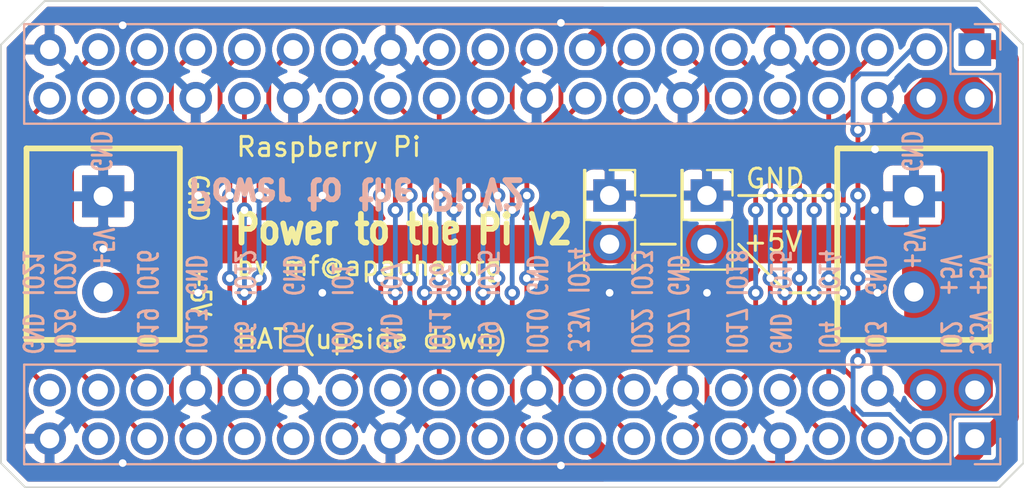
<source format=kicad_pcb>
(kicad_pcb (version 20171130) (host pcbnew 5.1.9+dfsg1-1)

  (general
    (thickness 1.6)
    (drawings 67)
    (tracks 349)
    (zones 0)
    (modules 6)
    (nets 32)
  )

  (page A4)
  (title_block
    (title "Power to the Pi")
    (rev V2)
    (company "Borg Empire")
  )

  (layers
    (0 F.Cu signal)
    (31 B.Cu signal)
    (32 B.Adhes user)
    (33 F.Adhes user)
    (34 B.Paste user)
    (35 F.Paste user)
    (36 B.SilkS user)
    (37 F.SilkS user)
    (38 B.Mask user)
    (39 F.Mask user)
    (40 Dwgs.User user)
    (41 Cmts.User user)
    (42 Eco1.User user)
    (43 Eco2.User user)
    (44 Edge.Cuts user)
    (45 Margin user)
    (46 B.CrtYd user)
    (47 F.CrtYd user)
    (48 B.Fab user)
    (49 F.Fab user)
  )

  (setup
    (last_trace_width 0.4)
    (user_trace_width 0.4)
    (user_trace_width 2)
    (trace_clearance 0.2)
    (zone_clearance 0.35)
    (zone_45_only no)
    (trace_min 0.2)
    (via_size 0.8)
    (via_drill 0.4)
    (via_min_size 0.4)
    (via_min_drill 0.3)
    (uvia_size 0.3)
    (uvia_drill 0.1)
    (uvias_allowed no)
    (uvia_min_size 0.2)
    (uvia_min_drill 0.1)
    (edge_width 0.1)
    (segment_width 0.2)
    (pcb_text_width 0.3)
    (pcb_text_size 1.5 1.5)
    (mod_edge_width 0.15)
    (mod_text_size 1 1)
    (mod_text_width 0.15)
    (pad_size 1.524 1.524)
    (pad_drill 0.762)
    (pad_to_mask_clearance 0)
    (aux_axis_origin 0 0)
    (visible_elements FFFFFF7F)
    (pcbplotparams
      (layerselection 0x010fc_ffffffff)
      (usegerberextensions false)
      (usegerberattributes false)
      (usegerberadvancedattributes true)
      (creategerberjobfile true)
      (excludeedgelayer true)
      (linewidth 0.100000)
      (plotframeref false)
      (viasonmask false)
      (mode 1)
      (useauxorigin false)
      (hpglpennumber 1)
      (hpglpenspeed 20)
      (hpglpendiameter 15.000000)
      (psnegative false)
      (psa4output false)
      (plotreference true)
      (plotvalue true)
      (plotinvisibletext false)
      (padsonsilk false)
      (subtractmaskfromsilk false)
      (outputformat 1)
      (mirror false)
      (drillshape 0)
      (scaleselection 1)
      (outputdirectory "production"))
  )

  (net 0 "")
  (net 1 GND)
  (net 2 +3V3)
  (net 3 +5V)
  (net 4 /GPIO2)
  (net 5 /GPIO3)
  (net 6 /GPIO4)
  (net 7 /GPIO14)
  (net 8 /GPIO15)
  (net 9 /GPIO17)
  (net 10 /GPIO18)
  (net 11 /GPIO27)
  (net 12 /GPIO22)
  (net 13 /GPIO23)
  (net 14 /GPIO24)
  (net 15 /GPIO10)
  (net 16 /GPIO9)
  (net 17 /GPIO25)
  (net 18 /GPIO11)
  (net 19 /GPIO8)
  (net 20 /GPIO7)
  (net 21 /GPIO0)
  (net 22 /GPIO1)
  (net 23 /GPIO5)
  (net 24 /GPIO6)
  (net 25 /GPIO12)
  (net 26 /GPIO13)
  (net 27 /GPIO19)
  (net 28 /GPIO16)
  (net 29 /GPIO26)
  (net 30 /GPIO20)
  (net 31 /GPIO21)

  (net_class Default "This is the default net class."
    (clearance 0.2)
    (trace_width 0.25)
    (via_dia 0.8)
    (via_drill 0.4)
    (uvia_dia 0.3)
    (uvia_drill 0.1)
    (add_net /GPIO0)
    (add_net /GPIO1)
    (add_net /GPIO10)
    (add_net /GPIO11)
    (add_net /GPIO12)
    (add_net /GPIO13)
    (add_net /GPIO14)
    (add_net /GPIO15)
    (add_net /GPIO16)
    (add_net /GPIO17)
    (add_net /GPIO18)
    (add_net /GPIO19)
    (add_net /GPIO2)
    (add_net /GPIO20)
    (add_net /GPIO21)
    (add_net /GPIO22)
    (add_net /GPIO23)
    (add_net /GPIO24)
    (add_net /GPIO25)
    (add_net /GPIO26)
    (add_net /GPIO27)
    (add_net /GPIO3)
    (add_net /GPIO4)
    (add_net /GPIO5)
    (add_net /GPIO6)
    (add_net /GPIO7)
    (add_net /GPIO8)
    (add_net /GPIO9)
  )

  (net_class Power ""
    (clearance 0.2)
    (trace_width 1)
    (via_dia 0.8)
    (via_drill 0.4)
    (uvia_dia 0.3)
    (uvia_drill 0.1)
    (add_net +3V3)
    (add_net +5V)
    (add_net GND)
  )

  (module Connector:conn_screw_5mm_2_sm (layer F.Cu) (tedit 618E1747) (tstamp 618E3D98)
    (at 156.464 88.9 270)
    (path /618F15F0)
    (fp_text reference J2 (at 0 6.2 90) (layer F.SilkS) hide
      (effects (font (size 1 1) (thickness 0.15)))
    )
    (fp_text value +5V (at -0.1 -4.9 90) (layer F.Fab) hide
      (effects (font (size 1 1) (thickness 0.15)))
    )
    (fp_line (start 5 4) (end 5 -4) (layer F.SilkS) (width 0.3))
    (fp_line (start 5 -4) (end -5 -4) (layer F.SilkS) (width 0.3))
    (fp_line (start -5 -4) (end -5 4) (layer F.SilkS) (width 0.3))
    (fp_line (start -5 4) (end 5 4) (layer F.SilkS) (width 0.3))
    (pad 1 thru_hole rect (at -2.5 0 270) (size 2.2 2.2) (drill 1) (layers *.Cu *.Mask)
      (net 1 GND))
    (pad 2 thru_hole circle (at 2.5 0 270) (size 2.2 2.2) (drill 1) (layers *.Cu *.Mask)
      (net 3 +5V))
  )

  (module Connector:conn_screw_5mm_2_sm (layer F.Cu) (tedit 618E1747) (tstamp 618E1BAC)
    (at 198.755 88.9 270)
    (path /6190EDC9)
    (fp_text reference J1 (at 1.905 5.08 90) (layer F.SilkS) hide
      (effects (font (size 1 1) (thickness 0.15)))
    )
    (fp_text value +5V (at -0.1 -4.9 90) (layer F.Fab) hide
      (effects (font (size 1 1) (thickness 0.15)))
    )
    (fp_line (start -5 4) (end 5 4) (layer F.SilkS) (width 0.3))
    (fp_line (start -5 -4) (end -5 4) (layer F.SilkS) (width 0.3))
    (fp_line (start 5 -4) (end -5 -4) (layer F.SilkS) (width 0.3))
    (fp_line (start 5 4) (end 5 -4) (layer F.SilkS) (width 0.3))
    (pad 1 thru_hole rect (at -2.5 0 270) (size 2.2 2.2) (drill 1) (layers *.Cu *.Mask)
      (net 1 GND))
    (pad 2 thru_hole circle (at 2.5 0 270) (size 2.2 2.2) (drill 1) (layers *.Cu *.Mask)
      (net 3 +5V))
  )

  (module Connector_PinHeader_2.54mm:PinHeader_2x01_P2.54mm_Vertical (layer F.Cu) (tedit 59FED5CC) (tstamp 618E25A4)
    (at 187.96 86.36 270)
    (descr "Through hole straight pin header, 2x01, 2.54mm pitch, double rows")
    (tags "Through hole pin header THT 2x01 2.54mm double row")
    (path /619112B9)
    (fp_text reference J3 (at 1.27 -2.33 90) (layer F.SilkS) hide
      (effects (font (size 1 1) (thickness 0.15)))
    )
    (fp_text value +5V (at 1.27 2.33 90) (layer F.Fab) hide
      (effects (font (size 1 1) (thickness 0.15)))
    )
    (fp_line (start 4.35 -1.8) (end -1.8 -1.8) (layer F.CrtYd) (width 0.05))
    (fp_line (start 4.35 1.8) (end 4.35 -1.8) (layer F.CrtYd) (width 0.05))
    (fp_line (start -1.8 1.8) (end 4.35 1.8) (layer F.CrtYd) (width 0.05))
    (fp_line (start -1.8 -1.8) (end -1.8 1.8) (layer F.CrtYd) (width 0.05))
    (fp_line (start -1.33 -1.33) (end 0 -1.33) (layer F.SilkS) (width 0.12))
    (fp_line (start -1.33 0) (end -1.33 -1.33) (layer F.SilkS) (width 0.12))
    (fp_line (start 1.27 -1.33) (end 3.87 -1.33) (layer F.SilkS) (width 0.12))
    (fp_line (start 1.27 1.27) (end 1.27 -1.33) (layer F.SilkS) (width 0.12))
    (fp_line (start -1.33 1.27) (end 1.27 1.27) (layer F.SilkS) (width 0.12))
    (fp_line (start 3.87 -1.33) (end 3.87 1.33) (layer F.SilkS) (width 0.12))
    (fp_line (start -1.33 1.27) (end -1.33 1.33) (layer F.SilkS) (width 0.12))
    (fp_line (start -1.33 1.33) (end 3.87 1.33) (layer F.SilkS) (width 0.12))
    (fp_line (start -1.27 0) (end 0 -1.27) (layer F.Fab) (width 0.1))
    (fp_line (start -1.27 1.27) (end -1.27 0) (layer F.Fab) (width 0.1))
    (fp_line (start 3.81 1.27) (end -1.27 1.27) (layer F.Fab) (width 0.1))
    (fp_line (start 3.81 -1.27) (end 3.81 1.27) (layer F.Fab) (width 0.1))
    (fp_line (start 0 -1.27) (end 3.81 -1.27) (layer F.Fab) (width 0.1))
    (fp_text user %R (at 1.27 0) (layer F.Fab) hide
      (effects (font (size 1 1) (thickness 0.15)))
    )
    (pad 1 thru_hole rect (at 0 0 270) (size 1.7 1.7) (drill 1) (layers *.Cu *.Mask)
      (net 1 GND))
    (pad 2 thru_hole oval (at 2.54 0 270) (size 1.7 1.7) (drill 1) (layers *.Cu *.Mask)
      (net 3 +5V))
    (model ${KISYS3DMOD}/Connector_PinHeader_2.54mm.3dshapes/PinHeader_2x01_P2.54mm_Vertical.wrl
      (at (xyz 0 0 0))
      (scale (xyz 1 1 1))
      (rotate (xyz 0 0 0))
    )
  )

  (module Connector_PinHeader_2.54mm:PinHeader_2x01_P2.54mm_Vertical (layer F.Cu) (tedit 59FED5CC) (tstamp 618E26DD)
    (at 182.88 86.36 270)
    (descr "Through hole straight pin header, 2x01, 2.54mm pitch, double rows")
    (tags "Through hole pin header THT 2x01 2.54mm double row")
    (path /619193DD)
    (fp_text reference J4 (at 1.27 -2.33 90) (layer F.SilkS) hide
      (effects (font (size 1 1) (thickness 0.15)))
    )
    (fp_text value +5V (at 1.27 2.33 90) (layer F.Fab) hide
      (effects (font (size 1 1) (thickness 0.15)))
    )
    (fp_line (start 0 -1.27) (end 3.81 -1.27) (layer F.Fab) (width 0.1))
    (fp_line (start 3.81 -1.27) (end 3.81 1.27) (layer F.Fab) (width 0.1))
    (fp_line (start 3.81 1.27) (end -1.27 1.27) (layer F.Fab) (width 0.1))
    (fp_line (start -1.27 1.27) (end -1.27 0) (layer F.Fab) (width 0.1))
    (fp_line (start -1.27 0) (end 0 -1.27) (layer F.Fab) (width 0.1))
    (fp_line (start -1.33 1.33) (end 3.87 1.33) (layer F.SilkS) (width 0.12))
    (fp_line (start -1.33 1.27) (end -1.33 1.33) (layer F.SilkS) (width 0.12))
    (fp_line (start 3.87 -1.33) (end 3.87 1.33) (layer F.SilkS) (width 0.12))
    (fp_line (start -1.33 1.27) (end 1.27 1.27) (layer F.SilkS) (width 0.12))
    (fp_line (start 1.27 1.27) (end 1.27 -1.33) (layer F.SilkS) (width 0.12))
    (fp_line (start 1.27 -1.33) (end 3.87 -1.33) (layer F.SilkS) (width 0.12))
    (fp_line (start -1.33 0) (end -1.33 -1.33) (layer F.SilkS) (width 0.12))
    (fp_line (start -1.33 -1.33) (end 0 -1.33) (layer F.SilkS) (width 0.12))
    (fp_line (start -1.8 -1.8) (end -1.8 1.8) (layer F.CrtYd) (width 0.05))
    (fp_line (start -1.8 1.8) (end 4.35 1.8) (layer F.CrtYd) (width 0.05))
    (fp_line (start 4.35 1.8) (end 4.35 -1.8) (layer F.CrtYd) (width 0.05))
    (fp_line (start 4.35 -1.8) (end -1.8 -1.8) (layer F.CrtYd) (width 0.05))
    (fp_text user %R (at 1.27 0) (layer F.Fab) hide
      (effects (font (size 1 1) (thickness 0.15)))
    )
    (pad 2 thru_hole oval (at 2.54 0 270) (size 1.7 1.7) (drill 1) (layers *.Cu *.Mask)
      (net 3 +5V))
    (pad 1 thru_hole rect (at 0 0 270) (size 1.7 1.7) (drill 1) (layers *.Cu *.Mask)
      (net 1 GND))
    (model ${KISYS3DMOD}/Connector_PinHeader_2.54mm.3dshapes/PinHeader_2x01_P2.54mm_Vertical.wrl
      (at (xyz 0 0 0))
      (scale (xyz 1 1 1))
      (rotate (xyz 0 0 0))
    )
  )

  (module Connector_PinHeader_2.54mm:PinHeader_2x20_P2.54mm_Vertical (layer B.Cu) (tedit 59FED5CC) (tstamp 618E2335)
    (at 201.93 99.06 90)
    (descr "Through hole straight pin header, 2x20, 2.54mm pitch, double rows")
    (tags "Through hole pin header THT 2x20 2.54mm double row")
    (path /61904913)
    (fp_text reference J6 (at 1.27 2.33 90) (layer B.SilkS) hide
      (effects (font (size 1 1) (thickness 0.15)) (justify mirror))
    )
    (fp_text value HAT (at 5.08 -48.61) (layer F.Fab) hide
      (effects (font (size 1 1) (thickness 0.15)))
    )
    (fp_line (start 0 1.27) (end 3.81 1.27) (layer B.Fab) (width 0.1))
    (fp_line (start 3.81 1.27) (end 3.81 -49.53) (layer B.Fab) (width 0.1))
    (fp_line (start 3.81 -49.53) (end -1.27 -49.53) (layer B.Fab) (width 0.1))
    (fp_line (start -1.27 -49.53) (end -1.27 0) (layer B.Fab) (width 0.1))
    (fp_line (start -1.27 0) (end 0 1.27) (layer B.Fab) (width 0.1))
    (fp_line (start -1.33 -49.59) (end 3.87 -49.59) (layer B.SilkS) (width 0.12))
    (fp_line (start -1.33 -1.27) (end -1.33 -49.59) (layer B.SilkS) (width 0.12))
    (fp_line (start 3.87 1.33) (end 3.87 -49.59) (layer B.SilkS) (width 0.12))
    (fp_line (start -1.33 -1.27) (end 1.27 -1.27) (layer B.SilkS) (width 0.12))
    (fp_line (start 1.27 -1.27) (end 1.27 1.33) (layer B.SilkS) (width 0.12))
    (fp_line (start 1.27 1.33) (end 3.87 1.33) (layer B.SilkS) (width 0.12))
    (fp_line (start -1.33 0) (end -1.33 1.33) (layer B.SilkS) (width 0.12))
    (fp_line (start -1.33 1.33) (end 0 1.33) (layer B.SilkS) (width 0.12))
    (fp_line (start -1.8 1.8) (end -1.8 -50.05) (layer B.CrtYd) (width 0.05))
    (fp_line (start -1.8 -50.05) (end 4.35 -50.05) (layer B.CrtYd) (width 0.05))
    (fp_line (start 4.35 -50.05) (end 4.35 1.8) (layer B.CrtYd) (width 0.05))
    (fp_line (start 4.35 1.8) (end -1.8 1.8) (layer B.CrtYd) (width 0.05))
    (fp_text user %R (at 1.27 -24.13 180) (layer B.Fab) hide
      (effects (font (size 1 1) (thickness 0.15)) (justify mirror))
    )
    (pad 40 thru_hole oval (at 2.54 -48.26 90) (size 1.7 1.7) (drill 1) (layers *.Cu *.Mask)
      (net 31 /GPIO21))
    (pad 39 thru_hole oval (at 0 -48.26 90) (size 1.7 1.7) (drill 1) (layers *.Cu *.Mask)
      (net 1 GND))
    (pad 38 thru_hole oval (at 2.54 -45.72 90) (size 1.7 1.7) (drill 1) (layers *.Cu *.Mask)
      (net 30 /GPIO20))
    (pad 37 thru_hole oval (at 0 -45.72 90) (size 1.7 1.7) (drill 1) (layers *.Cu *.Mask)
      (net 29 /GPIO26))
    (pad 36 thru_hole oval (at 2.54 -43.18 90) (size 1.7 1.7) (drill 1) (layers *.Cu *.Mask)
      (net 28 /GPIO16))
    (pad 35 thru_hole oval (at 0 -43.18 90) (size 1.7 1.7) (drill 1) (layers *.Cu *.Mask)
      (net 27 /GPIO19))
    (pad 34 thru_hole oval (at 2.54 -40.64 90) (size 1.7 1.7) (drill 1) (layers *.Cu *.Mask)
      (net 1 GND))
    (pad 33 thru_hole oval (at 0 -40.64 90) (size 1.7 1.7) (drill 1) (layers *.Cu *.Mask)
      (net 26 /GPIO13))
    (pad 32 thru_hole oval (at 2.54 -38.1 90) (size 1.7 1.7) (drill 1) (layers *.Cu *.Mask)
      (net 25 /GPIO12))
    (pad 31 thru_hole oval (at 0 -38.1 90) (size 1.7 1.7) (drill 1) (layers *.Cu *.Mask)
      (net 24 /GPIO6))
    (pad 30 thru_hole oval (at 2.54 -35.56 90) (size 1.7 1.7) (drill 1) (layers *.Cu *.Mask)
      (net 1 GND))
    (pad 29 thru_hole oval (at 0 -35.56 90) (size 1.7 1.7) (drill 1) (layers *.Cu *.Mask)
      (net 23 /GPIO5))
    (pad 28 thru_hole oval (at 2.54 -33.02 90) (size 1.7 1.7) (drill 1) (layers *.Cu *.Mask)
      (net 22 /GPIO1))
    (pad 27 thru_hole oval (at 0 -33.02 90) (size 1.7 1.7) (drill 1) (layers *.Cu *.Mask)
      (net 21 /GPIO0))
    (pad 26 thru_hole oval (at 2.54 -30.48 90) (size 1.7 1.7) (drill 1) (layers *.Cu *.Mask)
      (net 20 /GPIO7))
    (pad 25 thru_hole oval (at 0 -30.48 90) (size 1.7 1.7) (drill 1) (layers *.Cu *.Mask)
      (net 1 GND))
    (pad 24 thru_hole oval (at 2.54 -27.94 90) (size 1.7 1.7) (drill 1) (layers *.Cu *.Mask)
      (net 19 /GPIO8))
    (pad 23 thru_hole oval (at 0 -27.94 90) (size 1.7 1.7) (drill 1) (layers *.Cu *.Mask)
      (net 18 /GPIO11))
    (pad 22 thru_hole oval (at 2.54 -25.4 90) (size 1.7 1.7) (drill 1) (layers *.Cu *.Mask)
      (net 17 /GPIO25))
    (pad 21 thru_hole oval (at 0 -25.4 90) (size 1.7 1.7) (drill 1) (layers *.Cu *.Mask)
      (net 16 /GPIO9))
    (pad 20 thru_hole oval (at 2.54 -22.86 90) (size 1.7 1.7) (drill 1) (layers *.Cu *.Mask)
      (net 1 GND))
    (pad 19 thru_hole oval (at 0 -22.86 90) (size 1.7 1.7) (drill 1) (layers *.Cu *.Mask)
      (net 15 /GPIO10))
    (pad 18 thru_hole oval (at 2.54 -20.32 90) (size 1.7 1.7) (drill 1) (layers *.Cu *.Mask)
      (net 14 /GPIO24))
    (pad 17 thru_hole oval (at 0 -20.32 90) (size 1.7 1.7) (drill 1) (layers *.Cu *.Mask)
      (net 2 +3V3))
    (pad 16 thru_hole oval (at 2.54 -17.78 90) (size 1.7 1.7) (drill 1) (layers *.Cu *.Mask)
      (net 13 /GPIO23))
    (pad 15 thru_hole oval (at 0 -17.78 90) (size 1.7 1.7) (drill 1) (layers *.Cu *.Mask)
      (net 12 /GPIO22))
    (pad 14 thru_hole oval (at 2.54 -15.24 90) (size 1.7 1.7) (drill 1) (layers *.Cu *.Mask)
      (net 1 GND))
    (pad 13 thru_hole oval (at 0 -15.24 90) (size 1.7 1.7) (drill 1) (layers *.Cu *.Mask)
      (net 11 /GPIO27))
    (pad 12 thru_hole oval (at 2.54 -12.7 90) (size 1.7 1.7) (drill 1) (layers *.Cu *.Mask)
      (net 10 /GPIO18))
    (pad 11 thru_hole oval (at 0 -12.7 90) (size 1.7 1.7) (drill 1) (layers *.Cu *.Mask)
      (net 9 /GPIO17))
    (pad 10 thru_hole oval (at 2.54 -10.16 90) (size 1.7 1.7) (drill 1) (layers *.Cu *.Mask)
      (net 8 /GPIO15))
    (pad 9 thru_hole oval (at 0 -10.16 90) (size 1.7 1.7) (drill 1) (layers *.Cu *.Mask)
      (net 1 GND))
    (pad 8 thru_hole oval (at 2.54 -7.62 90) (size 1.7 1.7) (drill 1) (layers *.Cu *.Mask)
      (net 7 /GPIO14))
    (pad 7 thru_hole oval (at 0 -7.62 90) (size 1.7 1.7) (drill 1) (layers *.Cu *.Mask)
      (net 6 /GPIO4))
    (pad 6 thru_hole oval (at 2.54 -5.08 90) (size 1.7 1.7) (drill 1) (layers *.Cu *.Mask)
      (net 1 GND))
    (pad 5 thru_hole oval (at 0 -5.08 90) (size 1.7 1.7) (drill 1) (layers *.Cu *.Mask)
      (net 5 /GPIO3))
    (pad 4 thru_hole oval (at 2.54 -2.54 90) (size 1.7 1.7) (drill 1) (layers *.Cu *.Mask)
      (net 3 +5V))
    (pad 3 thru_hole oval (at 0 -2.54 90) (size 1.7 1.7) (drill 1) (layers *.Cu *.Mask)
      (net 4 /GPIO2))
    (pad 2 thru_hole oval (at 2.54 0 90) (size 1.7 1.7) (drill 1) (layers *.Cu *.Mask)
      (net 3 +5V))
    (pad 1 thru_hole rect (at 0 0 90) (size 1.7 1.7) (drill 1) (layers *.Cu *.Mask)
      (net 2 +3V3))
    (model ${KISYS3DMOD}/Connector_PinHeader_2.54mm.3dshapes/PinHeader_2x20_P2.54mm_Vertical.wrl
      (at (xyz 0 0 0))
      (scale (xyz 1 1 1))
      (rotate (xyz 0 0 0))
    )
  )

  (module Connector_PinSocket_2.54mm:PinSocket_2x20_P2.54mm_Vertical (layer B.Cu) (tedit 5A19A433) (tstamp 618EE64F)
    (at 201.93 78.74 90)
    (descr "Through hole straight socket strip, 2x20, 2.54mm pitch, double cols (from Kicad 4.0.7), script generated")
    (tags "Through hole socket strip THT 2x20 2.54mm double row")
    (path /618E14E4)
    (fp_text reference J5 (at -1.27 2.77 270) (layer B.SilkS) hide
      (effects (font (size 1 1) (thickness 0.15)) (justify mirror))
    )
    (fp_text value Raspberry (at -1.27 -51.03 270) (layer B.Fab) hide
      (effects (font (size 1 1) (thickness 0.15)) (justify mirror))
    )
    (fp_line (start -3.81 1.27) (end 0.27 1.27) (layer B.Fab) (width 0.1))
    (fp_line (start 0.27 1.27) (end 1.27 0.27) (layer B.Fab) (width 0.1))
    (fp_line (start 1.27 0.27) (end 1.27 -49.53) (layer B.Fab) (width 0.1))
    (fp_line (start 1.27 -49.53) (end -3.81 -49.53) (layer B.Fab) (width 0.1))
    (fp_line (start -3.81 -49.53) (end -3.81 1.27) (layer B.Fab) (width 0.1))
    (fp_line (start -3.87 1.33) (end -1.27 1.33) (layer B.SilkS) (width 0.12))
    (fp_line (start -3.87 1.33) (end -3.87 -49.59) (layer B.SilkS) (width 0.12))
    (fp_line (start -3.87 -49.59) (end 1.33 -49.59) (layer B.SilkS) (width 0.12))
    (fp_line (start 1.33 -1.27) (end 1.33 -49.59) (layer B.SilkS) (width 0.12))
    (fp_line (start -1.27 -1.27) (end 1.33 -1.27) (layer B.SilkS) (width 0.12))
    (fp_line (start -1.27 1.33) (end -1.27 -1.27) (layer B.SilkS) (width 0.12))
    (fp_line (start 1.33 1.33) (end 1.33 0) (layer B.SilkS) (width 0.12))
    (fp_line (start 0 1.33) (end 1.33 1.33) (layer B.SilkS) (width 0.12))
    (fp_line (start -4.34 1.8) (end 1.76 1.8) (layer B.CrtYd) (width 0.05))
    (fp_line (start 1.76 1.8) (end 1.76 -50) (layer B.CrtYd) (width 0.05))
    (fp_line (start 1.76 -50) (end -4.34 -50) (layer B.CrtYd) (width 0.05))
    (fp_line (start -4.34 -50) (end -4.34 1.8) (layer B.CrtYd) (width 0.05))
    (fp_text user %R (at -1.27 -24.13) (layer B.Fab) hide
      (effects (font (size 1 1) (thickness 0.15)) (justify mirror))
    )
    (pad 1 thru_hole rect (at 0 0 90) (size 1.7 1.7) (drill 1) (layers *.Cu *.Mask)
      (net 2 +3V3))
    (pad 2 thru_hole oval (at -2.54 0 90) (size 1.7 1.7) (drill 1) (layers *.Cu *.Mask)
      (net 3 +5V))
    (pad 3 thru_hole oval (at 0 -2.54 90) (size 1.7 1.7) (drill 1) (layers *.Cu *.Mask)
      (net 4 /GPIO2))
    (pad 4 thru_hole oval (at -2.54 -2.54 90) (size 1.7 1.7) (drill 1) (layers *.Cu *.Mask)
      (net 3 +5V))
    (pad 5 thru_hole oval (at 0 -5.08 90) (size 1.7 1.7) (drill 1) (layers *.Cu *.Mask)
      (net 5 /GPIO3))
    (pad 6 thru_hole oval (at -2.54 -5.08 90) (size 1.7 1.7) (drill 1) (layers *.Cu *.Mask)
      (net 1 GND))
    (pad 7 thru_hole oval (at 0 -7.62 90) (size 1.7 1.7) (drill 1) (layers *.Cu *.Mask)
      (net 6 /GPIO4))
    (pad 8 thru_hole oval (at -2.54 -7.62 90) (size 1.7 1.7) (drill 1) (layers *.Cu *.Mask)
      (net 7 /GPIO14))
    (pad 9 thru_hole oval (at 0 -10.16 90) (size 1.7 1.7) (drill 1) (layers *.Cu *.Mask)
      (net 1 GND))
    (pad 10 thru_hole oval (at -2.54 -10.16 90) (size 1.7 1.7) (drill 1) (layers *.Cu *.Mask)
      (net 8 /GPIO15))
    (pad 11 thru_hole oval (at 0 -12.7 90) (size 1.7 1.7) (drill 1) (layers *.Cu *.Mask)
      (net 9 /GPIO17))
    (pad 12 thru_hole oval (at -2.54 -12.7 90) (size 1.7 1.7) (drill 1) (layers *.Cu *.Mask)
      (net 10 /GPIO18))
    (pad 13 thru_hole oval (at 0 -15.24 90) (size 1.7 1.7) (drill 1) (layers *.Cu *.Mask)
      (net 11 /GPIO27))
    (pad 14 thru_hole oval (at -2.54 -15.24 90) (size 1.7 1.7) (drill 1) (layers *.Cu *.Mask)
      (net 1 GND))
    (pad 15 thru_hole oval (at 0 -17.78 90) (size 1.7 1.7) (drill 1) (layers *.Cu *.Mask)
      (net 12 /GPIO22))
    (pad 16 thru_hole oval (at -2.54 -17.78 90) (size 1.7 1.7) (drill 1) (layers *.Cu *.Mask)
      (net 13 /GPIO23))
    (pad 17 thru_hole oval (at 0 -20.32 90) (size 1.7 1.7) (drill 1) (layers *.Cu *.Mask)
      (net 2 +3V3))
    (pad 18 thru_hole oval (at -2.54 -20.32 90) (size 1.7 1.7) (drill 1) (layers *.Cu *.Mask)
      (net 14 /GPIO24))
    (pad 19 thru_hole oval (at 0 -22.86 90) (size 1.7 1.7) (drill 1) (layers *.Cu *.Mask)
      (net 15 /GPIO10))
    (pad 20 thru_hole oval (at -2.54 -22.86 90) (size 1.7 1.7) (drill 1) (layers *.Cu *.Mask)
      (net 1 GND))
    (pad 21 thru_hole oval (at 0 -25.4 90) (size 1.7 1.7) (drill 1) (layers *.Cu *.Mask)
      (net 16 /GPIO9))
    (pad 22 thru_hole oval (at -2.54 -25.4 90) (size 1.7 1.7) (drill 1) (layers *.Cu *.Mask)
      (net 17 /GPIO25))
    (pad 23 thru_hole oval (at 0 -27.94 90) (size 1.7 1.7) (drill 1) (layers *.Cu *.Mask)
      (net 18 /GPIO11))
    (pad 24 thru_hole oval (at -2.54 -27.94 90) (size 1.7 1.7) (drill 1) (layers *.Cu *.Mask)
      (net 19 /GPIO8))
    (pad 25 thru_hole oval (at 0 -30.48 90) (size 1.7 1.7) (drill 1) (layers *.Cu *.Mask)
      (net 1 GND))
    (pad 26 thru_hole oval (at -2.54 -30.48 90) (size 1.7 1.7) (drill 1) (layers *.Cu *.Mask)
      (net 20 /GPIO7))
    (pad 27 thru_hole oval (at 0 -33.02 90) (size 1.7 1.7) (drill 1) (layers *.Cu *.Mask)
      (net 21 /GPIO0))
    (pad 28 thru_hole oval (at -2.54 -33.02 90) (size 1.7 1.7) (drill 1) (layers *.Cu *.Mask)
      (net 22 /GPIO1))
    (pad 29 thru_hole oval (at 0 -35.56 90) (size 1.7 1.7) (drill 1) (layers *.Cu *.Mask)
      (net 23 /GPIO5))
    (pad 30 thru_hole oval (at -2.54 -35.56 90) (size 1.7 1.7) (drill 1) (layers *.Cu *.Mask)
      (net 1 GND))
    (pad 31 thru_hole oval (at 0 -38.1 90) (size 1.7 1.7) (drill 1) (layers *.Cu *.Mask)
      (net 24 /GPIO6))
    (pad 32 thru_hole oval (at -2.54 -38.1 90) (size 1.7 1.7) (drill 1) (layers *.Cu *.Mask)
      (net 25 /GPIO12))
    (pad 33 thru_hole oval (at 0 -40.64 90) (size 1.7 1.7) (drill 1) (layers *.Cu *.Mask)
      (net 26 /GPIO13))
    (pad 34 thru_hole oval (at -2.54 -40.64 90) (size 1.7 1.7) (drill 1) (layers *.Cu *.Mask)
      (net 1 GND))
    (pad 35 thru_hole oval (at 0 -43.18 90) (size 1.7 1.7) (drill 1) (layers *.Cu *.Mask)
      (net 27 /GPIO19))
    (pad 36 thru_hole oval (at -2.54 -43.18 90) (size 1.7 1.7) (drill 1) (layers *.Cu *.Mask)
      (net 28 /GPIO16))
    (pad 37 thru_hole oval (at 0 -45.72 90) (size 1.7 1.7) (drill 1) (layers *.Cu *.Mask)
      (net 29 /GPIO26))
    (pad 38 thru_hole oval (at -2.54 -45.72 90) (size 1.7 1.7) (drill 1) (layers *.Cu *.Mask)
      (net 30 /GPIO20))
    (pad 39 thru_hole oval (at 0 -48.26 90) (size 1.7 1.7) (drill 1) (layers *.Cu *.Mask)
      (net 1 GND))
    (pad 40 thru_hole oval (at -2.54 -48.26 90) (size 1.7 1.7) (drill 1) (layers *.Cu *.Mask)
      (net 31 /GPIO21))
    (model ${KISYS3DMOD}/Connector_PinSocket_2.54mm.3dshapes/PinSocket_2x20_P2.54mm_Vertical.wrl
      (at (xyz 0 0 0))
      (scale (xyz 1 1 1))
      (rotate (xyz 0 0 0))
    )
  )

  (gr_text "by mf@apache.org" (at 163.322 90.043) (layer F.SilkS) (tstamp 618E69F4)
    (effects (font (size 1 1) (thickness 0.15)) (justify left))
  )
  (gr_line (start 189.611 86.36) (end 194.31 86.36) (layer F.SilkS) (width 0.15))
  (gr_line (start 193.802 91.44) (end 192.151 91.44) (layer F.SilkS) (width 0.15))
  (gr_line (start 192.151 91.44) (end 189.611 88.9) (layer F.SilkS) (width 0.15))
  (gr_line (start 194.31 91.44) (end 193.802 91.44) (layer F.SilkS) (width 0.15))
  (gr_line (start 186.309 88.9) (end 184.531 88.9) (layer F.SilkS) (width 0.15))
  (gr_line (start 186.309 86.36) (end 184.531 86.36) (layer F.SilkS) (width 0.15))
  (gr_text "Power to the Pi V2" (at 163.195 88.138) (layer F.SilkS) (tstamp 61A50EC8)
    (effects (font (size 1.5 1.2) (thickness 0.3)) (justify left))
  )
  (gr_text GND (at 161.417 86.487 -90) (layer F.SilkS) (tstamp 618E64D7)
    (effects (font (size 1 0.8) (thickness 0.15)))
  )
  (gr_text +5V (at 161.544 91.44 -90) (layer F.SilkS) (tstamp 618E64D6)
    (effects (font (size 1 0.8) (thickness 0.15)))
  )
  (gr_text "Power to the Pi V2" (at 169.672 86.233 180) (layer B.SilkS) (tstamp 618E64C6)
    (effects (font (size 1.5 1.2) (thickness 0.3)) (justify mirror))
  )
  (gr_text GND (at 198.628 85.217 -90) (layer B.SilkS) (tstamp 618E6468)
    (effects (font (size 1 0.7) (thickness 0.15)) (justify left mirror))
  )
  (gr_text GND (at 156.337 85.217 -90) (layer B.SilkS) (tstamp 618E6468)
    (effects (font (size 1 0.7) (thickness 0.15)) (justify left mirror))
  )
  (gr_text +5V (at 156.464 90.297 -90) (layer B.SilkS) (tstamp 618E6464)
    (effects (font (size 1 0.7) (thickness 0.15)) (justify left mirror))
  )
  (gr_text +5V (at 198.755 90.297 -90) (layer B.SilkS) (tstamp 618E6464)
    (effects (font (size 1 0.7) (thickness 0.15)) (justify left mirror))
  )
  (gr_text GND (at 171.45 94.742 -90) (layer B.SilkS) (tstamp 618E5EE9)
    (effects (font (size 1 0.7) (thickness 0.15)) (justify left mirror))
  )
  (gr_text IO19 (at 158.75 94.742 -90) (layer B.SilkS) (tstamp 618E5EE8)
    (effects (font (size 1 0.7) (thickness 0.15)) (justify left mirror))
  )
  (gr_text GND (at 186.436 91.694 -90) (layer B.SilkS) (tstamp 618E5EE7)
    (effects (font (size 1 0.7) (thickness 0.15)) (justify left mirror))
  )
  (gr_text IO2 (at 200.66 94.742 -90) (layer B.SilkS) (tstamp 618E5EE6)
    (effects (font (size 1 0.7) (thickness 0.15)) (justify left mirror))
  )
  (gr_text GND (at 166.37 91.694 -90) (layer B.SilkS) (tstamp 618E5EE5)
    (effects (font (size 1 0.7) (thickness 0.15)) (justify left mirror))
  )
  (gr_text IO13 (at 161.29 94.742 -90) (layer B.SilkS) (tstamp 618E5EE4)
    (effects (font (size 1 0.7) (thickness 0.15)) (justify left mirror))
  )
  (gr_text IO24 (at 181.229 91.567 -90) (layer B.SilkS) (tstamp 618E5EE3)
    (effects (font (size 1 0.7) (thickness 0.15)) (justify left mirror))
  )
  (gr_text IO14 (at 194.31 91.694 -90) (layer B.SilkS) (tstamp 618E5EE2)
    (effects (font (size 1 0.7) (thickness 0.15)) (justify left mirror))
  )
  (gr_text IO15 (at 191.77 91.694 -90) (layer B.SilkS) (tstamp 618E5EE1)
    (effects (font (size 1 0.7) (thickness 0.15)) (justify left mirror))
  )
  (gr_text IO9 (at 176.53 94.742 -90) (layer B.SilkS) (tstamp 618E5EE0)
    (effects (font (size 1 0.7) (thickness 0.15)) (justify left mirror))
  )
  (gr_text IO18 (at 189.484 91.694 -90) (layer B.SilkS) (tstamp 618E5EDF)
    (effects (font (size 1 0.7) (thickness 0.15)) (justify left mirror))
  )
  (gr_text +5V (at 202.184 91.694 -90) (layer B.SilkS) (tstamp 618E5EDE)
    (effects (font (size 1 0.7) (thickness 0.15)) (justify left mirror))
  )
  (gr_text GND (at 196.723 91.694 -90) (layer B.SilkS) (tstamp 618E5EDD)
    (effects (font (size 1 0.7) (thickness 0.15)) (justify left mirror))
  )
  (gr_text IO6 (at 173.99 91.694 -90) (layer B.SilkS) (tstamp 618E5EDC)
    (effects (font (size 1 0.7) (thickness 0.15)) (justify left mirror))
  )
  (gr_text GND (at 191.77 94.742 -90) (layer B.SilkS) (tstamp 618E5EDB)
    (effects (font (size 1 0.7) (thickness 0.15)) (justify left mirror))
  )
  (gr_text IO22 (at 184.531 94.742 -90) (layer B.SilkS) (tstamp 618E5EDA)
    (effects (font (size 1 0.7) (thickness 0.15)) (justify left mirror))
  )
  (gr_text IO21 (at 152.781 91.694 -90) (layer B.SilkS) (tstamp 618E5ED9)
    (effects (font (size 1 0.7) (thickness 0.15)) (justify left mirror))
  )
  (gr_text IO27 (at 186.436 94.742 -90) (layer B.SilkS) (tstamp 618E5ED8)
    (effects (font (size 1 0.7) (thickness 0.15)) (justify left mirror))
  )
  (gr_text IO6 (at 163.83 94.742 -90) (layer B.SilkS) (tstamp 618E5ED7)
    (effects (font (size 1 0.7) (thickness 0.15)) (justify left mirror))
  )
  (gr_text 3.3V (at 202.184 94.742 -90) (layer B.SilkS) (tstamp 618E5ED6)
    (effects (font (size 1 0.7) (thickness 0.15)) (justify left mirror))
  )
  (gr_text IO16 (at 158.75 91.694 -90) (layer B.SilkS) (tstamp 618E5ED5)
    (effects (font (size 1 0.7) (thickness 0.15)) (justify left mirror))
  )
  (gr_text IO7 (at 171.45 91.694 -90) (layer B.SilkS) (tstamp 618E5ED4)
    (effects (font (size 1 0.7) (thickness 0.15)) (justify left mirror))
  )
  (gr_text IO20 (at 154.432 91.694 -90) (layer B.SilkS) (tstamp 618E5ED3)
    (effects (font (size 1 0.7) (thickness 0.15)) (justify left mirror))
  )
  (gr_text IO25 (at 176.53 91.694 -90) (layer B.SilkS) (tstamp 618E5ED2)
    (effects (font (size 1 0.7) (thickness 0.15)) (justify left mirror))
  )
  (gr_text IO17 (at 189.484 94.742 -90) (layer B.SilkS) (tstamp 618E5ED1)
    (effects (font (size 1 0.7) (thickness 0.15)) (justify left mirror))
  )
  (gr_text IO1 (at 168.91 91.694 -90) (layer B.SilkS) (tstamp 618E5ED0)
    (effects (font (size 1 0.7) (thickness 0.15)) (justify left mirror))
  )
  (gr_text IO5 (at 166.37 94.742 -90) (layer B.SilkS) (tstamp 618E5ECF)
    (effects (font (size 1 0.7) (thickness 0.15)) (justify left mirror))
  )
  (gr_text GND (at 179.07 91.694 -90) (layer B.SilkS) (tstamp 618E5ECE)
    (effects (font (size 1 0.7) (thickness 0.15)) (justify left mirror))
  )
  (gr_text +5V (at 200.66 91.694 -90) (layer B.SilkS) (tstamp 618E5ECD)
    (effects (font (size 1 0.7) (thickness 0.15)) (justify left mirror))
  )
  (gr_text IO11 (at 173.99 94.742 -90) (layer B.SilkS) (tstamp 618E5ECC)
    (effects (font (size 1 0.7) (thickness 0.15)) (justify left mirror))
  )
  (gr_text IO23 (at 184.531 91.694 -90) (layer B.SilkS) (tstamp 618E5ECB)
    (effects (font (size 1 0.7) (thickness 0.15)) (justify left mirror))
  )
  (gr_text IO12 (at 163.83 91.694 -90) (layer B.SilkS) (tstamp 618E5ECA)
    (effects (font (size 1 0.7) (thickness 0.15)) (justify left mirror))
  )
  (gr_text GND (at 161.29 91.694 -90) (layer B.SilkS) (tstamp 618E5EC9)
    (effects (font (size 1 0.7) (thickness 0.15)) (justify left mirror))
  )
  (gr_text IO0 (at 168.91 94.742 -90) (layer B.SilkS) (tstamp 618E5EC8)
    (effects (font (size 1 0.7) (thickness 0.15)) (justify left mirror))
  )
  (gr_text IO26 (at 154.432 94.742 -90) (layer B.SilkS) (tstamp 618E5EC7)
    (effects (font (size 1 0.7) (thickness 0.15)) (justify left mirror))
  )
  (gr_text 3.3V (at 181.229 94.615 -90) (layer B.SilkS) (tstamp 618E5EC6)
    (effects (font (size 1 0.7) (thickness 0.15)) (justify left mirror))
  )
  (gr_text IO10 (at 179.07 94.742 -90) (layer B.SilkS) (tstamp 618E5EC5)
    (effects (font (size 1 0.7) (thickness 0.15)) (justify left mirror))
  )
  (gr_text IO3 (at 196.723 94.742 -90) (layer B.SilkS) (tstamp 618E5EC4)
    (effects (font (size 1 0.7) (thickness 0.15)) (justify left mirror))
  )
  (gr_text GND (at 152.781 94.742 -90) (layer B.SilkS) (tstamp 618E5EC3)
    (effects (font (size 1 0.7) (thickness 0.15)) (justify left mirror))
  )
  (gr_text IO4 (at 194.31 94.742 -90) (layer B.SilkS) (tstamp 618E5EC2)
    (effects (font (size 1 0.7) (thickness 0.15)) (justify left mirror))
  )
  (gr_text "HAT (upside down)" (at 163.322 93.853) (layer F.SilkS) (tstamp 618E3910)
    (effects (font (size 1 1) (thickness 0.15)) (justify left))
  )
  (gr_text "Raspberry Pi" (at 163.322 83.82) (layer F.SilkS) (tstamp 61A50EBB)
    (effects (font (size 1 1) (thickness 0.15)) (justify left))
  )
  (gr_text +5V (at 191.389 88.773) (layer F.SilkS) (tstamp 618E3878)
    (effects (font (size 1 1) (thickness 0.15)))
  )
  (gr_text GND (at 191.516 85.471) (layer F.SilkS) (tstamp 618E387B)
    (effects (font (size 1 1) (thickness 0.15)))
  )
  (gr_line (start 153.416 76.2) (end 151.13 78.486) (layer Edge.Cuts) (width 0.1) (tstamp 618E2545))
  (gr_line (start 202.184 76.2) (end 153.416 76.2) (layer Edge.Cuts) (width 0.1))
  (gr_line (start 204.47 78.486) (end 202.184 76.2) (layer Edge.Cuts) (width 0.1))
  (gr_line (start 204.47 100.33) (end 204.47 78.486) (layer Edge.Cuts) (width 0.1))
  (gr_line (start 203.2 101.6) (end 204.47 100.33) (layer Edge.Cuts) (width 0.1))
  (gr_line (start 152.4 101.6) (end 203.2 101.6) (layer Edge.Cuts) (width 0.1))
  (gr_line (start 151.13 100.33) (end 152.4 101.6) (layer Edge.Cuts) (width 0.1))
  (gr_line (start 151.13 78.486) (end 151.13 100.33) (layer Edge.Cuts) (width 0.1))

  (via (at 196.85 91.44) (size 0.8) (drill 0.4) (layers F.Cu B.Cu) (net 1))
  (via (at 187.96 91.44) (size 0.8) (drill 0.4) (layers F.Cu B.Cu) (net 1))
  (via (at 182.88 91.44) (size 0.8) (drill 0.4) (layers F.Cu B.Cu) (net 1))
  (via (at 167.894 91.44) (size 0.8) (drill 0.4) (layers F.Cu B.Cu) (net 1))
  (via (at 167.894 86.36) (size 0.8) (drill 0.4) (layers F.Cu B.Cu) (net 1))
  (via (at 161.417 91.44) (size 0.8) (drill 0.4) (layers F.Cu B.Cu) (net 1))
  (via (at 161.417 86.36) (size 0.8) (drill 0.4) (layers F.Cu B.Cu) (net 1))
  (via (at 180.34 77.343) (size 0.8) (drill 0.4) (layers F.Cu B.Cu) (net 1))
  (via (at 180.34 100.457) (size 0.8) (drill 0.4) (layers F.Cu B.Cu) (net 1))
  (via (at 157.48 77.47) (size 0.8) (drill 0.4) (layers F.Cu B.Cu) (net 1))
  (via (at 157.48 100.33) (size 0.8) (drill 0.4) (layers F.Cu B.Cu) (net 1))
  (via (at 156.464 89.154) (size 0.8) (drill 0.4) (layers F.Cu B.Cu) (net 1))
  (via (at 196.723 87.122) (size 0.8) (drill 0.4) (layers F.Cu B.Cu) (net 1))
  (via (at 196.723 83.947) (size 0.8) (drill 0.4) (layers F.Cu B.Cu) (net 1))
  (segment (start 191.77 78.74) (end 190.5 80.01) (width 0.4) (layer B.Cu) (net 1))
  (segment (start 187.96 80.01) (end 186.69 81.28) (width 0.4) (layer B.Cu) (net 1))
  (segment (start 190.5 80.01) (end 187.96 80.01) (width 0.4) (layer B.Cu) (net 1))
  (segment (start 191.77 78.74) (end 193.020001 79.990001) (width 0.4) (layer B.Cu) (net 1))
  (segment (start 193.020001 79.990001) (end 193.020001 83.139601) (width 0.4) (layer B.Cu) (net 1))
  (segment (start 193.8274 83.947) (end 196.723 83.947) (width 0.4) (layer B.Cu) (net 1))
  (segment (start 193.020001 83.139601) (end 193.8274 83.947) (width 0.4) (layer B.Cu) (net 1))
  (segment (start 153.67 78.74) (end 154.94 80.01) (width 0.4) (layer B.Cu) (net 1))
  (segment (start 160.02 80.01) (end 161.29 81.28) (width 0.4) (layer B.Cu) (net 1))
  (segment (start 154.94 80.01) (end 160.02 80.01) (width 0.4) (layer B.Cu) (net 1))
  (segment (start 161.29 81.28) (end 162.56 80.01) (width 0.4) (layer B.Cu) (net 1))
  (segment (start 165.1 80.01) (end 166.37 81.28) (width 0.4) (layer B.Cu) (net 1))
  (segment (start 162.56 80.01) (end 165.1 80.01) (width 0.4) (layer B.Cu) (net 1))
  (segment (start 166.37 81.28) (end 167.620001 80.029999) (width 0.4) (layer B.Cu) (net 1))
  (segment (start 170.160001 80.029999) (end 171.45 78.74) (width 0.4) (layer B.Cu) (net 1))
  (segment (start 167.620001 80.029999) (end 170.160001 80.029999) (width 0.4) (layer B.Cu) (net 1))
  (segment (start 171.45 78.74) (end 172.72 80.01) (width 0.4) (layer B.Cu) (net 1))
  (segment (start 177.8 80.01) (end 179.07 81.28) (width 0.4) (layer B.Cu) (net 1))
  (segment (start 172.72 80.01) (end 177.8 80.01) (width 0.4) (layer B.Cu) (net 1))
  (segment (start 179.07 81.28) (end 180.34 80.01) (width 0.4) (layer B.Cu) (net 1))
  (segment (start 185.42 80.01) (end 186.69 81.28) (width 0.4) (layer B.Cu) (net 1))
  (segment (start 180.34 80.01) (end 185.42 80.01) (width 0.4) (layer B.Cu) (net 1))
  (segment (start 153.67 99.06) (end 154.94 97.79) (width 0.4) (layer B.Cu) (net 1))
  (segment (start 160.02 97.79) (end 161.29 96.52) (width 0.4) (layer B.Cu) (net 1))
  (segment (start 154.94 97.79) (end 160.02 97.79) (width 0.4) (layer B.Cu) (net 1))
  (segment (start 161.29 96.52) (end 162.540001 97.770001) (width 0.4) (layer B.Cu) (net 1))
  (segment (start 165.119999 97.770001) (end 166.37 96.52) (width 0.4) (layer B.Cu) (net 1))
  (segment (start 162.540001 97.770001) (end 165.119999 97.770001) (width 0.4) (layer B.Cu) (net 1))
  (segment (start 166.37 96.52) (end 167.64 97.79) (width 0.4) (layer B.Cu) (net 1))
  (segment (start 170.18 97.79) (end 171.45 99.06) (width 0.4) (layer B.Cu) (net 1))
  (segment (start 167.64 97.79) (end 170.18 97.79) (width 0.4) (layer B.Cu) (net 1))
  (segment (start 171.45 99.06) (end 172.72 97.79) (width 0.4) (layer B.Cu) (net 1))
  (segment (start 177.8 97.79) (end 179.07 96.52) (width 0.4) (layer B.Cu) (net 1))
  (segment (start 172.72 97.79) (end 177.8 97.79) (width 0.4) (layer B.Cu) (net 1))
  (segment (start 179.07 96.52) (end 180.34 97.79) (width 0.4) (layer B.Cu) (net 1))
  (segment (start 185.42 97.79) (end 186.69 96.52) (width 0.4) (layer B.Cu) (net 1))
  (segment (start 180.34 97.79) (end 185.42 97.79) (width 0.4) (layer B.Cu) (net 1))
  (segment (start 186.69 96.52) (end 187.96 97.79) (width 0.4) (layer B.Cu) (net 1))
  (segment (start 190.5 97.79) (end 191.77 99.06) (width 0.4) (layer B.Cu) (net 1))
  (segment (start 187.96 97.79) (end 190.5 97.79) (width 0.4) (layer B.Cu) (net 1))
  (segment (start 196.85 96.52) (end 197.104 96.52) (width 0.4) (layer B.Cu) (net 1))
  (segment (start 197.104 96.52) (end 198.374 97.79) (width 0.4) (layer B.Cu) (net 1))
  (segment (start 198.374 97.79) (end 200.152 97.79) (width 0.4) (layer B.Cu) (net 1))
  (segment (start 200.152 97.79) (end 200.640001 97.301999) (width 0.4) (layer B.Cu) (net 1))
  (segment (start 200.640001 97.301999) (end 200.640001 95.230001) (width 0.4) (layer B.Cu) (net 1))
  (segment (start 200.640001 95.230001) (end 199.263 93.853) (width 0.4) (layer B.Cu) (net 1))
  (segment (start 199.263 93.853) (end 197.612 93.853) (width 0.4) (layer B.Cu) (net 1))
  (segment (start 196.85 93.091) (end 196.85 91.44) (width 0.4) (layer B.Cu) (net 1))
  (segment (start 197.612 93.853) (end 196.85 93.091) (width 0.4) (layer B.Cu) (net 1))
  (segment (start 199.136 83.566) (end 196.85 81.28) (width 0.4) (layer B.Cu) (net 1))
  (segment (start 199.644 83.566) (end 199.136 83.566) (width 0.4) (layer B.Cu) (net 1))
  (segment (start 196.85 81.28) (end 196.977 81.28) (width 0.4) (layer B.Cu) (net 1))
  (segment (start 196.977 81.28) (end 198.247 80.01) (width 0.4) (layer B.Cu) (net 1))
  (segment (start 198.247 80.01) (end 200.406 80.01) (width 0.4) (layer B.Cu) (net 1))
  (segment (start 201.93 99.06) (end 202.565 99.06) (width 1) (layer F.Cu) (net 2) (status 30))
  (segment (start 202.565 99.06) (end 203.71999 97.90501) (width 1) (layer F.Cu) (net 2) (status 10))
  (segment (start 203.71999 97.90501) (end 203.71999 79.25999) (width 1) (layer F.Cu) (net 2))
  (segment (start 203.2 78.74) (end 201.93 78.74) (width 1) (layer F.Cu) (net 2) (status 20))
  (segment (start 203.71999 79.25999) (end 203.2 78.74) (width 1) (layer F.Cu) (net 2))
  (segment (start 201.93 78.74) (end 201.93 77.724) (width 1) (layer F.Cu) (net 2))
  (segment (start 201.93 77.724) (end 201.295 77.089) (width 1) (layer F.Cu) (net 2))
  (segment (start 183.261 77.089) (end 181.61 78.74) (width 1) (layer F.Cu) (net 2))
  (segment (start 201.295 77.089) (end 183.261 77.089) (width 1) (layer F.Cu) (net 2))
  (segment (start 181.61 99.06) (end 183.261 100.711) (width 1) (layer F.Cu) (net 2))
  (segment (start 183.261 100.711) (end 200.914 100.711) (width 1) (layer F.Cu) (net 2))
  (segment (start 201.93 99.695) (end 201.93 99.06) (width 1) (layer F.Cu) (net 2))
  (segment (start 200.914 100.711) (end 201.93 99.695) (width 1) (layer F.Cu) (net 2))
  (segment (start 187.96 88.9) (end 182.88 88.9) (width 2) (layer F.Cu) (net 3))
  (segment (start 187.96 88.9) (end 199.136 88.9) (width 2) (layer F.Cu) (net 3))
  (segment (start 199.136 91.019) (end 198.755 91.4) (width 2) (layer F.Cu) (net 3))
  (segment (start 199.136 88.9) (end 199.136 91.019) (width 2) (layer F.Cu) (net 3))
  (segment (start 158.536 91.4) (end 161.036 88.9) (width 2) (layer F.Cu) (net 3))
  (segment (start 156.464 91.4) (end 158.536 91.4) (width 2) (layer F.Cu) (net 3))
  (segment (start 161.036 88.9) (end 182.88 88.9) (width 2) (layer F.Cu) (net 3))
  (segment (start 195.961 80.01) (end 195.58 80.391) (width 0.25) (layer B.Cu) (net 4))
  (via (at 195.834 82.931) (size 0.8) (drill 0.4) (layers F.Cu B.Cu) (net 4))
  (segment (start 195.58 82.677) (end 195.834 82.931) (width 0.25) (layer B.Cu) (net 4))
  (segment (start 195.58 80.391) (end 195.58 82.677) (width 0.25) (layer B.Cu) (net 4))
  (via (at 195.834 86.36) (size 0.8) (drill 0.4) (layers F.Cu B.Cu) (net 4))
  (segment (start 195.834 82.931) (end 195.834 86.36) (width 0.25) (layer F.Cu) (net 4))
  (via (at 195.834 90.678) (size 0.8) (drill 0.4) (layers F.Cu B.Cu) (net 4))
  (segment (start 195.834 86.36) (end 195.834 90.678) (width 0.25) (layer B.Cu) (net 4))
  (via (at 195.834 94.996) (size 0.8) (drill 0.4) (layers F.Cu B.Cu) (net 4))
  (segment (start 195.834 90.678) (end 195.834 94.996) (width 0.25) (layer F.Cu) (net 4))
  (segment (start 195.834 94.996) (end 195.58 95.25) (width 0.25) (layer B.Cu) (net 4))
  (segment (start 195.58 95.25) (end 195.58 97.282) (width 0.25) (layer B.Cu) (net 4))
  (segment (start 195.58 97.282) (end 196.088 97.79) (width 0.25) (layer B.Cu) (net 4))
  (segment (start 198.755 99.06) (end 197.485 97.79) (width 0.25) (layer B.Cu) (net 4))
  (segment (start 199.39 99.06) (end 198.755 99.06) (width 0.25) (layer B.Cu) (net 4))
  (segment (start 196.088 97.79) (end 197.485 97.79) (width 0.25) (layer B.Cu) (net 4))
  (segment (start 199.39 99.06) (end 199.39 98.679) (width 0.4) (layer B.Cu) (net 4))
  (segment (start 198.628 78.74) (end 197.358 80.01) (width 0.25) (layer B.Cu) (net 4))
  (segment (start 199.39 78.74) (end 198.628 78.74) (width 0.25) (layer B.Cu) (net 4))
  (segment (start 197.358 80.01) (end 195.961 80.01) (width 0.25) (layer B.Cu) (net 4))
  (segment (start 196.85 99.06) (end 195.58 97.79) (width 0.25) (layer F.Cu) (net 5))
  (segment (start 195.58 97.79) (end 195.58 95.885) (width 0.25) (layer F.Cu) (net 5))
  (via (at 195.072 91.44) (size 0.8) (drill 0.4) (layers F.Cu B.Cu) (net 5))
  (segment (start 195.072 95.377) (end 195.072 91.44) (width 0.25) (layer F.Cu) (net 5))
  (segment (start 195.58 95.885) (end 195.072 95.377) (width 0.25) (layer F.Cu) (net 5))
  (via (at 195.072 87.122) (size 0.8) (drill 0.4) (layers F.Cu B.Cu) (net 5))
  (segment (start 195.072 91.44) (end 195.072 87.122) (width 0.25) (layer B.Cu) (net 5))
  (segment (start 195.072 87.122) (end 195.072 82.423) (width 0.25) (layer F.Cu) (net 5))
  (segment (start 195.072 82.423) (end 195.58 81.915) (width 0.25) (layer F.Cu) (net 5))
  (segment (start 195.58 80.01) (end 196.85 78.74) (width 0.25) (layer F.Cu) (net 5))
  (segment (start 195.58 81.915) (end 195.58 80.01) (width 0.25) (layer F.Cu) (net 5))
  (segment (start 194.31 78.74) (end 193.04 80.01) (width 0.25) (layer F.Cu) (net 6))
  (segment (start 193.04 80.01) (end 193.04 81.788) (width 0.25) (layer F.Cu) (net 6))
  (via (at 193.548 87.122) (size 0.8) (drill 0.4) (layers F.Cu B.Cu) (net 6))
  (segment (start 193.548 82.296) (end 193.548 87.122) (width 0.25) (layer F.Cu) (net 6))
  (segment (start 193.04 81.788) (end 193.548 82.296) (width 0.25) (layer F.Cu) (net 6))
  (via (at 193.548 91.44) (size 0.8) (drill 0.4) (layers F.Cu B.Cu) (net 6))
  (segment (start 193.548 87.122) (end 193.548 91.44) (width 0.25) (layer B.Cu) (net 6))
  (segment (start 193.548 91.44) (end 193.548 95.504) (width 0.25) (layer F.Cu) (net 6))
  (segment (start 193.548 95.504) (end 193.04 96.012) (width 0.25) (layer F.Cu) (net 6))
  (segment (start 193.04 97.79) (end 194.31 99.06) (width 0.25) (layer F.Cu) (net 6))
  (segment (start 193.04 96.012) (end 193.04 97.79) (width 0.25) (layer F.Cu) (net 6))
  (via (at 194.31 86.36) (size 0.8) (drill 0.4) (layers F.Cu B.Cu) (net 7))
  (segment (start 194.31 81.28) (end 194.31 86.36) (width 0.25) (layer F.Cu) (net 7))
  (via (at 194.31 90.678) (size 0.8) (drill 0.4) (layers F.Cu B.Cu) (net 7))
  (segment (start 194.31 86.36) (end 194.31 90.678) (width 0.25) (layer B.Cu) (net 7))
  (segment (start 194.31 90.678) (end 194.31 96.52) (width 0.25) (layer F.Cu) (net 7))
  (segment (start 191.77 96.52) (end 192.024 96.266) (width 0.25) (layer F.Cu) (net 8))
  (via (at 192.786 90.678) (size 0.8) (drill 0.4) (layers F.Cu B.Cu) (net 8))
  (segment (start 192.786 95.504) (end 192.786 90.678) (width 0.25) (layer F.Cu) (net 8))
  (segment (start 191.77 96.52) (end 192.786 95.504) (width 0.25) (layer F.Cu) (net 8))
  (via (at 192.786 86.36) (size 0.8) (drill 0.4) (layers F.Cu B.Cu) (net 8))
  (segment (start 192.786 90.678) (end 192.786 86.36) (width 0.25) (layer B.Cu) (net 8))
  (segment (start 192.786 82.296) (end 191.77 81.28) (width 0.25) (layer F.Cu) (net 8))
  (segment (start 192.786 86.36) (end 192.786 82.296) (width 0.25) (layer F.Cu) (net 8))
  (segment (start 189.23 78.74) (end 190.5 80.01) (width 0.25) (layer F.Cu) (net 9))
  (segment (start 190.5 80.01) (end 190.5 81.788) (width 0.25) (layer F.Cu) (net 9))
  (via (at 192.024 87.122) (size 0.8) (drill 0.4) (layers F.Cu B.Cu) (net 9))
  (segment (start 192.024 83.312) (end 192.024 87.122) (width 0.25) (layer F.Cu) (net 9))
  (segment (start 190.5 81.788) (end 192.024 83.312) (width 0.25) (layer F.Cu) (net 9))
  (via (at 192.024 91.44) (size 0.8) (drill 0.4) (layers F.Cu B.Cu) (net 9))
  (segment (start 192.024 87.122) (end 192.024 91.44) (width 0.25) (layer B.Cu) (net 9))
  (segment (start 192.024 91.44) (end 192.024 94.488) (width 0.25) (layer F.Cu) (net 9))
  (segment (start 192.024 94.488) (end 190.5 96.012) (width 0.25) (layer F.Cu) (net 9))
  (segment (start 190.5 97.79) (end 189.23 99.06) (width 0.25) (layer F.Cu) (net 9))
  (segment (start 190.5 96.012) (end 190.5 97.79) (width 0.25) (layer F.Cu) (net 9))
  (via (at 191.262 90.678) (size 0.8) (drill 0.4) (layers F.Cu B.Cu) (net 10))
  (segment (start 191.262 94.488) (end 191.262 90.678) (width 0.25) (layer F.Cu) (net 10))
  (segment (start 189.23 96.52) (end 191.262 94.488) (width 0.25) (layer F.Cu) (net 10))
  (via (at 191.262 86.36) (size 0.8) (drill 0.4) (layers F.Cu B.Cu) (net 10))
  (segment (start 191.262 90.678) (end 191.262 86.36) (width 0.25) (layer B.Cu) (net 10))
  (segment (start 191.262 83.312) (end 189.23 81.28) (width 0.25) (layer F.Cu) (net 10))
  (segment (start 191.262 86.36) (end 191.262 83.312) (width 0.25) (layer F.Cu) (net 10))
  (segment (start 186.69 78.74) (end 187.96 80.01) (width 0.25) (layer F.Cu) (net 11))
  (segment (start 187.96 80.01) (end 187.96 81.915) (width 0.25) (layer F.Cu) (net 11))
  (segment (start 187.96 81.915) (end 188.722 82.677) (width 0.25) (layer F.Cu) (net 11))
  (segment (start 188.722 82.677) (end 189.865 82.677) (width 0.25) (layer F.Cu) (net 11))
  (via (at 190.5 87.122) (size 0.8) (drill 0.4) (layers F.Cu B.Cu) (net 11))
  (segment (start 190.5 83.312) (end 190.5 87.122) (width 0.25) (layer F.Cu) (net 11))
  (segment (start 189.865 82.677) (end 190.5 83.312) (width 0.25) (layer F.Cu) (net 11))
  (via (at 190.5 91.44) (size 0.8) (drill 0.4) (layers F.Cu B.Cu) (net 11))
  (segment (start 190.5 87.122) (end 190.5 91.44) (width 0.25) (layer B.Cu) (net 11))
  (segment (start 190.5 91.44) (end 190.5 94.488) (width 0.25) (layer F.Cu) (net 11))
  (segment (start 190.5 94.488) (end 189.738 95.25) (width 0.25) (layer F.Cu) (net 11))
  (segment (start 189.738 95.25) (end 188.595 95.25) (width 0.25) (layer F.Cu) (net 11))
  (segment (start 188.595 95.25) (end 187.96 95.885) (width 0.25) (layer F.Cu) (net 11))
  (segment (start 187.96 97.79) (end 186.69 99.06) (width 0.25) (layer F.Cu) (net 11))
  (segment (start 187.96 95.885) (end 187.96 97.79) (width 0.25) (layer F.Cu) (net 11))
  (segment (start 184.15 78.74) (end 182.88 80.01) (width 0.25) (layer F.Cu) (net 12))
  (segment (start 182.88 80.01) (end 180.975 80.01) (width 0.25) (layer F.Cu) (net 12))
  (segment (start 180.975 80.01) (end 180.34 80.645) (width 0.25) (layer F.Cu) (net 12))
  (segment (start 180.34 80.645) (end 180.34 81.788) (width 0.25) (layer F.Cu) (net 12))
  (via (at 177.038 86.36) (size 0.8) (drill 0.4) (layers F.Cu B.Cu) (net 12))
  (segment (start 177.038 85.09) (end 177.038 86.36) (width 0.25) (layer F.Cu) (net 12))
  (segment (start 180.34 81.788) (end 177.038 85.09) (width 0.25) (layer F.Cu) (net 12))
  (via (at 177.038 90.678) (size 0.8) (drill 0.4) (layers F.Cu B.Cu) (net 12))
  (segment (start 177.038 86.36) (end 177.038 90.678) (width 0.25) (layer B.Cu) (net 12))
  (segment (start 182.88 97.79) (end 184.15 99.06) (width 0.25) (layer F.Cu) (net 12))
  (segment (start 180.975 97.79) (end 182.88 97.79) (width 0.25) (layer F.Cu) (net 12))
  (segment (start 180.34 97.155) (end 180.975 97.79) (width 0.25) (layer F.Cu) (net 12))
  (segment (start 180.34 96.012) (end 180.34 97.155) (width 0.25) (layer F.Cu) (net 12))
  (segment (start 177.038 92.71) (end 180.34 96.012) (width 0.25) (layer F.Cu) (net 12))
  (segment (start 177.038 90.678) (end 177.038 92.71) (width 0.25) (layer F.Cu) (net 12))
  (segment (start 184.15 81.28) (end 182.753 82.677) (width 0.25) (layer F.Cu) (net 13))
  (segment (start 182.753 82.677) (end 180.975 82.677) (width 0.25) (layer F.Cu) (net 13))
  (segment (start 178.562 85.09) (end 178.562 86.36) (width 0.25) (layer F.Cu) (net 13))
  (via (at 178.562 86.36) (size 0.8) (drill 0.4) (layers F.Cu B.Cu) (net 13))
  (segment (start 180.975 82.677) (end 178.562 85.09) (width 0.25) (layer F.Cu) (net 13))
  (via (at 178.562 90.678) (size 0.8) (drill 0.4) (layers F.Cu B.Cu) (net 13))
  (segment (start 178.562 86.36) (end 178.562 90.678) (width 0.25) (layer B.Cu) (net 13))
  (segment (start 178.562 90.678) (end 178.562 92.71) (width 0.25) (layer F.Cu) (net 13))
  (segment (start 178.562 92.71) (end 180.975 95.123) (width 0.25) (layer F.Cu) (net 13))
  (segment (start 182.753 95.123) (end 184.15 96.52) (width 0.25) (layer F.Cu) (net 13))
  (segment (start 180.975 95.123) (end 182.753 95.123) (width 0.25) (layer F.Cu) (net 13))
  (via (at 177.8 91.44) (size 0.8) (drill 0.4) (layers F.Cu B.Cu) (net 14))
  (segment (start 177.8 92.71) (end 177.8 91.44) (width 0.25) (layer F.Cu) (net 14))
  (segment (start 181.61 96.52) (end 177.8 92.71) (width 0.25) (layer F.Cu) (net 14))
  (via (at 177.8 87.122) (size 0.8) (drill 0.4) (layers F.Cu B.Cu) (net 14))
  (segment (start 177.8 91.44) (end 177.8 87.122) (width 0.25) (layer B.Cu) (net 14))
  (segment (start 177.8 85.09) (end 181.61 81.28) (width 0.25) (layer F.Cu) (net 14))
  (segment (start 177.8 87.122) (end 177.8 85.09) (width 0.25) (layer F.Cu) (net 14))
  (segment (start 179.07 78.74) (end 177.8 80.01) (width 0.25) (layer F.Cu) (net 15))
  (segment (start 177.8 80.01) (end 177.8 81.788) (width 0.25) (layer F.Cu) (net 15))
  (via (at 176.276 87.122) (size 0.8) (drill 0.4) (layers F.Cu B.Cu) (net 15))
  (segment (start 176.276 83.312) (end 176.276 87.122) (width 0.25) (layer F.Cu) (net 15))
  (segment (start 177.8 81.788) (end 176.276 83.312) (width 0.25) (layer F.Cu) (net 15))
  (via (at 176.276 91.44) (size 0.8) (drill 0.4) (layers F.Cu B.Cu) (net 15))
  (segment (start 176.276 87.122) (end 176.276 91.44) (width 0.25) (layer B.Cu) (net 15))
  (segment (start 176.276 91.44) (end 176.276 94.488) (width 0.25) (layer F.Cu) (net 15))
  (segment (start 176.276 94.488) (end 177.8 96.012) (width 0.25) (layer F.Cu) (net 15))
  (segment (start 177.8 97.79) (end 179.07 99.06) (width 0.25) (layer F.Cu) (net 15))
  (segment (start 177.8 96.012) (end 177.8 97.79) (width 0.25) (layer F.Cu) (net 15))
  (segment (start 176.53 78.74) (end 175.26 80.01) (width 0.25) (layer F.Cu) (net 16))
  (segment (start 175.26 80.01) (end 175.26 81.788) (width 0.25) (layer F.Cu) (net 16))
  (via (at 174.752 87.122) (size 0.8) (drill 0.4) (layers F.Cu B.Cu) (net 16))
  (segment (start 174.752 82.296) (end 174.752 87.122) (width 0.25) (layer F.Cu) (net 16))
  (segment (start 175.26 81.788) (end 174.752 82.296) (width 0.25) (layer F.Cu) (net 16))
  (via (at 174.752 91.44) (size 0.8) (drill 0.4) (layers F.Cu B.Cu) (net 16))
  (segment (start 174.752 87.122) (end 174.752 91.44) (width 0.25) (layer B.Cu) (net 16))
  (segment (start 174.752 91.44) (end 174.752 95.504) (width 0.25) (layer F.Cu) (net 16))
  (segment (start 174.752 95.504) (end 175.26 96.012) (width 0.25) (layer F.Cu) (net 16))
  (segment (start 175.26 97.79) (end 176.53 99.06) (width 0.25) (layer F.Cu) (net 16))
  (segment (start 175.26 96.012) (end 175.26 97.79) (width 0.25) (layer F.Cu) (net 16))
  (via (at 175.514 90.678) (size 0.8) (drill 0.4) (layers F.Cu B.Cu) (net 17))
  (segment (start 175.514 95.504) (end 175.514 90.678) (width 0.25) (layer F.Cu) (net 17))
  (segment (start 176.53 96.52) (end 175.514 95.504) (width 0.25) (layer F.Cu) (net 17))
  (via (at 175.514 86.36) (size 0.8) (drill 0.4) (layers F.Cu B.Cu) (net 17))
  (segment (start 175.514 90.678) (end 175.514 86.36) (width 0.25) (layer B.Cu) (net 17))
  (segment (start 175.514 82.296) (end 176.53 81.28) (width 0.25) (layer F.Cu) (net 17))
  (segment (start 175.514 86.36) (end 175.514 82.296) (width 0.25) (layer F.Cu) (net 17))
  (segment (start 173.99 78.74) (end 172.72 80.01) (width 0.25) (layer F.Cu) (net 18))
  (segment (start 172.72 80.01) (end 172.72 81.788) (width 0.25) (layer F.Cu) (net 18))
  (via (at 173.228 87.122) (size 0.8) (drill 0.4) (layers F.Cu B.Cu) (net 18))
  (segment (start 173.228 82.296) (end 173.228 87.122) (width 0.25) (layer F.Cu) (net 18))
  (segment (start 172.72 81.788) (end 173.228 82.296) (width 0.25) (layer F.Cu) (net 18))
  (via (at 173.228 91.44) (size 0.8) (drill 0.4) (layers F.Cu B.Cu) (net 18))
  (segment (start 173.228 87.122) (end 173.228 91.44) (width 0.25) (layer B.Cu) (net 18))
  (segment (start 173.228 91.44) (end 173.228 95.504) (width 0.25) (layer F.Cu) (net 18))
  (segment (start 173.228 95.504) (end 172.72 96.012) (width 0.25) (layer F.Cu) (net 18))
  (segment (start 172.72 97.79) (end 173.99 99.06) (width 0.25) (layer F.Cu) (net 18))
  (segment (start 172.72 96.012) (end 172.72 97.79) (width 0.25) (layer F.Cu) (net 18))
  (via (at 173.99 86.36) (size 0.8) (drill 0.4) (layers F.Cu B.Cu) (net 19))
  (segment (start 173.99 81.28) (end 173.99 86.36) (width 0.25) (layer F.Cu) (net 19))
  (via (at 173.99 90.678) (size 0.8) (drill 0.4) (layers F.Cu B.Cu) (net 19))
  (segment (start 173.99 86.36) (end 173.99 90.678) (width 0.25) (layer B.Cu) (net 19))
  (segment (start 173.99 90.678) (end 173.99 96.52) (width 0.25) (layer F.Cu) (net 19))
  (via (at 172.466 90.678) (size 0.8) (drill 0.4) (layers F.Cu B.Cu) (net 20))
  (segment (start 172.466 95.504) (end 172.466 90.678) (width 0.25) (layer F.Cu) (net 20))
  (segment (start 171.45 96.52) (end 172.466 95.504) (width 0.25) (layer F.Cu) (net 20))
  (via (at 172.466 86.36) (size 0.8) (drill 0.4) (layers F.Cu B.Cu) (net 20))
  (segment (start 172.466 90.678) (end 172.466 86.36) (width 0.25) (layer B.Cu) (net 20))
  (segment (start 172.466 82.296) (end 171.45 81.28) (width 0.25) (layer F.Cu) (net 20))
  (segment (start 172.466 86.36) (end 172.466 82.296) (width 0.25) (layer F.Cu) (net 20))
  (segment (start 168.91 78.74) (end 170.18 80.01) (width 0.25) (layer F.Cu) (net 21))
  (segment (start 170.18 80.01) (end 170.18 81.788) (width 0.25) (layer F.Cu) (net 21))
  (via (at 171.704 87.122) (size 0.8) (drill 0.4) (layers F.Cu B.Cu) (net 21))
  (segment (start 171.704 83.312) (end 171.704 87.122) (width 0.25) (layer F.Cu) (net 21))
  (segment (start 170.18 81.788) (end 171.704 83.312) (width 0.25) (layer F.Cu) (net 21))
  (via (at 171.704 91.44) (size 0.8) (drill 0.4) (layers F.Cu B.Cu) (net 21))
  (segment (start 171.704 87.122) (end 171.704 91.44) (width 0.25) (layer B.Cu) (net 21))
  (segment (start 171.704 91.44) (end 171.704 94.488) (width 0.25) (layer F.Cu) (net 21))
  (segment (start 171.704 94.488) (end 170.18 96.012) (width 0.25) (layer F.Cu) (net 21))
  (segment (start 170.18 97.79) (end 168.91 99.06) (width 0.25) (layer F.Cu) (net 21))
  (segment (start 170.18 96.012) (end 170.18 97.79) (width 0.25) (layer F.Cu) (net 21))
  (via (at 170.942 90.678) (size 0.8) (drill 0.4) (layers F.Cu B.Cu) (net 22))
  (segment (start 170.942 94.488) (end 170.942 90.678) (width 0.25) (layer F.Cu) (net 22))
  (segment (start 168.91 96.52) (end 170.942 94.488) (width 0.25) (layer F.Cu) (net 22))
  (via (at 170.942 86.36) (size 0.8) (drill 0.4) (layers F.Cu B.Cu) (net 22))
  (segment (start 170.942 90.678) (end 170.942 86.36) (width 0.25) (layer B.Cu) (net 22))
  (segment (start 170.942 83.312) (end 168.91 81.28) (width 0.25) (layer F.Cu) (net 22))
  (segment (start 170.942 86.36) (end 170.942 83.312) (width 0.25) (layer F.Cu) (net 22))
  (segment (start 166.37 99.06) (end 165.1 97.79) (width 0.25) (layer F.Cu) (net 23))
  (segment (start 165.1 97.79) (end 165.1 95.25) (width 0.25) (layer F.Cu) (net 23))
  (via (at 164.592 90.678) (size 0.8) (drill 0.4) (layers F.Cu B.Cu) (net 23))
  (segment (start 164.592 94.742) (end 164.592 90.678) (width 0.25) (layer F.Cu) (net 23))
  (segment (start 165.1 95.25) (end 164.592 94.742) (width 0.25) (layer F.Cu) (net 23))
  (via (at 164.592 86.36) (size 0.8) (drill 0.4) (layers F.Cu B.Cu) (net 23))
  (segment (start 164.592 90.678) (end 164.592 86.36) (width 0.25) (layer B.Cu) (net 23))
  (segment (start 164.592 86.36) (end 164.592 82.931) (width 0.25) (layer F.Cu) (net 23))
  (segment (start 164.592 82.931) (end 165.1 82.423) (width 0.25) (layer F.Cu) (net 23))
  (segment (start 165.1 80.01) (end 166.37 78.74) (width 0.25) (layer F.Cu) (net 23))
  (segment (start 165.1 82.423) (end 165.1 80.01) (width 0.25) (layer F.Cu) (net 23))
  (segment (start 163.83 78.74) (end 162.56 80.01) (width 0.25) (layer F.Cu) (net 24))
  (segment (start 162.56 80.01) (end 162.56 82.042) (width 0.25) (layer F.Cu) (net 24))
  (via (at 163.068 86.36) (size 0.8) (drill 0.4) (layers F.Cu B.Cu) (net 24))
  (segment (start 163.068 82.55) (end 163.068 86.36) (width 0.25) (layer F.Cu) (net 24))
  (segment (start 162.56 82.042) (end 163.068 82.55) (width 0.25) (layer F.Cu) (net 24))
  (via (at 163.068 90.678) (size 0.8) (drill 0.4) (layers F.Cu B.Cu) (net 24))
  (segment (start 163.068 86.36) (end 163.068 90.678) (width 0.25) (layer B.Cu) (net 24))
  (segment (start 163.068 90.678) (end 163.068 94.869) (width 0.25) (layer F.Cu) (net 24))
  (segment (start 163.068 94.869) (end 162.56 95.377) (width 0.25) (layer F.Cu) (net 24))
  (segment (start 162.56 97.79) (end 163.83 99.06) (width 0.25) (layer F.Cu) (net 24))
  (segment (start 162.56 95.377) (end 162.56 97.79) (width 0.25) (layer F.Cu) (net 24))
  (via (at 163.83 87.122) (size 0.8) (drill 0.4) (layers F.Cu B.Cu) (net 25))
  (segment (start 163.83 81.28) (end 163.83 87.122) (width 0.25) (layer F.Cu) (net 25))
  (via (at 163.83 91.44) (size 0.8) (drill 0.4) (layers F.Cu B.Cu) (net 25))
  (segment (start 163.83 96.52) (end 163.83 91.44) (width 0.25) (layer F.Cu) (net 25))
  (segment (start 163.83 87.122) (end 163.83 91.44) (width 0.25) (layer B.Cu) (net 25))
  (segment (start 160.02 80.01) (end 161.29 78.74) (width 0.25) (layer F.Cu) (net 26))
  (segment (start 154.813 84.963) (end 156.083 83.693) (width 0.25) (layer F.Cu) (net 26))
  (segment (start 160.02 81.915) (end 160.02 80.01) (width 0.25) (layer F.Cu) (net 26))
  (segment (start 158.242 83.693) (end 160.02 81.915) (width 0.25) (layer F.Cu) (net 26))
  (segment (start 156.0195 94.0435) (end 154.813 92.837) (width 0.25) (layer F.Cu) (net 26))
  (segment (start 156.083 83.693) (end 158.242 83.693) (width 0.25) (layer F.Cu) (net 26))
  (segment (start 154.813 92.837) (end 154.813 84.963) (width 0.25) (layer F.Cu) (net 26))
  (segment (start 158.1785 94.0435) (end 156.0195 94.0435) (width 0.25) (layer F.Cu) (net 26))
  (segment (start 160.02 95.885) (end 158.1785 94.0435) (width 0.25) (layer F.Cu) (net 26))
  (segment (start 160.02 97.79) (end 160.02 95.885) (width 0.25) (layer F.Cu) (net 26))
  (segment (start 161.29 99.06) (end 160.02 97.79) (width 0.25) (layer F.Cu) (net 26))
  (segment (start 157.48 81.788) (end 157.48 80.01) (width 0.25) (layer F.Cu) (net 27))
  (segment (start 153.797 84.455) (end 155.575 82.677) (width 0.25) (layer F.Cu) (net 27))
  (segment (start 157.48 80.01) (end 158.75 78.74) (width 0.25) (layer F.Cu) (net 27))
  (segment (start 153.797 93.345) (end 153.797 84.455) (width 0.25) (layer F.Cu) (net 27))
  (segment (start 155.575 95.123) (end 153.797 93.345) (width 0.25) (layer F.Cu) (net 27))
  (segment (start 156.591 82.677) (end 157.48 81.788) (width 0.25) (layer F.Cu) (net 27))
  (segment (start 156.591 95.123) (end 155.575 95.123) (width 0.25) (layer F.Cu) (net 27))
  (segment (start 157.48 96.012) (end 156.591 95.123) (width 0.25) (layer F.Cu) (net 27))
  (segment (start 157.48 97.79) (end 157.48 96.012) (width 0.25) (layer F.Cu) (net 27))
  (segment (start 155.575 82.677) (end 156.591 82.677) (width 0.25) (layer F.Cu) (net 27))
  (segment (start 158.75 99.06) (end 157.48 97.79) (width 0.25) (layer F.Cu) (net 27))
  (segment (start 158.75 96.52) (end 158.75 96.012) (width 0.25) (layer F.Cu) (net 28))
  (segment (start 156.845 94.615) (end 158.75 96.52) (width 0.25) (layer F.Cu) (net 28))
  (segment (start 154.305 93.091) (end 155.829 94.615) (width 0.25) (layer F.Cu) (net 28))
  (segment (start 154.305 84.709) (end 154.305 93.091) (width 0.25) (layer F.Cu) (net 28))
  (segment (start 155.829 83.185) (end 154.305 84.709) (width 0.25) (layer F.Cu) (net 28))
  (segment (start 156.845 83.185) (end 155.829 83.185) (width 0.25) (layer F.Cu) (net 28))
  (segment (start 155.829 94.615) (end 156.845 94.615) (width 0.25) (layer F.Cu) (net 28))
  (segment (start 158.75 81.28) (end 156.845 83.185) (width 0.25) (layer F.Cu) (net 28))
  (segment (start 154.94 97.79) (end 156.21 99.06) (width 0.25) (layer F.Cu) (net 29))
  (segment (start 154.94 96.012) (end 154.94 97.79) (width 0.25) (layer F.Cu) (net 29))
  (segment (start 152.781 93.853) (end 154.94 96.012) (width 0.25) (layer F.Cu) (net 29))
  (segment (start 152.781 83.947) (end 152.781 93.853) (width 0.25) (layer F.Cu) (net 29))
  (segment (start 154.94 81.788) (end 152.781 83.947) (width 0.25) (layer F.Cu) (net 29))
  (segment (start 154.94 80.01) (end 154.94 81.788) (width 0.25) (layer F.Cu) (net 29))
  (segment (start 156.21 78.74) (end 154.94 80.01) (width 0.25) (layer F.Cu) (net 29))
  (segment (start 153.289 84.201) (end 156.21 81.28) (width 0.25) (layer F.Cu) (net 30))
  (segment (start 153.289 93.599) (end 153.289 84.201) (width 0.25) (layer F.Cu) (net 30))
  (segment (start 156.21 96.52) (end 153.289 93.599) (width 0.25) (layer F.Cu) (net 30))
  (segment (start 153.67 81.28) (end 152.273 82.677) (width 0.25) (layer F.Cu) (net 31))
  (segment (start 152.273 95.123) (end 153.67 96.52) (width 0.25) (layer F.Cu) (net 31))
  (segment (start 152.273 82.677) (end 152.273 95.123) (width 0.25) (layer F.Cu) (net 31))

  (zone (net 1) (net_name GND) (layer B.Cu) (tstamp 61A51336) (hatch edge 0.508)
    (connect_pads (clearance 0.25))
    (min_thickness 0.2)
    (fill yes (arc_segments 32) (thermal_gap 0.508) (thermal_bridge_width 0.508))
    (polygon
      (pts
        (xy 203.2 101.6) (xy 152.4 101.6) (xy 151.13 100.33) (xy 151.13 78.486) (xy 153.416 76.2)
        (xy 202.184 76.2) (xy 204.47 78.486) (xy 204.47 100.33)
      )
    )
    (filled_polygon
      (pts
        (xy 204.070001 78.651687) (xy 204.07 100.164314) (xy 203.034315 101.2) (xy 152.565686 101.2) (xy 151.53 100.164315)
        (xy 151.53 99.438911) (xy 152.262091 99.438911) (xy 152.363065 99.7063) (xy 152.514264 99.948852) (xy 152.709878 100.157246)
        (xy 152.942389 100.323473) (xy 153.202861 100.441146) (xy 153.29109 100.467903) (xy 153.516 100.356889) (xy 153.516 99.214)
        (xy 152.37215 99.214) (xy 152.262091 99.438911) (xy 151.53 99.438911) (xy 151.53 98.681089) (xy 152.262091 98.681089)
        (xy 152.37215 98.906) (xy 153.516 98.906) (xy 153.516 98.886) (xy 153.824 98.886) (xy 153.824 98.906)
        (xy 153.844 98.906) (xy 153.844 99.214) (xy 153.824 99.214) (xy 153.824 100.356889) (xy 154.04891 100.467903)
        (xy 154.137139 100.441146) (xy 154.397611 100.323473) (xy 154.630122 100.157246) (xy 154.825736 99.948852) (xy 154.976935 99.7063)
        (xy 155.073222 99.451324) (xy 155.146574 99.628413) (xy 155.277899 99.824955) (xy 155.445045 99.992101) (xy 155.641587 100.123426)
        (xy 155.859973 100.213884) (xy 156.09181 100.26) (xy 156.32819 100.26) (xy 156.560027 100.213884) (xy 156.778413 100.123426)
        (xy 156.974955 99.992101) (xy 157.142101 99.824955) (xy 157.273426 99.628413) (xy 157.363884 99.410027) (xy 157.41 99.17819)
        (xy 157.41 98.94181) (xy 157.55 98.94181) (xy 157.55 99.17819) (xy 157.596116 99.410027) (xy 157.686574 99.628413)
        (xy 157.817899 99.824955) (xy 157.985045 99.992101) (xy 158.181587 100.123426) (xy 158.399973 100.213884) (xy 158.63181 100.26)
        (xy 158.86819 100.26) (xy 159.100027 100.213884) (xy 159.318413 100.123426) (xy 159.514955 99.992101) (xy 159.682101 99.824955)
        (xy 159.813426 99.628413) (xy 159.903884 99.410027) (xy 159.95 99.17819) (xy 159.95 98.94181) (xy 159.903884 98.709973)
        (xy 159.813426 98.491587) (xy 159.682101 98.295045) (xy 159.514955 98.127899) (xy 159.318413 97.996574) (xy 159.100027 97.906116)
        (xy 158.86819 97.86) (xy 158.63181 97.86) (xy 158.399973 97.906116) (xy 158.181587 97.996574) (xy 157.985045 98.127899)
        (xy 157.817899 98.295045) (xy 157.686574 98.491587) (xy 157.596116 98.709973) (xy 157.55 98.94181) (xy 157.41 98.94181)
        (xy 157.363884 98.709973) (xy 157.273426 98.491587) (xy 157.142101 98.295045) (xy 156.974955 98.127899) (xy 156.778413 97.996574)
        (xy 156.560027 97.906116) (xy 156.32819 97.86) (xy 156.09181 97.86) (xy 155.859973 97.906116) (xy 155.641587 97.996574)
        (xy 155.445045 98.127899) (xy 155.277899 98.295045) (xy 155.146574 98.491587) (xy 155.073222 98.668676) (xy 154.976935 98.4137)
        (xy 154.825736 98.171148) (xy 154.630122 97.962754) (xy 154.397611 97.796527) (xy 154.137139 97.678854) (xy 154.062601 97.656249)
        (xy 154.238413 97.583426) (xy 154.434955 97.452101) (xy 154.602101 97.284955) (xy 154.733426 97.088413) (xy 154.823884 96.870027)
        (xy 154.87 96.63819) (xy 154.87 96.40181) (xy 155.01 96.40181) (xy 155.01 96.63819) (xy 155.056116 96.870027)
        (xy 155.146574 97.088413) (xy 155.277899 97.284955) (xy 155.445045 97.452101) (xy 155.641587 97.583426) (xy 155.859973 97.673884)
        (xy 156.09181 97.72) (xy 156.32819 97.72) (xy 156.560027 97.673884) (xy 156.778413 97.583426) (xy 156.974955 97.452101)
        (xy 157.142101 97.284955) (xy 157.273426 97.088413) (xy 157.363884 96.870027) (xy 157.41 96.63819) (xy 157.41 96.40181)
        (xy 157.55 96.40181) (xy 157.55 96.63819) (xy 157.596116 96.870027) (xy 157.686574 97.088413) (xy 157.817899 97.284955)
        (xy 157.985045 97.452101) (xy 158.181587 97.583426) (xy 158.399973 97.673884) (xy 158.63181 97.72) (xy 158.86819 97.72)
        (xy 159.100027 97.673884) (xy 159.318413 97.583426) (xy 159.514955 97.452101) (xy 159.682101 97.284955) (xy 159.813426 97.088413)
        (xy 159.886778 96.911324) (xy 159.983065 97.1663) (xy 160.134264 97.408852) (xy 160.329878 97.617246) (xy 160.562389 97.783473)
        (xy 160.822861 97.901146) (xy 160.897399 97.923751) (xy 160.721587 97.996574) (xy 160.525045 98.127899) (xy 160.357899 98.295045)
        (xy 160.226574 98.491587) (xy 160.136116 98.709973) (xy 160.09 98.94181) (xy 160.09 99.17819) (xy 160.136116 99.410027)
        (xy 160.226574 99.628413) (xy 160.357899 99.824955) (xy 160.525045 99.992101) (xy 160.721587 100.123426) (xy 160.939973 100.213884)
        (xy 161.17181 100.26) (xy 161.40819 100.26) (xy 161.640027 100.213884) (xy 161.858413 100.123426) (xy 162.054955 99.992101)
        (xy 162.222101 99.824955) (xy 162.353426 99.628413) (xy 162.443884 99.410027) (xy 162.49 99.17819) (xy 162.49 98.94181)
        (xy 162.63 98.94181) (xy 162.63 99.17819) (xy 162.676116 99.410027) (xy 162.766574 99.628413) (xy 162.897899 99.824955)
        (xy 163.065045 99.992101) (xy 163.261587 100.123426) (xy 163.479973 100.213884) (xy 163.71181 100.26) (xy 163.94819 100.26)
        (xy 164.180027 100.213884) (xy 164.398413 100.123426) (xy 164.594955 99.992101) (xy 164.762101 99.824955) (xy 164.893426 99.628413)
        (xy 164.983884 99.410027) (xy 165.03 99.17819) (xy 165.03 98.94181) (xy 164.983884 98.709973) (xy 164.893426 98.491587)
        (xy 164.762101 98.295045) (xy 164.594955 98.127899) (xy 164.398413 97.996574) (xy 164.180027 97.906116) (xy 163.94819 97.86)
        (xy 163.71181 97.86) (xy 163.479973 97.906116) (xy 163.261587 97.996574) (xy 163.065045 98.127899) (xy 162.897899 98.295045)
        (xy 162.766574 98.491587) (xy 162.676116 98.709973) (xy 162.63 98.94181) (xy 162.49 98.94181) (xy 162.443884 98.709973)
        (xy 162.353426 98.491587) (xy 162.222101 98.295045) (xy 162.054955 98.127899) (xy 161.858413 97.996574) (xy 161.682601 97.923751)
        (xy 161.757139 97.901146) (xy 162.017611 97.783473) (xy 162.250122 97.617246) (xy 162.445736 97.408852) (xy 162.596935 97.1663)
        (xy 162.693222 96.911324) (xy 162.766574 97.088413) (xy 162.897899 97.284955) (xy 163.065045 97.452101) (xy 163.261587 97.583426)
        (xy 163.479973 97.673884) (xy 163.71181 97.72) (xy 163.94819 97.72) (xy 164.180027 97.673884) (xy 164.398413 97.583426)
        (xy 164.594955 97.452101) (xy 164.762101 97.284955) (xy 164.893426 97.088413) (xy 164.966778 96.911324) (xy 165.063065 97.1663)
        (xy 165.214264 97.408852) (xy 165.409878 97.617246) (xy 165.642389 97.783473) (xy 165.902861 97.901146) (xy 165.977399 97.923751)
        (xy 165.801587 97.996574) (xy 165.605045 98.127899) (xy 165.437899 98.295045) (xy 165.306574 98.491587) (xy 165.216116 98.709973)
        (xy 165.17 98.94181) (xy 165.17 99.17819) (xy 165.216116 99.410027) (xy 165.306574 99.628413) (xy 165.437899 99.824955)
        (xy 165.605045 99.992101) (xy 165.801587 100.123426) (xy 166.019973 100.213884) (xy 166.25181 100.26) (xy 166.48819 100.26)
        (xy 166.720027 100.213884) (xy 166.938413 100.123426) (xy 167.134955 99.992101) (xy 167.302101 99.824955) (xy 167.433426 99.628413)
        (xy 167.523884 99.410027) (xy 167.57 99.17819) (xy 167.57 98.94181) (xy 167.71 98.94181) (xy 167.71 99.17819)
        (xy 167.756116 99.410027) (xy 167.846574 99.628413) (xy 167.977899 99.824955) (xy 168.145045 99.992101) (xy 168.341587 100.123426)
        (xy 168.559973 100.213884) (xy 168.79181 100.26) (xy 169.02819 100.26) (xy 169.260027 100.213884) (xy 169.478413 100.123426)
        (xy 169.674955 99.992101) (xy 169.842101 99.824955) (xy 169.973426 99.628413) (xy 170.046778 99.451324) (xy 170.143065 99.7063)
        (xy 170.294264 99.948852) (xy 170.489878 100.157246) (xy 170.722389 100.323473) (xy 170.982861 100.441146) (xy 171.07109 100.467903)
        (xy 171.296 100.356889) (xy 171.296 99.214) (xy 171.276 99.214) (xy 171.276 98.906) (xy 171.296 98.906)
        (xy 171.296 98.886) (xy 171.604 98.886) (xy 171.604 98.906) (xy 171.624 98.906) (xy 171.624 99.214)
        (xy 171.604 99.214) (xy 171.604 100.356889) (xy 171.82891 100.467903) (xy 171.917139 100.441146) (xy 172.177611 100.323473)
        (xy 172.410122 100.157246) (xy 172.605736 99.948852) (xy 172.756935 99.7063) (xy 172.853222 99.451324) (xy 172.926574 99.628413)
        (xy 173.057899 99.824955) (xy 173.225045 99.992101) (xy 173.421587 100.123426) (xy 173.639973 100.213884) (xy 173.87181 100.26)
        (xy 174.10819 100.26) (xy 174.340027 100.213884) (xy 174.558413 100.123426) (xy 174.754955 99.992101) (xy 174.922101 99.824955)
        (xy 175.053426 99.628413) (xy 175.143884 99.410027) (xy 175.19 99.17819) (xy 175.19 98.94181) (xy 175.33 98.94181)
        (xy 175.33 99.17819) (xy 175.376116 99.410027) (xy 175.466574 99.628413) (xy 175.597899 99.824955) (xy 175.765045 99.992101)
        (xy 175.961587 100.123426) (xy 176.179973 100.213884) (xy 176.41181 100.26) (xy 176.64819 100.26) (xy 176.880027 100.213884)
        (xy 177.098413 100.123426) (xy 177.294955 99.992101) (xy 177.462101 99.824955) (xy 177.593426 99.628413) (xy 177.683884 99.410027)
        (xy 177.73 99.17819) (xy 177.73 98.94181) (xy 177.683884 98.709973) (xy 177.593426 98.491587) (xy 177.462101 98.295045)
        (xy 177.294955 98.127899) (xy 177.098413 97.996574) (xy 176.880027 97.906116) (xy 176.64819 97.86) (xy 176.41181 97.86)
        (xy 176.179973 97.906116) (xy 175.961587 97.996574) (xy 175.765045 98.127899) (xy 175.597899 98.295045) (xy 175.466574 98.491587)
        (xy 175.376116 98.709973) (xy 175.33 98.94181) (xy 175.19 98.94181) (xy 175.143884 98.709973) (xy 175.053426 98.491587)
        (xy 174.922101 98.295045) (xy 174.754955 98.127899) (xy 174.558413 97.996574) (xy 174.340027 97.906116) (xy 174.10819 97.86)
        (xy 173.87181 97.86) (xy 173.639973 97.906116) (xy 173.421587 97.996574) (xy 173.225045 98.127899) (xy 173.057899 98.295045)
        (xy 172.926574 98.491587) (xy 172.853222 98.668676) (xy 172.756935 98.4137) (xy 172.605736 98.171148) (xy 172.410122 97.962754)
        (xy 172.177611 97.796527) (xy 171.917139 97.678854) (xy 171.842601 97.656249) (xy 172.018413 97.583426) (xy 172.214955 97.452101)
        (xy 172.382101 97.284955) (xy 172.513426 97.088413) (xy 172.603884 96.870027) (xy 172.65 96.63819) (xy 172.65 96.40181)
        (xy 172.79 96.40181) (xy 172.79 96.63819) (xy 172.836116 96.870027) (xy 172.926574 97.088413) (xy 173.057899 97.284955)
        (xy 173.225045 97.452101) (xy 173.421587 97.583426) (xy 173.639973 97.673884) (xy 173.87181 97.72) (xy 174.10819 97.72)
        (xy 174.340027 97.673884) (xy 174.558413 97.583426) (xy 174.754955 97.452101) (xy 174.922101 97.284955) (xy 175.053426 97.088413)
        (xy 175.143884 96.870027) (xy 175.19 96.63819) (xy 175.19 96.40181) (xy 175.33 96.40181) (xy 175.33 96.63819)
        (xy 175.376116 96.870027) (xy 175.466574 97.088413) (xy 175.597899 97.284955) (xy 175.765045 97.452101) (xy 175.961587 97.583426)
        (xy 176.179973 97.673884) (xy 176.41181 97.72) (xy 176.64819 97.72) (xy 176.880027 97.673884) (xy 177.098413 97.583426)
        (xy 177.294955 97.452101) (xy 177.462101 97.284955) (xy 177.593426 97.088413) (xy 177.666778 96.911324) (xy 177.763065 97.1663)
        (xy 177.914264 97.408852) (xy 178.109878 97.617246) (xy 178.342389 97.783473) (xy 178.602861 97.901146) (xy 178.677399 97.923751)
        (xy 178.501587 97.996574) (xy 178.305045 98.127899) (xy 178.137899 98.295045) (xy 178.006574 98.491587) (xy 177.916116 98.709973)
        (xy 177.87 98.94181) (xy 177.87 99.17819) (xy 177.916116 99.410027) (xy 178.006574 99.628413) (xy 178.137899 99.824955)
        (xy 178.305045 99.992101) (xy 178.501587 100.123426) (xy 178.719973 100.213884) (xy 178.95181 100.26) (xy 179.18819 100.26)
        (xy 179.420027 100.213884) (xy 179.638413 100.123426) (xy 179.834955 99.992101) (xy 180.002101 99.824955) (xy 180.133426 99.628413)
        (xy 180.223884 99.410027) (xy 180.27 99.17819) (xy 180.27 98.94181) (xy 180.41 98.94181) (xy 180.41 99.17819)
        (xy 180.456116 99.410027) (xy 180.546574 99.628413) (xy 180.677899 99.824955) (xy 180.845045 99.992101) (xy 181.041587 100.123426)
        (xy 181.259973 100.213884) (xy 181.49181 100.26) (xy 181.72819 100.26) (xy 181.960027 100.213884) (xy 182.178413 100.123426)
        (xy 182.374955 99.992101) (xy 182.542101 99.824955) (xy 182.673426 99.628413) (xy 182.763884 99.410027) (xy 182.81 99.17819)
        (xy 182.81 98.94181) (xy 182.95 98.94181) (xy 182.95 99.17819) (xy 182.996116 99.410027) (xy 183.086574 99.628413)
        (xy 183.217899 99.824955) (xy 183.385045 99.992101) (xy 183.581587 100.123426) (xy 183.799973 100.213884) (xy 184.03181 100.26)
        (xy 184.26819 100.26) (xy 184.500027 100.213884) (xy 184.718413 100.123426) (xy 184.914955 99.992101) (xy 185.082101 99.824955)
        (xy 185.213426 99.628413) (xy 185.303884 99.410027) (xy 185.35 99.17819) (xy 185.35 98.94181) (xy 185.303884 98.709973)
        (xy 185.213426 98.491587) (xy 185.082101 98.295045) (xy 184.914955 98.127899) (xy 184.718413 97.996574) (xy 184.500027 97.906116)
        (xy 184.26819 97.86) (xy 184.03181 97.86) (xy 183.799973 97.906116) (xy 183.581587 97.996574) (xy 183.385045 98.127899)
        (xy 183.217899 98.295045) (xy 183.086574 98.491587) (xy 182.996116 98.709973) (xy 182.95 98.94181) (xy 182.81 98.94181)
        (xy 182.763884 98.709973) (xy 182.673426 98.491587) (xy 182.542101 98.295045) (xy 182.374955 98.127899) (xy 182.178413 97.996574)
        (xy 181.960027 97.906116) (xy 181.72819 97.86) (xy 181.49181 97.86) (xy 181.259973 97.906116) (xy 181.041587 97.996574)
        (xy 180.845045 98.127899) (xy 180.677899 98.295045) (xy 180.546574 98.491587) (xy 180.456116 98.709973) (xy 180.41 98.94181)
        (xy 180.27 98.94181) (xy 180.223884 98.709973) (xy 180.133426 98.491587) (xy 180.002101 98.295045) (xy 179.834955 98.127899)
        (xy 179.638413 97.996574) (xy 179.462601 97.923751) (xy 179.537139 97.901146) (xy 179.797611 97.783473) (xy 180.030122 97.617246)
        (xy 180.225736 97.408852) (xy 180.376935 97.1663) (xy 180.473222 96.911324) (xy 180.546574 97.088413) (xy 180.677899 97.284955)
        (xy 180.845045 97.452101) (xy 181.041587 97.583426) (xy 181.259973 97.673884) (xy 181.49181 97.72) (xy 181.72819 97.72)
        (xy 181.960027 97.673884) (xy 182.178413 97.583426) (xy 182.374955 97.452101) (xy 182.542101 97.284955) (xy 182.673426 97.088413)
        (xy 182.763884 96.870027) (xy 182.81 96.63819) (xy 182.81 96.40181) (xy 182.95 96.40181) (xy 182.95 96.63819)
        (xy 182.996116 96.870027) (xy 183.086574 97.088413) (xy 183.217899 97.284955) (xy 183.385045 97.452101) (xy 183.581587 97.583426)
        (xy 183.799973 97.673884) (xy 184.03181 97.72) (xy 184.26819 97.72) (xy 184.500027 97.673884) (xy 184.718413 97.583426)
        (xy 184.914955 97.452101) (xy 185.082101 97.284955) (xy 185.213426 97.088413) (xy 185.286778 96.911324) (xy 185.383065 97.1663)
        (xy 185.534264 97.408852) (xy 185.729878 97.617246) (xy 185.962389 97.783473) (xy 186.222861 97.901146) (xy 186.297399 97.923751)
        (xy 186.121587 97.996574) (xy 185.925045 98.127899) (xy 185.757899 98.295045) (xy 185.626574 98.491587) (xy 185.536116 98.709973)
        (xy 185.49 98.94181) (xy 185.49 99.17819) (xy 185.536116 99.410027) (xy 185.626574 99.628413) (xy 185.757899 99.824955)
        (xy 185.925045 99.992101) (xy 186.121587 100.123426) (xy 186.339973 100.213884) (xy 186.57181 100.26) (xy 186.80819 100.26)
        (xy 187.040027 100.213884) (xy 187.258413 100.123426) (xy 187.454955 99.992101) (xy 187.622101 99.824955) (xy 187.753426 99.628413)
        (xy 187.843884 99.410027) (xy 187.89 99.17819) (xy 187.89 98.94181) (xy 188.03 98.94181) (xy 188.03 99.17819)
        (xy 188.076116 99.410027) (xy 188.166574 99.628413) (xy 188.297899 99.824955) (xy 188.465045 99.992101) (xy 188.661587 100.123426)
        (xy 188.879973 100.213884) (xy 189.11181 100.26) (xy 189.34819 100.26) (xy 189.580027 100.213884) (xy 189.798413 100.123426)
        (xy 189.994955 99.992101) (xy 190.162101 99.824955) (xy 190.293426 99.628413) (xy 190.366778 99.451324) (xy 190.463065 99.7063)
        (xy 190.614264 99.948852) (xy 190.809878 100.157246) (xy 191.042389 100.323473) (xy 191.302861 100.441146) (xy 191.39109 100.467903)
        (xy 191.616 100.356889) (xy 191.616 99.214) (xy 191.596 99.214) (xy 191.596 98.906) (xy 191.616 98.906)
        (xy 191.616 98.886) (xy 191.924 98.886) (xy 191.924 98.906) (xy 191.944 98.906) (xy 191.944 99.214)
        (xy 191.924 99.214) (xy 191.924 100.356889) (xy 192.14891 100.467903) (xy 192.237139 100.441146) (xy 192.497611 100.323473)
        (xy 192.730122 100.157246) (xy 192.925736 99.948852) (xy 193.076935 99.7063) (xy 193.173222 99.451324) (xy 193.246574 99.628413)
        (xy 193.377899 99.824955) (xy 193.545045 99.992101) (xy 193.741587 100.123426) (xy 193.959973 100.213884) (xy 194.19181 100.26)
        (xy 194.42819 100.26) (xy 194.660027 100.213884) (xy 194.878413 100.123426) (xy 195.074955 99.992101) (xy 195.242101 99.824955)
        (xy 195.373426 99.628413) (xy 195.463884 99.410027) (xy 195.51 99.17819) (xy 195.51 98.94181) (xy 195.463884 98.709973)
        (xy 195.373426 98.491587) (xy 195.242101 98.295045) (xy 195.074955 98.127899) (xy 194.878413 97.996574) (xy 194.660027 97.906116)
        (xy 194.42819 97.86) (xy 194.19181 97.86) (xy 193.959973 97.906116) (xy 193.741587 97.996574) (xy 193.545045 98.127899)
        (xy 193.377899 98.295045) (xy 193.246574 98.491587) (xy 193.173222 98.668676) (xy 193.076935 98.4137) (xy 192.925736 98.171148)
        (xy 192.730122 97.962754) (xy 192.497611 97.796527) (xy 192.237139 97.678854) (xy 192.162601 97.656249) (xy 192.338413 97.583426)
        (xy 192.534955 97.452101) (xy 192.702101 97.284955) (xy 192.833426 97.088413) (xy 192.923884 96.870027) (xy 192.97 96.63819)
        (xy 192.97 96.40181) (xy 193.11 96.40181) (xy 193.11 96.63819) (xy 193.156116 96.870027) (xy 193.246574 97.088413)
        (xy 193.377899 97.284955) (xy 193.545045 97.452101) (xy 193.741587 97.583426) (xy 193.959973 97.673884) (xy 194.19181 97.72)
        (xy 194.42819 97.72) (xy 194.660027 97.673884) (xy 194.878413 97.583426) (xy 195.074955 97.452101) (xy 195.121199 97.405857)
        (xy 195.130836 97.437627) (xy 195.139035 97.464654) (xy 195.183142 97.547173) (xy 195.2425 97.619501) (xy 195.260629 97.634379)
        (xy 195.73562 98.109371) (xy 195.750499 98.127501) (xy 195.822827 98.186859) (xy 195.905346 98.230966) (xy 195.964142 98.248802)
        (xy 195.917899 98.295045) (xy 195.786574 98.491587) (xy 195.696116 98.709973) (xy 195.65 98.94181) (xy 195.65 99.17819)
        (xy 195.696116 99.410027) (xy 195.786574 99.628413) (xy 195.917899 99.824955) (xy 196.085045 99.992101) (xy 196.281587 100.123426)
        (xy 196.499973 100.213884) (xy 196.73181 100.26) (xy 196.96819 100.26) (xy 197.200027 100.213884) (xy 197.418413 100.123426)
        (xy 197.614955 99.992101) (xy 197.782101 99.824955) (xy 197.913426 99.628413) (xy 198.003884 99.410027) (xy 198.05 99.17819)
        (xy 198.05 99.026751) (xy 198.19 99.166751) (xy 198.19 99.17819) (xy 198.236116 99.410027) (xy 198.326574 99.628413)
        (xy 198.457899 99.824955) (xy 198.625045 99.992101) (xy 198.821587 100.123426) (xy 199.039973 100.213884) (xy 199.27181 100.26)
        (xy 199.50819 100.26) (xy 199.740027 100.213884) (xy 199.958413 100.123426) (xy 200.154955 99.992101) (xy 200.322101 99.824955)
        (xy 200.453426 99.628413) (xy 200.543884 99.410027) (xy 200.59 99.17819) (xy 200.59 98.94181) (xy 200.543884 98.709973)
        (xy 200.453426 98.491587) (xy 200.322101 98.295045) (xy 200.237056 98.21) (xy 200.728307 98.21) (xy 200.728307 99.91)
        (xy 200.735065 99.978612) (xy 200.755078 100.044587) (xy 200.787578 100.10539) (xy 200.831315 100.158685) (xy 200.88461 100.202422)
        (xy 200.945413 100.234922) (xy 201.011388 100.254935) (xy 201.08 100.261693) (xy 202.78 100.261693) (xy 202.848612 100.254935)
        (xy 202.914587 100.234922) (xy 202.97539 100.202422) (xy 203.028685 100.158685) (xy 203.072422 100.10539) (xy 203.104922 100.044587)
        (xy 203.124935 99.978612) (xy 203.131693 99.91) (xy 203.131693 98.21) (xy 203.124935 98.141388) (xy 203.104922 98.075413)
        (xy 203.072422 98.01461) (xy 203.028685 97.961315) (xy 202.97539 97.917578) (xy 202.914587 97.885078) (xy 202.848612 97.865065)
        (xy 202.78 97.858307) (xy 201.08 97.858307) (xy 201.011388 97.865065) (xy 200.945413 97.885078) (xy 200.88461 97.917578)
        (xy 200.831315 97.961315) (xy 200.787578 98.01461) (xy 200.755078 98.075413) (xy 200.735065 98.141388) (xy 200.728307 98.21)
        (xy 200.237056 98.21) (xy 200.154955 98.127899) (xy 199.958413 97.996574) (xy 199.740027 97.906116) (xy 199.50819 97.86)
        (xy 199.27181 97.86) (xy 199.039973 97.906116) (xy 198.821587 97.996574) (xy 198.625045 98.127899) (xy 198.559847 98.193097)
        (xy 197.894309 97.527559) (xy 198.005736 97.408852) (xy 198.156935 97.1663) (xy 198.253222 96.911324) (xy 198.326574 97.088413)
        (xy 198.457899 97.284955) (xy 198.625045 97.452101) (xy 198.821587 97.583426) (xy 199.039973 97.673884) (xy 199.27181 97.72)
        (xy 199.50819 97.72) (xy 199.740027 97.673884) (xy 199.958413 97.583426) (xy 200.154955 97.452101) (xy 200.322101 97.284955)
        (xy 200.453426 97.088413) (xy 200.543884 96.870027) (xy 200.59 96.63819) (xy 200.59 96.40181) (xy 200.73 96.40181)
        (xy 200.73 96.63819) (xy 200.776116 96.870027) (xy 200.866574 97.088413) (xy 200.997899 97.284955) (xy 201.165045 97.452101)
        (xy 201.361587 97.583426) (xy 201.579973 97.673884) (xy 201.81181 97.72) (xy 202.04819 97.72) (xy 202.280027 97.673884)
        (xy 202.498413 97.583426) (xy 202.694955 97.452101) (xy 202.862101 97.284955) (xy 202.993426 97.088413) (xy 203.083884 96.870027)
        (xy 203.13 96.63819) (xy 203.13 96.40181) (xy 203.083884 96.169973) (xy 202.993426 95.951587) (xy 202.862101 95.755045)
        (xy 202.694955 95.587899) (xy 202.498413 95.456574) (xy 202.280027 95.366116) (xy 202.04819 95.32) (xy 201.81181 95.32)
        (xy 201.579973 95.366116) (xy 201.361587 95.456574) (xy 201.165045 95.587899) (xy 200.997899 95.755045) (xy 200.866574 95.951587)
        (xy 200.776116 96.169973) (xy 200.73 96.40181) (xy 200.59 96.40181) (xy 200.543884 96.169973) (xy 200.453426 95.951587)
        (xy 200.322101 95.755045) (xy 200.154955 95.587899) (xy 199.958413 95.456574) (xy 199.740027 95.366116) (xy 199.50819 95.32)
        (xy 199.27181 95.32) (xy 199.039973 95.366116) (xy 198.821587 95.456574) (xy 198.625045 95.587899) (xy 198.457899 95.755045)
        (xy 198.326574 95.951587) (xy 198.253222 96.128676) (xy 198.156935 95.8737) (xy 198.005736 95.631148) (xy 197.810122 95.422754)
        (xy 197.577611 95.256527) (xy 197.317139 95.138854) (xy 197.22891 95.112097) (xy 197.004 95.223111) (xy 197.004 96.366)
        (xy 197.024 96.366) (xy 197.024 96.674) (xy 197.004 96.674) (xy 197.004 96.694) (xy 196.696 96.694)
        (xy 196.696 96.674) (xy 196.676 96.674) (xy 196.676 96.366) (xy 196.696 96.366) (xy 196.696 95.223111)
        (xy 196.566257 95.159071) (xy 196.584 95.069869) (xy 196.584 94.922131) (xy 196.555178 94.777233) (xy 196.498641 94.640742)
        (xy 196.416563 94.517903) (xy 196.312097 94.413437) (xy 196.189258 94.331359) (xy 196.052767 94.274822) (xy 195.907869 94.246)
        (xy 195.760131 94.246) (xy 195.615233 94.274822) (xy 195.478742 94.331359) (xy 195.355903 94.413437) (xy 195.251437 94.517903)
        (xy 195.169359 94.640742) (xy 195.112822 94.777233) (xy 195.084 94.922131) (xy 195.084 95.069869) (xy 195.108374 95.192407)
        (xy 195.102702 95.25) (xy 195.105 95.273333) (xy 195.105 95.617944) (xy 195.074955 95.587899) (xy 194.878413 95.456574)
        (xy 194.660027 95.366116) (xy 194.42819 95.32) (xy 194.19181 95.32) (xy 193.959973 95.366116) (xy 193.741587 95.456574)
        (xy 193.545045 95.587899) (xy 193.377899 95.755045) (xy 193.246574 95.951587) (xy 193.156116 96.169973) (xy 193.11 96.40181)
        (xy 192.97 96.40181) (xy 192.923884 96.169973) (xy 192.833426 95.951587) (xy 192.702101 95.755045) (xy 192.534955 95.587899)
        (xy 192.338413 95.456574) (xy 192.120027 95.366116) (xy 191.88819 95.32) (xy 191.65181 95.32) (xy 191.419973 95.366116)
        (xy 191.201587 95.456574) (xy 191.005045 95.587899) (xy 190.837899 95.755045) (xy 190.706574 95.951587) (xy 190.616116 96.169973)
        (xy 190.57 96.40181) (xy 190.57 96.63819) (xy 190.616116 96.870027) (xy 190.706574 97.088413) (xy 190.837899 97.284955)
        (xy 191.005045 97.452101) (xy 191.201587 97.583426) (xy 191.377399 97.656249) (xy 191.302861 97.678854) (xy 191.042389 97.796527)
        (xy 190.809878 97.962754) (xy 190.614264 98.171148) (xy 190.463065 98.4137) (xy 190.366778 98.668676) (xy 190.293426 98.491587)
        (xy 190.162101 98.295045) (xy 189.994955 98.127899) (xy 189.798413 97.996574) (xy 189.580027 97.906116) (xy 189.34819 97.86)
        (xy 189.11181 97.86) (xy 188.879973 97.906116) (xy 188.661587 97.996574) (xy 188.465045 98.127899) (xy 188.297899 98.295045)
        (xy 188.166574 98.491587) (xy 188.076116 98.709973) (xy 188.03 98.94181) (xy 187.89 98.94181) (xy 187.843884 98.709973)
        (xy 187.753426 98.491587) (xy 187.622101 98.295045) (xy 187.454955 98.127899) (xy 187.258413 97.996574) (xy 187.082601 97.923751)
        (xy 187.157139 97.901146) (xy 187.417611 97.783473) (xy 187.650122 97.617246) (xy 187.845736 97.408852) (xy 187.996935 97.1663)
        (xy 188.093222 96.911324) (xy 188.166574 97.088413) (xy 188.297899 97.284955) (xy 188.465045 97.452101) (xy 188.661587 97.583426)
        (xy 188.879973 97.673884) (xy 189.11181 97.72) (xy 189.34819 97.72) (xy 189.580027 97.673884) (xy 189.798413 97.583426)
        (xy 189.994955 97.452101) (xy 190.162101 97.284955) (xy 190.293426 97.088413) (xy 190.383884 96.870027) (xy 190.43 96.63819)
        (xy 190.43 96.40181) (xy 190.383884 96.169973) (xy 190.293426 95.951587) (xy 190.162101 95.755045) (xy 189.994955 95.587899)
        (xy 189.798413 95.456574) (xy 189.580027 95.366116) (xy 189.34819 95.32) (xy 189.11181 95.32) (xy 188.879973 95.366116)
        (xy 188.661587 95.456574) (xy 188.465045 95.587899) (xy 188.297899 95.755045) (xy 188.166574 95.951587) (xy 188.093222 96.128676)
        (xy 187.996935 95.8737) (xy 187.845736 95.631148) (xy 187.650122 95.422754) (xy 187.417611 95.256527) (xy 187.157139 95.138854)
        (xy 187.06891 95.112097) (xy 186.844 95.223111) (xy 186.844 96.366) (xy 186.864 96.366) (xy 186.864 96.674)
        (xy 186.844 96.674) (xy 186.844 96.694) (xy 186.536 96.694) (xy 186.536 96.674) (xy 186.516 96.674)
        (xy 186.516 96.366) (xy 186.536 96.366) (xy 186.536 95.223111) (xy 186.31109 95.112097) (xy 186.222861 95.138854)
        (xy 185.962389 95.256527) (xy 185.729878 95.422754) (xy 185.534264 95.631148) (xy 185.383065 95.8737) (xy 185.286778 96.128676)
        (xy 185.213426 95.951587) (xy 185.082101 95.755045) (xy 184.914955 95.587899) (xy 184.718413 95.456574) (xy 184.500027 95.366116)
        (xy 184.26819 95.32) (xy 184.03181 95.32) (xy 183.799973 95.366116) (xy 183.581587 95.456574) (xy 183.385045 95.587899)
        (xy 183.217899 95.755045) (xy 183.086574 95.951587) (xy 182.996116 96.169973) (xy 182.95 96.40181) (xy 182.81 96.40181)
        (xy 182.763884 96.169973) (xy 182.673426 95.951587) (xy 182.542101 95.755045) (xy 182.374955 95.587899) (xy 182.178413 95.456574)
        (xy 181.960027 95.366116) (xy 181.72819 95.32) (xy 181.49181 95.32) (xy 181.259973 95.366116) (xy 181.041587 95.456574)
        (xy 180.845045 95.587899) (xy 180.677899 95.755045) (xy 180.546574 95.951587) (xy 180.473222 96.128676) (xy 180.376935 95.8737)
        (xy 180.225736 95.631148) (xy 180.030122 95.422754) (xy 179.797611 95.256527) (xy 179.537139 95.138854) (xy 179.44891 95.112097)
        (xy 179.224 95.223111) (xy 179.224 96.366) (xy 179.244 96.366) (xy 179.244 96.674) (xy 179.224 96.674)
        (xy 179.224 96.694) (xy 178.916 96.694) (xy 178.916 96.674) (xy 178.896 96.674) (xy 178.896 96.366)
        (xy 178.916 96.366) (xy 178.916 95.223111) (xy 178.69109 95.112097) (xy 178.602861 95.138854) (xy 178.342389 95.256527)
        (xy 178.109878 95.422754) (xy 177.914264 95.631148) (xy 177.763065 95.8737) (xy 177.666778 96.128676) (xy 177.593426 95.951587)
        (xy 177.462101 95.755045) (xy 177.294955 95.587899) (xy 177.098413 95.456574) (xy 176.880027 95.366116) (xy 176.64819 95.32)
        (xy 176.41181 95.32) (xy 176.179973 95.366116) (xy 175.961587 95.456574) (xy 175.765045 95.587899) (xy 175.597899 95.755045)
        (xy 175.466574 95.951587) (xy 175.376116 96.169973) (xy 175.33 96.40181) (xy 175.19 96.40181) (xy 175.143884 96.169973)
        (xy 175.053426 95.951587) (xy 174.922101 95.755045) (xy 174.754955 95.587899) (xy 174.558413 95.456574) (xy 174.340027 95.366116)
        (xy 174.10819 95.32) (xy 173.87181 95.32) (xy 173.639973 95.366116) (xy 173.421587 95.456574) (xy 173.225045 95.587899)
        (xy 173.057899 95.755045) (xy 172.926574 95.951587) (xy 172.836116 96.169973) (xy 172.79 96.40181) (xy 172.65 96.40181)
        (xy 172.603884 96.169973) (xy 172.513426 95.951587) (xy 172.382101 95.755045) (xy 172.214955 95.587899) (xy 172.018413 95.456574)
        (xy 171.800027 95.366116) (xy 171.56819 95.32) (xy 171.33181 95.32) (xy 171.099973 95.366116) (xy 170.881587 95.456574)
        (xy 170.685045 95.587899) (xy 170.517899 95.755045) (xy 170.386574 95.951587) (xy 170.296116 96.169973) (xy 170.25 96.40181)
        (xy 170.25 96.63819) (xy 170.296116 96.870027) (xy 170.386574 97.088413) (xy 170.517899 97.284955) (xy 170.685045 97.452101)
        (xy 170.881587 97.583426) (xy 171.057399 97.656249) (xy 170.982861 97.678854) (xy 170.722389 97.796527) (xy 170.489878 97.962754)
        (xy 170.294264 98.171148) (xy 170.143065 98.4137) (xy 170.046778 98.668676) (xy 169.973426 98.491587) (xy 169.842101 98.295045)
        (xy 169.674955 98.127899) (xy 169.478413 97.996574) (xy 169.260027 97.906116) (xy 169.02819 97.86) (xy 168.79181 97.86)
        (xy 168.559973 97.906116) (xy 168.341587 97.996574) (xy 168.145045 98.127899) (xy 167.977899 98.295045) (xy 167.846574 98.491587)
        (xy 167.756116 98.709973) (xy 167.71 98.94181) (xy 167.57 98.94181) (xy 167.523884 98.709973) (xy 167.433426 98.491587)
        (xy 167.302101 98.295045) (xy 167.134955 98.127899) (xy 166.938413 97.996574) (xy 166.762601 97.923751) (xy 166.837139 97.901146)
        (xy 167.097611 97.783473) (xy 167.330122 97.617246) (xy 167.525736 97.408852) (xy 167.676935 97.1663) (xy 167.773222 96.911324)
        (xy 167.846574 97.088413) (xy 167.977899 97.284955) (xy 168.145045 97.452101) (xy 168.341587 97.583426) (xy 168.559973 97.673884)
        (xy 168.79181 97.72) (xy 169.02819 97.72) (xy 169.260027 97.673884) (xy 169.478413 97.583426) (xy 169.674955 97.452101)
        (xy 169.842101 97.284955) (xy 169.973426 97.088413) (xy 170.063884 96.870027) (xy 170.11 96.63819) (xy 170.11 96.40181)
        (xy 170.063884 96.169973) (xy 169.973426 95.951587) (xy 169.842101 95.755045) (xy 169.674955 95.587899) (xy 169.478413 95.456574)
        (xy 169.260027 95.366116) (xy 169.02819 95.32) (xy 168.79181 95.32) (xy 168.559973 95.366116) (xy 168.341587 95.456574)
        (xy 168.145045 95.587899) (xy 167.977899 95.755045) (xy 167.846574 95.951587) (xy 167.773222 96.128676) (xy 167.676935 95.8737)
        (xy 167.525736 95.631148) (xy 167.330122 95.422754) (xy 167.097611 95.256527) (xy 166.837139 95.138854) (xy 166.74891 95.112097)
        (xy 166.524 95.223111) (xy 166.524 96.366) (xy 166.544 96.366) (xy 166.544 96.674) (xy 166.524 96.674)
        (xy 166.524 96.694) (xy 166.216 96.694) (xy 166.216 96.674) (xy 166.196 96.674) (xy 166.196 96.366)
        (xy 166.216 96.366) (xy 166.216 95.223111) (xy 165.99109 95.112097) (xy 165.902861 95.138854) (xy 165.642389 95.256527)
        (xy 165.409878 95.422754) (xy 165.214264 95.631148) (xy 165.063065 95.8737) (xy 164.966778 96.128676) (xy 164.893426 95.951587)
        (xy 164.762101 95.755045) (xy 164.594955 95.587899) (xy 164.398413 95.456574) (xy 164.180027 95.366116) (xy 163.94819 95.32)
        (xy 163.71181 95.32) (xy 163.479973 95.366116) (xy 163.261587 95.456574) (xy 163.065045 95.587899) (xy 162.897899 95.755045)
        (xy 162.766574 95.951587) (xy 162.693222 96.128676) (xy 162.596935 95.8737) (xy 162.445736 95.631148) (xy 162.250122 95.422754)
        (xy 162.017611 95.256527) (xy 161.757139 95.138854) (xy 161.66891 95.112097) (xy 161.444 95.223111) (xy 161.444 96.366)
        (xy 161.464 96.366) (xy 161.464 96.674) (xy 161.444 96.674) (xy 161.444 96.694) (xy 161.136 96.694)
        (xy 161.136 96.674) (xy 161.116 96.674) (xy 161.116 96.366) (xy 161.136 96.366) (xy 161.136 95.223111)
        (xy 160.91109 95.112097) (xy 160.822861 95.138854) (xy 160.562389 95.256527) (xy 160.329878 95.422754) (xy 160.134264 95.631148)
        (xy 159.983065 95.8737) (xy 159.886778 96.128676) (xy 159.813426 95.951587) (xy 159.682101 95.755045) (xy 159.514955 95.587899)
        (xy 159.318413 95.456574) (xy 159.100027 95.366116) (xy 158.86819 95.32) (xy 158.63181 95.32) (xy 158.399973 95.366116)
        (xy 158.181587 95.456574) (xy 157.985045 95.587899) (xy 157.817899 95.755045) (xy 157.686574 95.951587) (xy 157.596116 96.169973)
        (xy 157.55 96.40181) (xy 157.41 96.40181) (xy 157.363884 96.169973) (xy 157.273426 95.951587) (xy 157.142101 95.755045)
        (xy 156.974955 95.587899) (xy 156.778413 95.456574) (xy 156.560027 95.366116) (xy 156.32819 95.32) (xy 156.09181 95.32)
        (xy 155.859973 95.366116) (xy 155.641587 95.456574) (xy 155.445045 95.587899) (xy 155.277899 95.755045) (xy 155.146574 95.951587)
        (xy 155.056116 96.169973) (xy 155.01 96.40181) (xy 154.87 96.40181) (xy 154.823884 96.169973) (xy 154.733426 95.951587)
        (xy 154.602101 95.755045) (xy 154.434955 95.587899) (xy 154.238413 95.456574) (xy 154.020027 95.366116) (xy 153.78819 95.32)
        (xy 153.55181 95.32) (xy 153.319973 95.366116) (xy 153.101587 95.456574) (xy 152.905045 95.587899) (xy 152.737899 95.755045)
        (xy 152.606574 95.951587) (xy 152.516116 96.169973) (xy 152.47 96.40181) (xy 152.47 96.63819) (xy 152.516116 96.870027)
        (xy 152.606574 97.088413) (xy 152.737899 97.284955) (xy 152.905045 97.452101) (xy 153.101587 97.583426) (xy 153.277399 97.656249)
        (xy 153.202861 97.678854) (xy 152.942389 97.796527) (xy 152.709878 97.962754) (xy 152.514264 98.171148) (xy 152.363065 98.4137)
        (xy 152.262091 98.681089) (xy 151.53 98.681089) (xy 151.53 91.257187) (xy 155.014 91.257187) (xy 155.014 91.542813)
        (xy 155.069723 91.822949) (xy 155.179027 92.086833) (xy 155.337711 92.324321) (xy 155.539679 92.526289) (xy 155.777167 92.684973)
        (xy 156.041051 92.794277) (xy 156.321187 92.85) (xy 156.606813 92.85) (xy 156.886949 92.794277) (xy 157.150833 92.684973)
        (xy 157.388321 92.526289) (xy 157.590289 92.324321) (xy 157.748973 92.086833) (xy 157.858277 91.822949) (xy 157.914 91.542813)
        (xy 157.914 91.257187) (xy 157.858277 90.977051) (xy 157.748973 90.713167) (xy 157.590289 90.475679) (xy 157.388321 90.273711)
        (xy 157.150833 90.115027) (xy 156.886949 90.005723) (xy 156.606813 89.95) (xy 156.321187 89.95) (xy 156.041051 90.005723)
        (xy 155.777167 90.115027) (xy 155.539679 90.273711) (xy 155.337711 90.475679) (xy 155.179027 90.713167) (xy 155.069723 90.977051)
        (xy 155.014 91.257187) (xy 151.53 91.257187) (xy 151.53 87.5) (xy 154.753058 87.5) (xy 154.764797 87.619189)
        (xy 154.799563 87.733797) (xy 154.85602 87.839421) (xy 154.931999 87.932001) (xy 155.024579 88.00798) (xy 155.130203 88.064437)
        (xy 155.244811 88.099203) (xy 155.364 88.110942) (xy 156.158 88.108) (xy 156.31 87.956) (xy 156.31 86.554)
        (xy 156.618 86.554) (xy 156.618 87.956) (xy 156.77 88.108) (xy 157.564 88.110942) (xy 157.683189 88.099203)
        (xy 157.797797 88.064437) (xy 157.903421 88.00798) (xy 157.996001 87.932001) (xy 158.07198 87.839421) (xy 158.128437 87.733797)
        (xy 158.163203 87.619189) (xy 158.174942 87.5) (xy 158.172 86.706) (xy 158.02 86.554) (xy 156.618 86.554)
        (xy 156.31 86.554) (xy 154.908 86.554) (xy 154.756 86.706) (xy 154.753058 87.5) (xy 151.53 87.5)
        (xy 151.53 86.286131) (xy 162.318 86.286131) (xy 162.318 86.433869) (xy 162.346822 86.578767) (xy 162.403359 86.715258)
        (xy 162.485437 86.838097) (xy 162.589903 86.942563) (xy 162.593 86.944632) (xy 162.593001 90.093367) (xy 162.589903 90.095437)
        (xy 162.485437 90.199903) (xy 162.403359 90.322742) (xy 162.346822 90.459233) (xy 162.318 90.604131) (xy 162.318 90.751869)
        (xy 162.346822 90.896767) (xy 162.403359 91.033258) (xy 162.485437 91.156097) (xy 162.589903 91.260563) (xy 162.712742 91.342641)
        (xy 162.849233 91.399178) (xy 162.994131 91.428) (xy 163.08 91.428) (xy 163.08 91.513869) (xy 163.108822 91.658767)
        (xy 163.165359 91.795258) (xy 163.247437 91.918097) (xy 163.351903 92.022563) (xy 163.474742 92.104641) (xy 163.611233 92.161178)
        (xy 163.756131 92.19) (xy 163.903869 92.19) (xy 164.048767 92.161178) (xy 164.185258 92.104641) (xy 164.308097 92.022563)
        (xy 164.412563 91.918097) (xy 164.494641 91.795258) (xy 164.551178 91.658767) (xy 164.58 91.513869) (xy 164.58 91.428)
        (xy 164.665869 91.428) (xy 164.810767 91.399178) (xy 164.947258 91.342641) (xy 165.070097 91.260563) (xy 165.174563 91.156097)
        (xy 165.256641 91.033258) (xy 165.313178 90.896767) (xy 165.342 90.751869) (xy 165.342 90.604131) (xy 165.313178 90.459233)
        (xy 165.256641 90.322742) (xy 165.174563 90.199903) (xy 165.070097 90.095437) (xy 165.067 90.093368) (xy 165.067 86.944632)
        (xy 165.070097 86.942563) (xy 165.174563 86.838097) (xy 165.256641 86.715258) (xy 165.313178 86.578767) (xy 165.342 86.433869)
        (xy 165.342 86.286131) (xy 170.192 86.286131) (xy 170.192 86.433869) (xy 170.220822 86.578767) (xy 170.277359 86.715258)
        (xy 170.359437 86.838097) (xy 170.463903 86.942563) (xy 170.467001 86.944633) (xy 170.467 90.093368) (xy 170.463903 90.095437)
        (xy 170.359437 90.199903) (xy 170.277359 90.322742) (xy 170.220822 90.459233) (xy 170.192 90.604131) (xy 170.192 90.751869)
        (xy 170.220822 90.896767) (xy 170.277359 91.033258) (xy 170.359437 91.156097) (xy 170.463903 91.260563) (xy 170.586742 91.342641)
        (xy 170.723233 91.399178) (xy 170.868131 91.428) (xy 170.954 91.428) (xy 170.954 91.513869) (xy 170.982822 91.658767)
        (xy 171.039359 91.795258) (xy 171.121437 91.918097) (xy 171.225903 92.022563) (xy 171.348742 92.104641) (xy 171.485233 92.161178)
        (xy 171.630131 92.19) (xy 171.777869 92.19) (xy 171.922767 92.161178) (xy 172.059258 92.104641) (xy 172.182097 92.022563)
        (xy 172.286563 91.918097) (xy 172.368641 91.795258) (xy 172.425178 91.658767) (xy 172.454 91.513869) (xy 172.454 91.428)
        (xy 172.478 91.428) (xy 172.478 91.513869) (xy 172.506822 91.658767) (xy 172.563359 91.795258) (xy 172.645437 91.918097)
        (xy 172.749903 92.022563) (xy 172.872742 92.104641) (xy 173.009233 92.161178) (xy 173.154131 92.19) (xy 173.301869 92.19)
        (xy 173.446767 92.161178) (xy 173.583258 92.104641) (xy 173.706097 92.022563) (xy 173.810563 91.918097) (xy 173.892641 91.795258)
        (xy 173.949178 91.658767) (xy 173.978 91.513869) (xy 173.978 91.428) (xy 174.002 91.428) (xy 174.002 91.513869)
        (xy 174.030822 91.658767) (xy 174.087359 91.795258) (xy 174.169437 91.918097) (xy 174.273903 92.022563) (xy 174.396742 92.104641)
        (xy 174.533233 92.161178) (xy 174.678131 92.19) (xy 174.825869 92.19) (xy 174.970767 92.161178) (xy 175.107258 92.104641)
        (xy 175.230097 92.022563) (xy 175.334563 91.918097) (xy 175.416641 91.795258) (xy 175.473178 91.658767) (xy 175.502 91.513869)
        (xy 175.502 91.428) (xy 175.526 91.428) (xy 175.526 91.513869) (xy 175.554822 91.658767) (xy 175.611359 91.795258)
        (xy 175.693437 91.918097) (xy 175.797903 92.022563) (xy 175.920742 92.104641) (xy 176.057233 92.161178) (xy 176.202131 92.19)
        (xy 176.349869 92.19) (xy 176.494767 92.161178) (xy 176.631258 92.104641) (xy 176.754097 92.022563) (xy 176.858563 91.918097)
        (xy 176.940641 91.795258) (xy 176.997178 91.658767) (xy 177.026 91.513869) (xy 177.026 91.428) (xy 177.05 91.428)
        (xy 177.05 91.513869) (xy 177.078822 91.658767) (xy 177.135359 91.795258) (xy 177.217437 91.918097) (xy 177.321903 92.022563)
        (xy 177.444742 92.104641) (xy 177.581233 92.161178) (xy 177.726131 92.19) (xy 177.873869 92.19) (xy 178.018767 92.161178)
        (xy 178.155258 92.104641) (xy 178.278097 92.022563) (xy 178.382563 91.918097) (xy 178.464641 91.795258) (xy 178.521178 91.658767)
        (xy 178.55 91.513869) (xy 178.55 91.428) (xy 178.635869 91.428) (xy 178.780767 91.399178) (xy 178.917258 91.342641)
        (xy 179.040097 91.260563) (xy 179.144563 91.156097) (xy 179.226641 91.033258) (xy 179.283178 90.896767) (xy 179.312 90.751869)
        (xy 179.312 90.604131) (xy 179.283178 90.459233) (xy 179.226641 90.322742) (xy 179.144563 90.199903) (xy 179.040097 90.095437)
        (xy 179.037 90.093368) (xy 179.037 87.21) (xy 181.419058 87.21) (xy 181.430797 87.329189) (xy 181.465563 87.443797)
        (xy 181.52202 87.549421) (xy 181.597999 87.642001) (xy 181.690579 87.71798) (xy 181.796203 87.774437) (xy 181.910811 87.809203)
        (xy 182.03 87.820942) (xy 182.353551 87.819192) (xy 182.311587 87.836574) (xy 182.115045 87.967899) (xy 181.947899 88.135045)
        (xy 181.816574 88.331587) (xy 181.726116 88.549973) (xy 181.68 88.78181) (xy 181.68 89.01819) (xy 181.726116 89.250027)
        (xy 181.816574 89.468413) (xy 181.947899 89.664955) (xy 182.115045 89.832101) (xy 182.311587 89.963426) (xy 182.529973 90.053884)
        (xy 182.76181 90.1) (xy 182.99819 90.1) (xy 183.230027 90.053884) (xy 183.448413 89.963426) (xy 183.644955 89.832101)
        (xy 183.812101 89.664955) (xy 183.943426 89.468413) (xy 184.033884 89.250027) (xy 184.08 89.01819) (xy 184.08 88.78181)
        (xy 184.033884 88.549973) (xy 183.943426 88.331587) (xy 183.812101 88.135045) (xy 183.644955 87.967899) (xy 183.448413 87.836574)
        (xy 183.406449 87.819192) (xy 183.73 87.820942) (xy 183.849189 87.809203) (xy 183.963797 87.774437) (xy 184.069421 87.71798)
        (xy 184.162001 87.642001) (xy 184.23798 87.549421) (xy 184.294437 87.443797) (xy 184.329203 87.329189) (xy 184.340942 87.21)
        (xy 186.499058 87.21) (xy 186.510797 87.329189) (xy 186.545563 87.443797) (xy 186.60202 87.549421) (xy 186.677999 87.642001)
        (xy 186.770579 87.71798) (xy 186.876203 87.774437) (xy 186.990811 87.809203) (xy 187.11 87.820942) (xy 187.433551 87.819192)
        (xy 187.391587 87.836574) (xy 187.195045 87.967899) (xy 187.027899 88.135045) (xy 186.896574 88.331587) (xy 186.806116 88.549973)
        (xy 186.76 88.78181) (xy 186.76 89.01819) (xy 186.806116 89.250027) (xy 186.896574 89.468413) (xy 187.027899 89.664955)
        (xy 187.195045 89.832101) (xy 187.391587 89.963426) (xy 187.609973 90.053884) (xy 187.84181 90.1) (xy 188.07819 90.1)
        (xy 188.310027 90.053884) (xy 188.528413 89.963426) (xy 188.724955 89.832101) (xy 188.892101 89.664955) (xy 189.023426 89.468413)
        (xy 189.113884 89.250027) (xy 189.16 89.01819) (xy 189.16 88.78181) (xy 189.113884 88.549973) (xy 189.023426 88.331587)
        (xy 188.892101 88.135045) (xy 188.724955 87.967899) (xy 188.528413 87.836574) (xy 188.486449 87.819192) (xy 188.81 87.820942)
        (xy 188.929189 87.809203) (xy 189.043797 87.774437) (xy 189.149421 87.71798) (xy 189.242001 87.642001) (xy 189.31798 87.549421)
        (xy 189.374437 87.443797) (xy 189.409203 87.329189) (xy 189.420942 87.21) (xy 189.420067 87.048131) (xy 189.75 87.048131)
        (xy 189.75 87.195869) (xy 189.778822 87.340767) (xy 189.835359 87.477258) (xy 189.917437 87.600097) (xy 190.021903 87.704563)
        (xy 190.025 87.706632) (xy 190.025001 90.855367) (xy 190.021903 90.857437) (xy 189.917437 90.961903) (xy 189.835359 91.084742)
        (xy 189.778822 91.221233) (xy 189.75 91.366131) (xy 189.75 91.513869) (xy 189.778822 91.658767) (xy 189.835359 91.795258)
        (xy 189.917437 91.918097) (xy 190.021903 92.022563) (xy 190.144742 92.104641) (xy 190.281233 92.161178) (xy 190.426131 92.19)
        (xy 190.573869 92.19) (xy 190.718767 92.161178) (xy 190.855258 92.104641) (xy 190.978097 92.022563) (xy 191.082563 91.918097)
        (xy 191.164641 91.795258) (xy 191.221178 91.658767) (xy 191.25 91.513869) (xy 191.25 91.428) (xy 191.274 91.428)
        (xy 191.274 91.513869) (xy 191.302822 91.658767) (xy 191.359359 91.795258) (xy 191.441437 91.918097) (xy 191.545903 92.022563)
        (xy 191.668742 92.104641) (xy 191.805233 92.161178) (xy 191.950131 92.19) (xy 192.097869 92.19) (xy 192.242767 92.161178)
        (xy 192.379258 92.104641) (xy 192.502097 92.022563) (xy 192.606563 91.918097) (xy 192.688641 91.795258) (xy 192.745178 91.658767)
        (xy 192.774 91.513869) (xy 192.774 91.428) (xy 192.798 91.428) (xy 192.798 91.513869) (xy 192.826822 91.658767)
        (xy 192.883359 91.795258) (xy 192.965437 91.918097) (xy 193.069903 92.022563) (xy 193.192742 92.104641) (xy 193.329233 92.161178)
        (xy 193.474131 92.19) (xy 193.621869 92.19) (xy 193.766767 92.161178) (xy 193.903258 92.104641) (xy 194.026097 92.022563)
        (xy 194.130563 91.918097) (xy 194.212641 91.795258) (xy 194.269178 91.658767) (xy 194.298 91.513869) (xy 194.298 91.428)
        (xy 194.322 91.428) (xy 194.322 91.513869) (xy 194.350822 91.658767) (xy 194.407359 91.795258) (xy 194.489437 91.918097)
        (xy 194.593903 92.022563) (xy 194.716742 92.104641) (xy 194.853233 92.161178) (xy 194.998131 92.19) (xy 195.145869 92.19)
        (xy 195.290767 92.161178) (xy 195.427258 92.104641) (xy 195.550097 92.022563) (xy 195.654563 91.918097) (xy 195.736641 91.795258)
        (xy 195.793178 91.658767) (xy 195.822 91.513869) (xy 195.822 91.428) (xy 195.907869 91.428) (xy 196.052767 91.399178)
        (xy 196.189258 91.342641) (xy 196.312097 91.260563) (xy 196.315473 91.257187) (xy 197.305 91.257187) (xy 197.305 91.542813)
        (xy 197.360723 91.822949) (xy 197.470027 92.086833) (xy 197.628711 92.324321) (xy 197.830679 92.526289) (xy 198.068167 92.684973)
        (xy 198.332051 92.794277) (xy 198.612187 92.85) (xy 198.897813 92.85) (xy 199.177949 92.794277) (xy 199.441833 92.684973)
        (xy 199.679321 92.526289) (xy 199.881289 92.324321) (xy 200.039973 92.086833) (xy 200.149277 91.822949) (xy 200.205 91.542813)
        (xy 200.205 91.257187) (xy 200.149277 90.977051) (xy 200.039973 90.713167) (xy 199.881289 90.475679) (xy 199.679321 90.273711)
        (xy 199.441833 90.115027) (xy 199.177949 90.005723) (xy 198.897813 89.95) (xy 198.612187 89.95) (xy 198.332051 90.005723)
        (xy 198.068167 90.115027) (xy 197.830679 90.273711) (xy 197.628711 90.475679) (xy 197.470027 90.713167) (xy 197.360723 90.977051)
        (xy 197.305 91.257187) (xy 196.315473 91.257187) (xy 196.416563 91.156097) (xy 196.498641 91.033258) (xy 196.555178 90.896767)
        (xy 196.584 90.751869) (xy 196.584 90.604131) (xy 196.555178 90.459233) (xy 196.498641 90.322742) (xy 196.416563 90.199903)
        (xy 196.312097 90.095437) (xy 196.309 90.093368) (xy 196.309 87.5) (xy 197.044058 87.5) (xy 197.055797 87.619189)
        (xy 197.090563 87.733797) (xy 197.14702 87.839421) (xy 197.222999 87.932001) (xy 197.315579 88.00798) (xy 197.421203 88.064437)
        (xy 197.535811 88.099203) (xy 197.655 88.110942) (xy 198.449 88.108) (xy 198.601 87.956) (xy 198.601 86.554)
        (xy 198.909 86.554) (xy 198.909 87.956) (xy 199.061 88.108) (xy 199.855 88.110942) (xy 199.974189 88.099203)
        (xy 200.088797 88.064437) (xy 200.194421 88.00798) (xy 200.287001 87.932001) (xy 200.36298 87.839421) (xy 200.419437 87.733797)
        (xy 200.454203 87.619189) (xy 200.465942 87.5) (xy 200.463 86.706) (xy 200.311 86.554) (xy 198.909 86.554)
        (xy 198.601 86.554) (xy 197.199 86.554) (xy 197.047 86.706) (xy 197.044058 87.5) (xy 196.309 87.5)
        (xy 196.309 86.944632) (xy 196.312097 86.942563) (xy 196.416563 86.838097) (xy 196.498641 86.715258) (xy 196.555178 86.578767)
        (xy 196.584 86.433869) (xy 196.584 86.286131) (xy 196.555178 86.141233) (xy 196.498641 86.004742) (xy 196.416563 85.881903)
        (xy 196.312097 85.777437) (xy 196.189258 85.695359) (xy 196.052767 85.638822) (xy 195.907869 85.61) (xy 195.760131 85.61)
        (xy 195.615233 85.638822) (xy 195.478742 85.695359) (xy 195.355903 85.777437) (xy 195.251437 85.881903) (xy 195.169359 86.004742)
        (xy 195.112822 86.141233) (xy 195.084 86.286131) (xy 195.084 86.372) (xy 195.06 86.372) (xy 195.06 86.286131)
        (xy 195.031178 86.141233) (xy 194.974641 86.004742) (xy 194.892563 85.881903) (xy 194.788097 85.777437) (xy 194.665258 85.695359)
        (xy 194.528767 85.638822) (xy 194.383869 85.61) (xy 194.236131 85.61) (xy 194.091233 85.638822) (xy 193.954742 85.695359)
        (xy 193.831903 85.777437) (xy 193.727437 85.881903) (xy 193.645359 86.004742) (xy 193.588822 86.141233) (xy 193.56 86.286131)
        (xy 193.56 86.372) (xy 193.536 86.372) (xy 193.536 86.286131) (xy 193.507178 86.141233) (xy 193.450641 86.004742)
        (xy 193.368563 85.881903) (xy 193.264097 85.777437) (xy 193.141258 85.695359) (xy 193.004767 85.638822) (xy 192.859869 85.61)
        (xy 192.712131 85.61) (xy 192.567233 85.638822) (xy 192.430742 85.695359) (xy 192.307903 85.777437) (xy 192.203437 85.881903)
        (xy 192.121359 86.004742) (xy 192.064822 86.141233) (xy 192.036 86.286131) (xy 192.036 86.372) (xy 192.012 86.372)
        (xy 192.012 86.286131) (xy 191.983178 86.141233) (xy 191.926641 86.004742) (xy 191.844563 85.881903) (xy 191.740097 85.777437)
        (xy 191.617258 85.695359) (xy 191.480767 85.638822) (xy 191.335869 85.61) (xy 191.188131 85.61) (xy 191.043233 85.638822)
        (xy 190.906742 85.695359) (xy 190.783903 85.777437) (xy 190.679437 85.881903) (xy 190.597359 86.004742) (xy 190.540822 86.141233)
        (xy 190.512 86.286131) (xy 190.512 86.372) (xy 190.426131 86.372) (xy 190.281233 86.400822) (xy 190.144742 86.457359)
        (xy 190.021903 86.539437) (xy 189.917437 86.643903) (xy 189.835359 86.766742) (xy 189.778822 86.903233) (xy 189.75 87.048131)
        (xy 189.420067 87.048131) (xy 189.418 86.666) (xy 189.266 86.514) (xy 188.114 86.514) (xy 188.114 86.534)
        (xy 187.806 86.534) (xy 187.806 86.514) (xy 186.654 86.514) (xy 186.502 86.666) (xy 186.499058 87.21)
        (xy 184.340942 87.21) (xy 184.338 86.666) (xy 184.186 86.514) (xy 183.034 86.514) (xy 183.034 86.534)
        (xy 182.726 86.534) (xy 182.726 86.514) (xy 181.574 86.514) (xy 181.422 86.666) (xy 181.419058 87.21)
        (xy 179.037 87.21) (xy 179.037 86.944632) (xy 179.040097 86.942563) (xy 179.144563 86.838097) (xy 179.226641 86.715258)
        (xy 179.283178 86.578767) (xy 179.312 86.433869) (xy 179.312 86.286131) (xy 179.283178 86.141233) (xy 179.226641 86.004742)
        (xy 179.144563 85.881903) (xy 179.040097 85.777437) (xy 178.917258 85.695359) (xy 178.780767 85.638822) (xy 178.635869 85.61)
        (xy 178.488131 85.61) (xy 178.343233 85.638822) (xy 178.206742 85.695359) (xy 178.083903 85.777437) (xy 177.979437 85.881903)
        (xy 177.897359 86.004742) (xy 177.840822 86.141233) (xy 177.812 86.286131) (xy 177.812 86.372) (xy 177.788 86.372)
        (xy 177.788 86.286131) (xy 177.759178 86.141233) (xy 177.702641 86.004742) (xy 177.620563 85.881903) (xy 177.516097 85.777437)
        (xy 177.393258 85.695359) (xy 177.256767 85.638822) (xy 177.111869 85.61) (xy 176.964131 85.61) (xy 176.819233 85.638822)
        (xy 176.682742 85.695359) (xy 176.559903 85.777437) (xy 176.455437 85.881903) (xy 176.373359 86.004742) (xy 176.316822 86.141233)
        (xy 176.288 86.286131) (xy 176.288 86.372) (xy 176.264 86.372) (xy 176.264 86.286131) (xy 176.235178 86.141233)
        (xy 176.178641 86.004742) (xy 176.096563 85.881903) (xy 175.992097 85.777437) (xy 175.869258 85.695359) (xy 175.732767 85.638822)
        (xy 175.587869 85.61) (xy 175.440131 85.61) (xy 175.295233 85.638822) (xy 175.158742 85.695359) (xy 175.035903 85.777437)
        (xy 174.931437 85.881903) (xy 174.849359 86.004742) (xy 174.792822 86.141233) (xy 174.764 86.286131) (xy 174.764 86.372)
        (xy 174.74 86.372) (xy 174.74 86.286131) (xy 174.711178 86.141233) (xy 174.654641 86.004742) (xy 174.572563 85.881903)
        (xy 174.468097 85.777437) (xy 174.345258 85.695359) (xy 174.208767 85.638822) (xy 174.063869 85.61) (xy 173.916131 85.61)
        (xy 173.771233 85.638822) (xy 173.634742 85.695359) (xy 173.511903 85.777437) (xy 173.407437 85.881903) (xy 173.325359 86.004742)
        (xy 173.268822 86.141233) (xy 173.24 86.286131) (xy 173.24 86.372) (xy 173.216 86.372) (xy 173.216 86.286131)
        (xy 173.187178 86.141233) (xy 173.130641 86.004742) (xy 173.048563 85.881903) (xy 172.944097 85.777437) (xy 172.821258 85.695359)
        (xy 172.684767 85.638822) (xy 172.539869 85.61) (xy 172.392131 85.61) (xy 172.247233 85.638822) (xy 172.110742 85.695359)
        (xy 171.987903 85.777437) (xy 171.883437 85.881903) (xy 171.801359 86.004742) (xy 171.744822 86.141233) (xy 171.716 86.286131)
        (xy 171.716 86.372) (xy 171.692 86.372) (xy 171.692 86.286131) (xy 171.663178 86.141233) (xy 171.606641 86.004742)
        (xy 171.524563 85.881903) (xy 171.420097 85.777437) (xy 171.297258 85.695359) (xy 171.160767 85.638822) (xy 171.015869 85.61)
        (xy 170.868131 85.61) (xy 170.723233 85.638822) (xy 170.586742 85.695359) (xy 170.463903 85.777437) (xy 170.359437 85.881903)
        (xy 170.277359 86.004742) (xy 170.220822 86.141233) (xy 170.192 86.286131) (xy 165.342 86.286131) (xy 165.313178 86.141233)
        (xy 165.256641 86.004742) (xy 165.174563 85.881903) (xy 165.070097 85.777437) (xy 164.947258 85.695359) (xy 164.810767 85.638822)
        (xy 164.665869 85.61) (xy 164.518131 85.61) (xy 164.373233 85.638822) (xy 164.236742 85.695359) (xy 164.113903 85.777437)
        (xy 164.009437 85.881903) (xy 163.927359 86.004742) (xy 163.870822 86.141233) (xy 163.842 86.286131) (xy 163.842 86.372)
        (xy 163.818 86.372) (xy 163.818 86.286131) (xy 163.789178 86.141233) (xy 163.732641 86.004742) (xy 163.650563 85.881903)
        (xy 163.546097 85.777437) (xy 163.423258 85.695359) (xy 163.286767 85.638822) (xy 163.141869 85.61) (xy 162.994131 85.61)
        (xy 162.849233 85.638822) (xy 162.712742 85.695359) (xy 162.589903 85.777437) (xy 162.485437 85.881903) (xy 162.403359 86.004742)
        (xy 162.346822 86.141233) (xy 162.318 86.286131) (xy 151.53 86.286131) (xy 151.53 85.3) (xy 154.753058 85.3)
        (xy 154.756 86.094) (xy 154.908 86.246) (xy 156.31 86.246) (xy 156.31 84.844) (xy 156.618 84.844)
        (xy 156.618 86.246) (xy 158.02 86.246) (xy 158.172 86.094) (xy 158.174163 85.51) (xy 181.419058 85.51)
        (xy 181.422 86.054) (xy 181.574 86.206) (xy 182.726 86.206) (xy 182.726 85.054) (xy 183.034 85.054)
        (xy 183.034 86.206) (xy 184.186 86.206) (xy 184.338 86.054) (xy 184.340942 85.51) (xy 186.499058 85.51)
        (xy 186.502 86.054) (xy 186.654 86.206) (xy 187.806 86.206) (xy 187.806 85.054) (xy 188.114 85.054)
        (xy 188.114 86.206) (xy 189.266 86.206) (xy 189.418 86.054) (xy 189.420942 85.51) (xy 189.409203 85.390811)
        (xy 189.381656 85.3) (xy 197.044058 85.3) (xy 197.047 86.094) (xy 197.199 86.246) (xy 198.601 86.246)
        (xy 198.601 84.844) (xy 198.909 84.844) (xy 198.909 86.246) (xy 200.311 86.246) (xy 200.463 86.094)
        (xy 200.465942 85.3) (xy 200.454203 85.180811) (xy 200.419437 85.066203) (xy 200.36298 84.960579) (xy 200.287001 84.867999)
        (xy 200.194421 84.79202) (xy 200.088797 84.735563) (xy 199.974189 84.700797) (xy 199.855 84.689058) (xy 199.061 84.692)
        (xy 198.909 84.844) (xy 198.601 84.844) (xy 198.449 84.692) (xy 197.655 84.689058) (xy 197.535811 84.700797)
        (xy 197.421203 84.735563) (xy 197.315579 84.79202) (xy 197.222999 84.867999) (xy 197.14702 84.960579) (xy 197.090563 85.066203)
        (xy 197.055797 85.180811) (xy 197.044058 85.3) (xy 189.381656 85.3) (xy 189.374437 85.276203) (xy 189.31798 85.170579)
        (xy 189.242001 85.077999) (xy 189.149421 85.00202) (xy 189.043797 84.945563) (xy 188.929189 84.910797) (xy 188.81 84.899058)
        (xy 188.266 84.902) (xy 188.114 85.054) (xy 187.806 85.054) (xy 187.654 84.902) (xy 187.11 84.899058)
        (xy 186.990811 84.910797) (xy 186.876203 84.945563) (xy 186.770579 85.00202) (xy 186.677999 85.077999) (xy 186.60202 85.170579)
        (xy 186.545563 85.276203) (xy 186.510797 85.390811) (xy 186.499058 85.51) (xy 184.340942 85.51) (xy 184.329203 85.390811)
        (xy 184.294437 85.276203) (xy 184.23798 85.170579) (xy 184.162001 85.077999) (xy 184.069421 85.00202) (xy 183.963797 84.945563)
        (xy 183.849189 84.910797) (xy 183.73 84.899058) (xy 183.186 84.902) (xy 183.034 85.054) (xy 182.726 85.054)
        (xy 182.574 84.902) (xy 182.03 84.899058) (xy 181.910811 84.910797) (xy 181.796203 84.945563) (xy 181.690579 85.00202)
        (xy 181.597999 85.077999) (xy 181.52202 85.170579) (xy 181.465563 85.276203) (xy 181.430797 85.390811) (xy 181.419058 85.51)
        (xy 158.174163 85.51) (xy 158.174942 85.3) (xy 158.163203 85.180811) (xy 158.128437 85.066203) (xy 158.07198 84.960579)
        (xy 157.996001 84.867999) (xy 157.903421 84.79202) (xy 157.797797 84.735563) (xy 157.683189 84.700797) (xy 157.564 84.689058)
        (xy 156.77 84.692) (xy 156.618 84.844) (xy 156.31 84.844) (xy 156.158 84.692) (xy 155.364 84.689058)
        (xy 155.244811 84.700797) (xy 155.130203 84.735563) (xy 155.024579 84.79202) (xy 154.931999 84.867999) (xy 154.85602 84.960579)
        (xy 154.799563 85.066203) (xy 154.764797 85.180811) (xy 154.753058 85.3) (xy 151.53 85.3) (xy 151.53 79.118911)
        (xy 152.262091 79.118911) (xy 152.363065 79.3863) (xy 152.514264 79.628852) (xy 152.709878 79.837246) (xy 152.942389 80.003473)
        (xy 153.202861 80.121146) (xy 153.277399 80.143751) (xy 153.101587 80.216574) (xy 152.905045 80.347899) (xy 152.737899 80.515045)
        (xy 152.606574 80.711587) (xy 152.516116 80.929973) (xy 152.47 81.16181) (xy 152.47 81.39819) (xy 152.516116 81.630027)
        (xy 152.606574 81.848413) (xy 152.737899 82.044955) (xy 152.905045 82.212101) (xy 153.101587 82.343426) (xy 153.319973 82.433884)
        (xy 153.55181 82.48) (xy 153.78819 82.48) (xy 154.020027 82.433884) (xy 154.238413 82.343426) (xy 154.434955 82.212101)
        (xy 154.602101 82.044955) (xy 154.733426 81.848413) (xy 154.823884 81.630027) (xy 154.87 81.39819) (xy 154.87 81.16181)
        (xy 155.01 81.16181) (xy 155.01 81.39819) (xy 155.056116 81.630027) (xy 155.146574 81.848413) (xy 155.277899 82.044955)
        (xy 155.445045 82.212101) (xy 155.641587 82.343426) (xy 155.859973 82.433884) (xy 156.09181 82.48) (xy 156.32819 82.48)
        (xy 156.560027 82.433884) (xy 156.778413 82.343426) (xy 156.974955 82.212101) (xy 157.142101 82.044955) (xy 157.273426 81.848413)
        (xy 157.363884 81.630027) (xy 157.41 81.39819) (xy 157.41 81.16181) (xy 157.55 81.16181) (xy 157.55 81.39819)
        (xy 157.596116 81.630027) (xy 157.686574 81.848413) (xy 157.817899 82.044955) (xy 157.985045 82.212101) (xy 158.181587 82.343426)
        (xy 158.399973 82.433884) (xy 158.63181 82.48) (xy 158.86819 82.48) (xy 159.100027 82.433884) (xy 159.318413 82.343426)
        (xy 159.514955 82.212101) (xy 159.682101 82.044955) (xy 159.813426 81.848413) (xy 159.886778 81.671324) (xy 159.983065 81.9263)
        (xy 160.134264 82.168852) (xy 160.329878 82.377246) (xy 160.562389 82.543473) (xy 160.822861 82.661146) (xy 160.91109 82.687903)
        (xy 161.136 82.576889) (xy 161.136 81.434) (xy 161.116 81.434) (xy 161.116 81.126) (xy 161.136 81.126)
        (xy 161.136 81.106) (xy 161.444 81.106) (xy 161.444 81.126) (xy 161.464 81.126) (xy 161.464 81.434)
        (xy 161.444 81.434) (xy 161.444 82.576889) (xy 161.66891 82.687903) (xy 161.757139 82.661146) (xy 162.017611 82.543473)
        (xy 162.250122 82.377246) (xy 162.445736 82.168852) (xy 162.596935 81.9263) (xy 162.693222 81.671324) (xy 162.766574 81.848413)
        (xy 162.897899 82.044955) (xy 163.065045 82.212101) (xy 163.261587 82.343426) (xy 163.479973 82.433884) (xy 163.71181 82.48)
        (xy 163.94819 82.48) (xy 164.180027 82.433884) (xy 164.398413 82.343426) (xy 164.594955 82.212101) (xy 164.762101 82.044955)
        (xy 164.893426 81.848413) (xy 164.966778 81.671324) (xy 165.063065 81.9263) (xy 165.214264 82.168852) (xy 165.409878 82.377246)
        (xy 165.642389 82.543473) (xy 165.902861 82.661146) (xy 165.99109 82.687903) (xy 166.216 82.576889) (xy 166.216 81.434)
        (xy 166.196 81.434) (xy 166.196 81.126) (xy 166.216 81.126) (xy 166.216 81.106) (xy 166.524 81.106)
        (xy 166.524 81.126) (xy 166.544 81.126) (xy 166.544 81.434) (xy 166.524 81.434) (xy 166.524 82.576889)
        (xy 166.74891 82.687903) (xy 166.837139 82.661146) (xy 167.097611 82.543473) (xy 167.330122 82.377246) (xy 167.525736 82.168852)
        (xy 167.676935 81.9263) (xy 167.773222 81.671324) (xy 167.846574 81.848413) (xy 167.977899 82.044955) (xy 168.145045 82.212101)
        (xy 168.341587 82.343426) (xy 168.559973 82.433884) (xy 168.79181 82.48) (xy 169.02819 82.48) (xy 169.260027 82.433884)
        (xy 169.478413 82.343426) (xy 169.674955 82.212101) (xy 169.842101 82.044955) (xy 169.973426 81.848413) (xy 170.063884 81.630027)
        (xy 170.11 81.39819) (xy 170.11 81.16181) (xy 170.063884 80.929973) (xy 169.973426 80.711587) (xy 169.842101 80.515045)
        (xy 169.674955 80.347899) (xy 169.478413 80.216574) (xy 169.260027 80.126116) (xy 169.02819 80.08) (xy 168.79181 80.08)
        (xy 168.559973 80.126116) (xy 168.341587 80.216574) (xy 168.145045 80.347899) (xy 167.977899 80.515045) (xy 167.846574 80.711587)
        (xy 167.773222 80.888676) (xy 167.676935 80.6337) (xy 167.525736 80.391148) (xy 167.330122 80.182754) (xy 167.097611 80.016527)
        (xy 166.837139 79.898854) (xy 166.762601 79.876249) (xy 166.938413 79.803426) (xy 167.134955 79.672101) (xy 167.302101 79.504955)
        (xy 167.433426 79.308413) (xy 167.523884 79.090027) (xy 167.57 78.85819) (xy 167.57 78.62181) (xy 167.71 78.62181)
        (xy 167.71 78.85819) (xy 167.756116 79.090027) (xy 167.846574 79.308413) (xy 167.977899 79.504955) (xy 168.145045 79.672101)
        (xy 168.341587 79.803426) (xy 168.559973 79.893884) (xy 168.79181 79.94) (xy 169.02819 79.94) (xy 169.260027 79.893884)
        (xy 169.478413 79.803426) (xy 169.674955 79.672101) (xy 169.842101 79.504955) (xy 169.973426 79.308413) (xy 170.046778 79.131324)
        (xy 170.143065 79.3863) (xy 170.294264 79.628852) (xy 170.489878 79.837246) (xy 170.722389 80.003473) (xy 170.982861 80.121146)
        (xy 171.057399 80.143751) (xy 170.881587 80.216574) (xy 170.685045 80.347899) (xy 170.517899 80.515045) (xy 170.386574 80.711587)
        (xy 170.296116 80.929973) (xy 170.25 81.16181) (xy 170.25 81.39819) (xy 170.296116 81.630027) (xy 170.386574 81.848413)
        (xy 170.517899 82.044955) (xy 170.685045 82.212101) (xy 170.881587 82.343426) (xy 171.099973 82.433884) (xy 171.33181 82.48)
        (xy 171.56819 82.48) (xy 171.800027 82.433884) (xy 172.018413 82.343426) (xy 172.214955 82.212101) (xy 172.382101 82.044955)
        (xy 172.513426 81.848413) (xy 172.603884 81.630027) (xy 172.65 81.39819) (xy 172.65 81.16181) (xy 172.79 81.16181)
        (xy 172.79 81.39819) (xy 172.836116 81.630027) (xy 172.926574 81.848413) (xy 173.057899 82.044955) (xy 173.225045 82.212101)
        (xy 173.421587 82.343426) (xy 173.639973 82.433884) (xy 173.87181 82.48) (xy 174.10819 82.48) (xy 174.340027 82.433884)
        (xy 174.558413 82.343426) (xy 174.754955 82.212101) (xy 174.922101 82.044955) (xy 175.053426 81.848413) (xy 175.143884 81.630027)
        (xy 175.19 81.39819) (xy 175.19 81.16181) (xy 175.33 81.16181) (xy 175.33 81.39819) (xy 175.376116 81.630027)
        (xy 175.466574 81.848413) (xy 175.597899 82.044955) (xy 175.765045 82.212101) (xy 175.961587 82.343426) (xy 176.179973 82.433884)
        (xy 176.41181 82.48) (xy 176.64819 82.48) (xy 176.880027 82.433884) (xy 177.098413 82.343426) (xy 177.294955 82.212101)
        (xy 177.462101 82.044955) (xy 177.593426 81.848413) (xy 177.666778 81.671324) (xy 177.763065 81.9263) (xy 177.914264 82.168852)
        (xy 178.109878 82.377246) (xy 178.342389 82.543473) (xy 178.602861 82.661146) (xy 178.69109 82.687903) (xy 178.916 82.576889)
        (xy 178.916 81.434) (xy 178.896 81.434) (xy 178.896 81.126) (xy 178.916 81.126) (xy 178.916 81.106)
        (xy 179.224 81.106) (xy 179.224 81.126) (xy 179.244 81.126) (xy 179.244 81.434) (xy 179.224 81.434)
        (xy 179.224 82.576889) (xy 179.44891 82.687903) (xy 179.537139 82.661146) (xy 179.797611 82.543473) (xy 180.030122 82.377246)
        (xy 180.225736 82.168852) (xy 180.376935 81.9263) (xy 180.473222 81.671324) (xy 180.546574 81.848413) (xy 180.677899 82.044955)
        (xy 180.845045 82.212101) (xy 181.041587 82.343426) (xy 181.259973 82.433884) (xy 181.49181 82.48) (xy 181.72819 82.48)
        (xy 181.960027 82.433884) (xy 182.178413 82.343426) (xy 182.374955 82.212101) (xy 182.542101 82.044955) (xy 182.673426 81.848413)
        (xy 182.763884 81.630027) (xy 182.81 81.39819) (xy 182.81 81.16181) (xy 182.95 81.16181) (xy 182.95 81.39819)
        (xy 182.996116 81.630027) (xy 183.086574 81.848413) (xy 183.217899 82.044955) (xy 183.385045 82.212101) (xy 183.581587 82.343426)
        (xy 183.799973 82.433884) (xy 184.03181 82.48) (xy 184.26819 82.48) (xy 184.500027 82.433884) (xy 184.718413 82.343426)
        (xy 184.914955 82.212101) (xy 185.082101 82.044955) (xy 185.213426 81.848413) (xy 185.286778 81.671324) (xy 185.383065 81.9263)
        (xy 185.534264 82.168852) (xy 185.729878 82.377246) (xy 185.962389 82.543473) (xy 186.222861 82.661146) (xy 186.31109 82.687903)
        (xy 186.536 82.576889) (xy 186.536 81.434) (xy 186.516 81.434) (xy 186.516 81.126) (xy 186.536 81.126)
        (xy 186.536 81.106) (xy 186.844 81.106) (xy 186.844 81.126) (xy 186.864 81.126) (xy 186.864 81.434)
        (xy 186.844 81.434) (xy 186.844 82.576889) (xy 187.06891 82.687903) (xy 187.157139 82.661146) (xy 187.417611 82.543473)
        (xy 187.650122 82.377246) (xy 187.845736 82.168852) (xy 187.996935 81.9263) (xy 188.093222 81.671324) (xy 188.166574 81.848413)
        (xy 188.297899 82.044955) (xy 188.465045 82.212101) (xy 188.661587 82.343426) (xy 188.879973 82.433884) (xy 189.11181 82.48)
        (xy 189.34819 82.48) (xy 189.580027 82.433884) (xy 189.798413 82.343426) (xy 189.994955 82.212101) (xy 190.162101 82.044955)
        (xy 190.293426 81.848413) (xy 190.383884 81.630027) (xy 190.43 81.39819) (xy 190.43 81.16181) (xy 190.383884 80.929973)
        (xy 190.293426 80.711587) (xy 190.162101 80.515045) (xy 189.994955 80.347899) (xy 189.798413 80.216574) (xy 189.580027 80.126116)
        (xy 189.34819 80.08) (xy 189.11181 80.08) (xy 188.879973 80.126116) (xy 188.661587 80.216574) (xy 188.465045 80.347899)
        (xy 188.297899 80.515045) (xy 188.166574 80.711587) (xy 188.093222 80.888676) (xy 187.996935 80.6337) (xy 187.845736 80.391148)
        (xy 187.650122 80.182754) (xy 187.417611 80.016527) (xy 187.157139 79.898854) (xy 187.082601 79.876249) (xy 187.258413 79.803426)
        (xy 187.454955 79.672101) (xy 187.622101 79.504955) (xy 187.753426 79.308413) (xy 187.843884 79.090027) (xy 187.89 78.85819)
        (xy 187.89 78.62181) (xy 188.03 78.62181) (xy 188.03 78.85819) (xy 188.076116 79.090027) (xy 188.166574 79.308413)
        (xy 188.297899 79.504955) (xy 188.465045 79.672101) (xy 188.661587 79.803426) (xy 188.879973 79.893884) (xy 189.11181 79.94)
        (xy 189.34819 79.94) (xy 189.580027 79.893884) (xy 189.798413 79.803426) (xy 189.994955 79.672101) (xy 190.162101 79.504955)
        (xy 190.293426 79.308413) (xy 190.366778 79.131324) (xy 190.463065 79.3863) (xy 190.614264 79.628852) (xy 190.809878 79.837246)
        (xy 191.042389 80.003473) (xy 191.302861 80.121146) (xy 191.377399 80.143751) (xy 191.201587 80.216574) (xy 191.005045 80.347899)
        (xy 190.837899 80.515045) (xy 190.706574 80.711587) (xy 190.616116 80.929973) (xy 190.57 81.16181) (xy 190.57 81.39819)
        (xy 190.616116 81.630027) (xy 190.706574 81.848413) (xy 190.837899 82.044955) (xy 191.005045 82.212101) (xy 191.201587 82.343426)
        (xy 191.419973 82.433884) (xy 191.65181 82.48) (xy 191.88819 82.48) (xy 192.120027 82.433884) (xy 192.338413 82.343426)
        (xy 192.534955 82.212101) (xy 192.702101 82.044955) (xy 192.833426 81.848413) (xy 192.923884 81.630027) (xy 192.97 81.39819)
        (xy 192.97 81.16181) (xy 193.11 81.16181) (xy 193.11 81.39819) (xy 193.156116 81.630027) (xy 193.246574 81.848413)
        (xy 193.377899 82.044955) (xy 193.545045 82.212101) (xy 193.741587 82.343426) (xy 193.959973 82.433884) (xy 194.19181 82.48)
        (xy 194.42819 82.48) (xy 194.660027 82.433884) (xy 194.878413 82.343426) (xy 195.074955 82.212101) (xy 195.105001 82.182055)
        (xy 195.105001 82.653658) (xy 195.102702 82.677) (xy 195.108374 82.734593) (xy 195.084 82.857131) (xy 195.084 83.004869)
        (xy 195.112822 83.149767) (xy 195.169359 83.286258) (xy 195.251437 83.409097) (xy 195.355903 83.513563) (xy 195.478742 83.595641)
        (xy 195.615233 83.652178) (xy 195.760131 83.681) (xy 195.907869 83.681) (xy 196.052767 83.652178) (xy 196.189258 83.595641)
        (xy 196.312097 83.513563) (xy 196.416563 83.409097) (xy 196.498641 83.286258) (xy 196.555178 83.149767) (xy 196.584 83.004869)
        (xy 196.584 82.857131) (xy 196.555178 82.712233) (xy 196.532537 82.657573) (xy 196.696 82.576889) (xy 196.696 81.434)
        (xy 196.676 81.434) (xy 196.676 81.126) (xy 196.696 81.126) (xy 196.696 81.106) (xy 197.004 81.106)
        (xy 197.004 81.126) (xy 197.024 81.126) (xy 197.024 81.434) (xy 197.004 81.434) (xy 197.004 82.576889)
        (xy 197.22891 82.687903) (xy 197.317139 82.661146) (xy 197.577611 82.543473) (xy 197.810122 82.377246) (xy 198.005736 82.168852)
        (xy 198.156935 81.9263) (xy 198.253222 81.671324) (xy 198.326574 81.848413) (xy 198.457899 82.044955) (xy 198.625045 82.212101)
        (xy 198.821587 82.343426) (xy 199.039973 82.433884) (xy 199.27181 82.48) (xy 199.50819 82.48) (xy 199.740027 82.433884)
        (xy 199.958413 82.343426) (xy 200.154955 82.212101) (xy 200.322101 82.044955) (xy 200.453426 81.848413) (xy 200.543884 81.630027)
        (xy 200.59 81.39819) (xy 200.59 81.16181) (xy 200.73 81.16181) (xy 200.73 81.39819) (xy 200.776116 81.630027)
        (xy 200.866574 81.848413) (xy 200.997899 82.044955) (xy 201.165045 82.212101) (xy 201.361587 82.343426) (xy 201.579973 82.433884)
        (xy 201.81181 82.48) (xy 202.04819 82.48) (xy 202.280027 82.433884) (xy 202.498413 82.343426) (xy 202.694955 82.212101)
        (xy 202.862101 82.044955) (xy 202.993426 81.848413) (xy 203.083884 81.630027) (xy 203.13 81.39819) (xy 203.13 81.16181)
        (xy 203.083884 80.929973) (xy 202.993426 80.711587) (xy 202.862101 80.515045) (xy 202.694955 80.347899) (xy 202.498413 80.216574)
        (xy 202.280027 80.126116) (xy 202.04819 80.08) (xy 201.81181 80.08) (xy 201.579973 80.126116) (xy 201.361587 80.216574)
        (xy 201.165045 80.347899) (xy 200.997899 80.515045) (xy 200.866574 80.711587) (xy 200.776116 80.929973) (xy 200.73 81.16181)
        (xy 200.59 81.16181) (xy 200.543884 80.929973) (xy 200.453426 80.711587) (xy 200.322101 80.515045) (xy 200.154955 80.347899)
        (xy 199.958413 80.216574) (xy 199.740027 80.126116) (xy 199.50819 80.08) (xy 199.27181 80.08) (xy 199.039973 80.126116)
        (xy 198.821587 80.216574) (xy 198.625045 80.347899) (xy 198.457899 80.515045) (xy 198.326574 80.711587) (xy 198.253222 80.888676)
        (xy 198.156935 80.6337) (xy 198.005736 80.391148) (xy 197.832818 80.206932) (xy 198.496347 79.543403) (xy 198.625045 79.672101)
        (xy 198.821587 79.803426) (xy 199.039973 79.893884) (xy 199.27181 79.94) (xy 199.50819 79.94) (xy 199.740027 79.893884)
        (xy 199.958413 79.803426) (xy 200.154955 79.672101) (xy 200.322101 79.504955) (xy 200.453426 79.308413) (xy 200.543884 79.090027)
        (xy 200.59 78.85819) (xy 200.59 78.62181) (xy 200.543884 78.389973) (xy 200.453426 78.171587) (xy 200.322101 77.975045)
        (xy 200.237056 77.89) (xy 200.728307 77.89) (xy 200.728307 79.59) (xy 200.735065 79.658612) (xy 200.755078 79.724587)
        (xy 200.787578 79.78539) (xy 200.831315 79.838685) (xy 200.88461 79.882422) (xy 200.945413 79.914922) (xy 201.011388 79.934935)
        (xy 201.08 79.941693) (xy 202.78 79.941693) (xy 202.848612 79.934935) (xy 202.914587 79.914922) (xy 202.97539 79.882422)
        (xy 203.028685 79.838685) (xy 203.072422 79.78539) (xy 203.104922 79.724587) (xy 203.124935 79.658612) (xy 203.131693 79.59)
        (xy 203.131693 77.89) (xy 203.124935 77.821388) (xy 203.104922 77.755413) (xy 203.072422 77.69461) (xy 203.028685 77.641315)
        (xy 202.97539 77.597578) (xy 202.914587 77.565078) (xy 202.848612 77.545065) (xy 202.78 77.538307) (xy 201.08 77.538307)
        (xy 201.011388 77.545065) (xy 200.945413 77.565078) (xy 200.88461 77.597578) (xy 200.831315 77.641315) (xy 200.787578 77.69461)
        (xy 200.755078 77.755413) (xy 200.735065 77.821388) (xy 200.728307 77.89) (xy 200.237056 77.89) (xy 200.154955 77.807899)
        (xy 199.958413 77.676574) (xy 199.740027 77.586116) (xy 199.50819 77.54) (xy 199.27181 77.54) (xy 199.039973 77.586116)
        (xy 198.821587 77.676574) (xy 198.625045 77.807899) (xy 198.457899 77.975045) (xy 198.326574 78.171587) (xy 198.236116 78.389973)
        (xy 198.218695 78.477554) (xy 198.05 78.646249) (xy 198.05 78.62181) (xy 198.003884 78.389973) (xy 197.913426 78.171587)
        (xy 197.782101 77.975045) (xy 197.614955 77.807899) (xy 197.418413 77.676574) (xy 197.200027 77.586116) (xy 196.96819 77.54)
        (xy 196.73181 77.54) (xy 196.499973 77.586116) (xy 196.281587 77.676574) (xy 196.085045 77.807899) (xy 195.917899 77.975045)
        (xy 195.786574 78.171587) (xy 195.696116 78.389973) (xy 195.65 78.62181) (xy 195.65 78.85819) (xy 195.696116 79.090027)
        (xy 195.786574 79.308413) (xy 195.917899 79.504955) (xy 195.947023 79.534079) (xy 195.867883 79.541873) (xy 195.840722 79.550112)
        (xy 195.778346 79.569034) (xy 195.695827 79.613141) (xy 195.623499 79.672499) (xy 195.60862 79.690629) (xy 195.260634 80.038616)
        (xy 195.242499 80.053499) (xy 195.183141 80.125827) (xy 195.139034 80.208347) (xy 195.120112 80.270723) (xy 195.111873 80.297884)
        (xy 195.104079 80.377023) (xy 195.074955 80.347899) (xy 194.878413 80.216574) (xy 194.660027 80.126116) (xy 194.42819 80.08)
        (xy 194.19181 80.08) (xy 193.959973 80.126116) (xy 193.741587 80.216574) (xy 193.545045 80.347899) (xy 193.377899 80.515045)
        (xy 193.246574 80.711587) (xy 193.156116 80.929973) (xy 193.11 81.16181) (xy 192.97 81.16181) (xy 192.923884 80.929973)
        (xy 192.833426 80.711587) (xy 192.702101 80.515045) (xy 192.534955 80.347899) (xy 192.338413 80.216574) (xy 192.162601 80.143751)
        (xy 192.237139 80.121146) (xy 192.497611 80.003473) (xy 192.730122 79.837246) (xy 192.925736 79.628852) (xy 193.076935 79.3863)
        (xy 193.173222 79.131324) (xy 193.246574 79.308413) (xy 193.377899 79.504955) (xy 193.545045 79.672101) (xy 193.741587 79.803426)
        (xy 193.959973 79.893884) (xy 194.19181 79.94) (xy 194.42819 79.94) (xy 194.660027 79.893884) (xy 194.878413 79.803426)
        (xy 195.074955 79.672101) (xy 195.242101 79.504955) (xy 195.373426 79.308413) (xy 195.463884 79.090027) (xy 195.51 78.85819)
        (xy 195.51 78.62181) (xy 195.463884 78.389973) (xy 195.373426 78.171587) (xy 195.242101 77.975045) (xy 195.074955 77.807899)
        (xy 194.878413 77.676574) (xy 194.660027 77.586116) (xy 194.42819 77.54) (xy 194.19181 77.54) (xy 193.959973 77.586116)
        (xy 193.741587 77.676574) (xy 193.545045 77.807899) (xy 193.377899 77.975045) (xy 193.246574 78.171587) (xy 193.173222 78.348676)
        (xy 193.076935 78.0937) (xy 192.925736 77.851148) (xy 192.730122 77.642754) (xy 192.497611 77.476527) (xy 192.237139 77.358854)
        (xy 192.14891 77.332097) (xy 191.924 77.443111) (xy 191.924 78.586) (xy 191.944 78.586) (xy 191.944 78.894)
        (xy 191.924 78.894) (xy 191.924 78.914) (xy 191.616 78.914) (xy 191.616 78.894) (xy 191.596 78.894)
        (xy 191.596 78.586) (xy 191.616 78.586) (xy 191.616 77.443111) (xy 191.39109 77.332097) (xy 191.302861 77.358854)
        (xy 191.042389 77.476527) (xy 190.809878 77.642754) (xy 190.614264 77.851148) (xy 190.463065 78.0937) (xy 190.366778 78.348676)
        (xy 190.293426 78.171587) (xy 190.162101 77.975045) (xy 189.994955 77.807899) (xy 189.798413 77.676574) (xy 189.580027 77.586116)
        (xy 189.34819 77.54) (xy 189.11181 77.54) (xy 188.879973 77.586116) (xy 188.661587 77.676574) (xy 188.465045 77.807899)
        (xy 188.297899 77.975045) (xy 188.166574 78.171587) (xy 188.076116 78.389973) (xy 188.03 78.62181) (xy 187.89 78.62181)
        (xy 187.843884 78.389973) (xy 187.753426 78.171587) (xy 187.622101 77.975045) (xy 187.454955 77.807899) (xy 187.258413 77.676574)
        (xy 187.040027 77.586116) (xy 186.80819 77.54) (xy 186.57181 77.54) (xy 186.339973 77.586116) (xy 186.121587 77.676574)
        (xy 185.925045 77.807899) (xy 185.757899 77.975045) (xy 185.626574 78.171587) (xy 185.536116 78.389973) (xy 185.49 78.62181)
        (xy 185.49 78.85819) (xy 185.536116 79.090027) (xy 185.626574 79.308413) (xy 185.757899 79.504955) (xy 185.925045 79.672101)
        (xy 186.121587 79.803426) (xy 186.297399 79.876249) (xy 186.222861 79.898854) (xy 185.962389 80.016527) (xy 185.729878 80.182754)
        (xy 185.534264 80.391148) (xy 185.383065 80.6337) (xy 185.286778 80.888676) (xy 185.213426 80.711587) (xy 185.082101 80.515045)
        (xy 184.914955 80.347899) (xy 184.718413 80.216574) (xy 184.500027 80.126116) (xy 184.26819 80.08) (xy 184.03181 80.08)
        (xy 183.799973 80.126116) (xy 183.581587 80.216574) (xy 183.385045 80.347899) (xy 183.217899 80.515045) (xy 183.086574 80.711587)
        (xy 182.996116 80.929973) (xy 182.95 81.16181) (xy 182.81 81.16181) (xy 182.763884 80.929973) (xy 182.673426 80.711587)
        (xy 182.542101 80.515045) (xy 182.374955 80.347899) (xy 182.178413 80.216574) (xy 181.960027 80.126116) (xy 181.72819 80.08)
        (xy 181.49181 80.08) (xy 181.259973 80.126116) (xy 181.041587 80.216574) (xy 180.845045 80.347899) (xy 180.677899 80.515045)
        (xy 180.546574 80.711587) (xy 180.473222 80.888676) (xy 180.376935 80.6337) (xy 180.225736 80.391148) (xy 180.030122 80.182754)
        (xy 179.797611 80.016527) (xy 179.537139 79.898854) (xy 179.462601 79.876249) (xy 179.638413 79.803426) (xy 179.834955 79.672101)
        (xy 180.002101 79.504955) (xy 180.133426 79.308413) (xy 180.223884 79.090027) (xy 180.27 78.85819) (xy 180.27 78.62181)
        (xy 180.41 78.62181) (xy 180.41 78.85819) (xy 180.456116 79.090027) (xy 180.546574 79.308413) (xy 180.677899 79.504955)
        (xy 180.845045 79.672101) (xy 181.041587 79.803426) (xy 181.259973 79.893884) (xy 181.49181 79.94) (xy 181.72819 79.94)
        (xy 181.960027 79.893884) (xy 182.178413 79.803426) (xy 182.374955 79.672101) (xy 182.542101 79.504955) (xy 182.673426 79.308413)
        (xy 182.763884 79.090027) (xy 182.81 78.85819) (xy 182.81 78.62181) (xy 182.95 78.62181) (xy 182.95 78.85819)
        (xy 182.996116 79.090027) (xy 183.086574 79.308413) (xy 183.217899 79.504955) (xy 183.385045 79.672101) (xy 183.581587 79.803426)
        (xy 183.799973 79.893884) (xy 184.03181 79.94) (xy 184.26819 79.94) (xy 184.500027 79.893884) (xy 184.718413 79.803426)
        (xy 184.914955 79.672101) (xy 185.082101 79.504955) (xy 185.213426 79.308413) (xy 185.303884 79.090027) (xy 185.35 78.85819)
        (xy 185.35 78.62181) (xy 185.303884 78.389973) (xy 185.213426 78.171587) (xy 185.082101 77.975045) (xy 184.914955 77.807899)
        (xy 184.718413 77.676574) (xy 184.500027 77.586116) (xy 184.26819 77.54) (xy 184.03181 77.54) (xy 183.799973 77.586116)
        (xy 183.581587 77.676574) (xy 183.385045 77.807899) (xy 183.217899 77.975045) (xy 183.086574 78.171587) (xy 182.996116 78.389973)
        (xy 182.95 78.62181) (xy 182.81 78.62181) (xy 182.763884 78.389973) (xy 182.673426 78.171587) (xy 182.542101 77.975045)
        (xy 182.374955 77.807899) (xy 182.178413 77.676574) (xy 181.960027 77.586116) (xy 181.72819 77.54) (xy 181.49181 77.54)
        (xy 181.259973 77.586116) (xy 181.041587 77.676574) (xy 180.845045 77.807899) (xy 180.677899 77.975045) (xy 180.546574 78.171587)
        (xy 180.456116 78.389973) (xy 180.41 78.62181) (xy 180.27 78.62181) (xy 180.223884 78.389973) (xy 180.133426 78.171587)
        (xy 180.002101 77.975045) (xy 179.834955 77.807899) (xy 179.638413 77.676574) (xy 179.420027 77.586116) (xy 179.18819 77.54)
        (xy 178.95181 77.54) (xy 178.719973 77.586116) (xy 178.501587 77.676574) (xy 178.305045 77.807899) (xy 178.137899 77.975045)
        (xy 178.006574 78.171587) (xy 177.916116 78.389973) (xy 177.87 78.62181) (xy 177.87 78.85819) (xy 177.916116 79.090027)
        (xy 178.006574 79.308413) (xy 178.137899 79.504955) (xy 178.305045 79.672101) (xy 178.501587 79.803426) (xy 178.677399 79.876249)
        (xy 178.602861 79.898854) (xy 178.342389 80.016527) (xy 178.109878 80.182754) (xy 177.914264 80.391148) (xy 177.763065 80.6337)
        (xy 177.666778 80.888676) (xy 177.593426 80.711587) (xy 177.462101 80.515045) (xy 177.294955 80.347899) (xy 177.098413 80.216574)
        (xy 176.880027 80.126116) (xy 176.64819 80.08) (xy 176.41181 80.08) (xy 176.179973 80.126116) (xy 175.961587 80.216574)
        (xy 175.765045 80.347899) (xy 175.597899 80.515045) (xy 175.466574 80.711587) (xy 175.376116 80.929973) (xy 175.33 81.16181)
        (xy 175.19 81.16181) (xy 175.143884 80.929973) (xy 175.053426 80.711587) (xy 174.922101 80.515045) (xy 174.754955 80.347899)
        (xy 174.558413 80.216574) (xy 174.340027 80.126116) (xy 174.10819 80.08) (xy 173.87181 80.08) (xy 173.639973 80.126116)
        (xy 173.421587 80.216574) (xy 173.225045 80.347899) (xy 173.057899 80.515045) (xy 172.926574 80.711587) (xy 172.836116 80.929973)
        (xy 172.79 81.16181) (xy 172.65 81.16181) (xy 172.603884 80.929973) (xy 172.513426 80.711587) (xy 172.382101 80.515045)
        (xy 172.214955 80.347899) (xy 172.018413 80.216574) (xy 171.842601 80.143751) (xy 171.917139 80.121146) (xy 172.177611 80.003473)
        (xy 172.410122 79.837246) (xy 172.605736 79.628852) (xy 172.756935 79.3863) (xy 172.853222 79.131324) (xy 172.926574 79.308413)
        (xy 173.057899 79.504955) (xy 173.225045 79.672101) (xy 173.421587 79.803426) (xy 173.639973 79.893884) (xy 173.87181 79.94)
        (xy 174.10819 79.94) (xy 174.340027 79.893884) (xy 174.558413 79.803426) (xy 174.754955 79.672101) (xy 174.922101 79.504955)
        (xy 175.053426 79.308413) (xy 175.143884 79.090027) (xy 175.19 78.85819) (xy 175.19 78.62181) (xy 175.33 78.62181)
        (xy 175.33 78.85819) (xy 175.376116 79.090027) (xy 175.466574 79.308413) (xy 175.597899 79.504955) (xy 175.765045 79.672101)
        (xy 175.961587 79.803426) (xy 176.179973 79.893884) (xy 176.41181 79.94) (xy 176.64819 79.94) (xy 176.880027 79.893884)
        (xy 177.098413 79.803426) (xy 177.294955 79.672101) (xy 177.462101 79.504955) (xy 177.593426 79.308413) (xy 177.683884 79.090027)
        (xy 177.73 78.85819) (xy 177.73 78.62181) (xy 177.683884 78.389973) (xy 177.593426 78.171587) (xy 177.462101 77.975045)
        (xy 177.294955 77.807899) (xy 177.098413 77.676574) (xy 176.880027 77.586116) (xy 176.64819 77.54) (xy 176.41181 77.54)
        (xy 176.179973 77.586116) (xy 175.961587 77.676574) (xy 175.765045 77.807899) (xy 175.597899 77.975045) (xy 175.466574 78.171587)
        (xy 175.376116 78.389973) (xy 175.33 78.62181) (xy 175.19 78.62181) (xy 175.143884 78.389973) (xy 175.053426 78.171587)
        (xy 174.922101 77.975045) (xy 174.754955 77.807899) (xy 174.558413 77.676574) (xy 174.340027 77.586116) (xy 174.10819 77.54)
        (xy 173.87181 77.54) (xy 173.639973 77.586116) (xy 173.421587 77.676574) (xy 173.225045 77.807899) (xy 173.057899 77.975045)
        (xy 172.926574 78.171587) (xy 172.853222 78.348676) (xy 172.756935 78.0937) (xy 172.605736 77.851148) (xy 172.410122 77.642754)
        (xy 172.177611 77.476527) (xy 171.917139 77.358854) (xy 171.82891 77.332097) (xy 171.604 77.443111) (xy 171.604 78.586)
        (xy 171.624 78.586) (xy 171.624 78.894) (xy 171.604 78.894) (xy 171.604 78.914) (xy 171.296 78.914)
        (xy 171.296 78.894) (xy 171.276 78.894) (xy 171.276 78.586) (xy 171.296 78.586) (xy 171.296 77.443111)
        (xy 171.07109 77.332097) (xy 170.982861 77.358854) (xy 170.722389 77.476527) (xy 170.489878 77.642754) (xy 170.294264 77.851148)
        (xy 170.143065 78.0937) (xy 170.046778 78.348676) (xy 169.973426 78.171587) (xy 169.842101 77.975045) (xy 169.674955 77.807899)
        (xy 169.478413 77.676574) (xy 169.260027 77.586116) (xy 169.02819 77.54) (xy 168.79181 77.54) (xy 168.559973 77.586116)
        (xy 168.341587 77.676574) (xy 168.145045 77.807899) (xy 167.977899 77.975045) (xy 167.846574 78.171587) (xy 167.756116 78.389973)
        (xy 167.71 78.62181) (xy 167.57 78.62181) (xy 167.523884 78.389973) (xy 167.433426 78.171587) (xy 167.302101 77.975045)
        (xy 167.134955 77.807899) (xy 166.938413 77.676574) (xy 166.720027 77.586116) (xy 166.48819 77.54) (xy 166.25181 77.54)
        (xy 166.019973 77.586116) (xy 165.801587 77.676574) (xy 165.605045 77.807899) (xy 165.437899 77.975045) (xy 165.306574 78.171587)
        (xy 165.216116 78.389973) (xy 165.17 78.62181) (xy 165.17 78.85819) (xy 165.216116 79.090027) (xy 165.306574 79.308413)
        (xy 165.437899 79.504955) (xy 165.605045 79.672101) (xy 165.801587 79.803426) (xy 165.977399 79.876249) (xy 165.902861 79.898854)
        (xy 165.642389 80.016527) (xy 165.409878 80.182754) (xy 165.214264 80.391148) (xy 165.063065 80.6337) (xy 164.966778 80.888676)
        (xy 164.893426 80.711587) (xy 164.762101 80.515045) (xy 164.594955 80.347899) (xy 164.398413 80.216574) (xy 164.180027 80.126116)
        (xy 163.94819 80.08) (xy 163.71181 80.08) (xy 163.479973 80.126116) (xy 163.261587 80.216574) (xy 163.065045 80.347899)
        (xy 162.897899 80.515045) (xy 162.766574 80.711587) (xy 162.693222 80.888676) (xy 162.596935 80.6337) (xy 162.445736 80.391148)
        (xy 162.250122 80.182754) (xy 162.017611 80.016527) (xy 161.757139 79.898854) (xy 161.682601 79.876249) (xy 161.858413 79.803426)
        (xy 162.054955 79.672101) (xy 162.222101 79.504955) (xy 162.353426 79.308413) (xy 162.443884 79.090027) (xy 162.49 78.85819)
        (xy 162.49 78.62181) (xy 162.63 78.62181) (xy 162.63 78.85819) (xy 162.676116 79.090027) (xy 162.766574 79.308413)
        (xy 162.897899 79.504955) (xy 163.065045 79.672101) (xy 163.261587 79.803426) (xy 163.479973 79.893884) (xy 163.71181 79.94)
        (xy 163.94819 79.94) (xy 164.180027 79.893884) (xy 164.398413 79.803426) (xy 164.594955 79.672101) (xy 164.762101 79.504955)
        (xy 164.893426 79.308413) (xy 164.983884 79.090027) (xy 165.03 78.85819) (xy 165.03 78.62181) (xy 164.983884 78.389973)
        (xy 164.893426 78.171587) (xy 164.762101 77.975045) (xy 164.594955 77.807899) (xy 164.398413 77.676574) (xy 164.180027 77.586116)
        (xy 163.94819 77.54) (xy 163.71181 77.54) (xy 163.479973 77.586116) (xy 163.261587 77.676574) (xy 163.065045 77.807899)
        (xy 162.897899 77.975045) (xy 162.766574 78.171587) (xy 162.676116 78.389973) (xy 162.63 78.62181) (xy 162.49 78.62181)
        (xy 162.443884 78.389973) (xy 162.353426 78.171587) (xy 162.222101 77.975045) (xy 162.054955 77.807899) (xy 161.858413 77.676574)
        (xy 161.640027 77.586116) (xy 161.40819 77.54) (xy 161.17181 77.54) (xy 160.939973 77.586116) (xy 160.721587 77.676574)
        (xy 160.525045 77.807899) (xy 160.357899 77.975045) (xy 160.226574 78.171587) (xy 160.136116 78.389973) (xy 160.09 78.62181)
        (xy 160.09 78.85819) (xy 160.136116 79.090027) (xy 160.226574 79.308413) (xy 160.357899 79.504955) (xy 160.525045 79.672101)
        (xy 160.721587 79.803426) (xy 160.897399 79.876249) (xy 160.822861 79.898854) (xy 160.562389 80.016527) (xy 160.329878 80.182754)
        (xy 160.134264 80.391148) (xy 159.983065 80.6337) (xy 159.886778 80.888676) (xy 159.813426 80.711587) (xy 159.682101 80.515045)
        (xy 159.514955 80.347899) (xy 159.318413 80.216574) (xy 159.100027 80.126116) (xy 158.86819 80.08) (xy 158.63181 80.08)
        (xy 158.399973 80.126116) (xy 158.181587 80.216574) (xy 157.985045 80.347899) (xy 157.817899 80.515045) (xy 157.686574 80.711587)
        (xy 157.596116 80.929973) (xy 157.55 81.16181) (xy 157.41 81.16181) (xy 157.363884 80.929973) (xy 157.273426 80.711587)
        (xy 157.142101 80.515045) (xy 156.974955 80.347899) (xy 156.778413 80.216574) (xy 156.560027 80.126116) (xy 156.32819 80.08)
        (xy 156.09181 80.08) (xy 155.859973 80.126116) (xy 155.641587 80.216574) (xy 155.445045 80.347899) (xy 155.277899 80.515045)
        (xy 155.146574 80.711587) (xy 155.056116 80.929973) (xy 155.01 81.16181) (xy 154.87 81.16181) (xy 154.823884 80.929973)
        (xy 154.733426 80.711587) (xy 154.602101 80.515045) (xy 154.434955 80.347899) (xy 154.238413 80.216574) (xy 154.062601 80.143751)
        (xy 154.137139 80.121146) (xy 154.397611 80.003473) (xy 154.630122 79.837246) (xy 154.825736 79.628852) (xy 154.976935 79.3863)
        (xy 155.073222 79.131324) (xy 155.146574 79.308413) (xy 155.277899 79.504955) (xy 155.445045 79.672101) (xy 155.641587 79.803426)
        (xy 155.859973 79.893884) (xy 156.09181 79.94) (xy 156.32819 79.94) (xy 156.560027 79.893884) (xy 156.778413 79.803426)
        (xy 156.974955 79.672101) (xy 157.142101 79.504955) (xy 157.273426 79.308413) (xy 157.363884 79.090027) (xy 157.41 78.85819)
        (xy 157.41 78.62181) (xy 157.55 78.62181) (xy 157.55 78.85819) (xy 157.596116 79.090027) (xy 157.686574 79.308413)
        (xy 157.817899 79.504955) (xy 157.985045 79.672101) (xy 158.181587 79.803426) (xy 158.399973 79.893884) (xy 158.63181 79.94)
        (xy 158.86819 79.94) (xy 159.100027 79.893884) (xy 159.318413 79.803426) (xy 159.514955 79.672101) (xy 159.682101 79.504955)
        (xy 159.813426 79.308413) (xy 159.903884 79.090027) (xy 159.95 78.85819) (xy 159.95 78.62181) (xy 159.903884 78.389973)
        (xy 159.813426 78.171587) (xy 159.682101 77.975045) (xy 159.514955 77.807899) (xy 159.318413 77.676574) (xy 159.100027 77.586116)
        (xy 158.86819 77.54) (xy 158.63181 77.54) (xy 158.399973 77.586116) (xy 158.181587 77.676574) (xy 157.985045 77.807899)
        (xy 157.817899 77.975045) (xy 157.686574 78.171587) (xy 157.596116 78.389973) (xy 157.55 78.62181) (xy 157.41 78.62181)
        (xy 157.363884 78.389973) (xy 157.273426 78.171587) (xy 157.142101 77.975045) (xy 156.974955 77.807899) (xy 156.778413 77.676574)
        (xy 156.560027 77.586116) (xy 156.32819 77.54) (xy 156.09181 77.54) (xy 155.859973 77.586116) (xy 155.641587 77.676574)
        (xy 155.445045 77.807899) (xy 155.277899 77.975045) (xy 155.146574 78.171587) (xy 155.073222 78.348676) (xy 154.976935 78.0937)
        (xy 154.825736 77.851148) (xy 154.630122 77.642754) (xy 154.397611 77.476527) (xy 154.137139 77.358854) (xy 154.04891 77.332097)
        (xy 153.824 77.443111) (xy 153.824 78.586) (xy 153.844 78.586) (xy 153.844 78.894) (xy 153.824 78.894)
        (xy 153.824 78.914) (xy 153.516 78.914) (xy 153.516 78.894) (xy 152.37215 78.894) (xy 152.262091 79.118911)
        (xy 151.53 79.118911) (xy 151.53 78.651685) (xy 151.820596 78.361089) (xy 152.262091 78.361089) (xy 152.37215 78.586)
        (xy 153.516 78.586) (xy 153.516 77.443111) (xy 153.29109 77.332097) (xy 153.202861 77.358854) (xy 152.942389 77.476527)
        (xy 152.709878 77.642754) (xy 152.514264 77.851148) (xy 152.363065 78.0937) (xy 152.262091 78.361089) (xy 151.820596 78.361089)
        (xy 153.581686 76.6) (xy 202.018315 76.6)
      )
    )
  )
  (zone (net 3) (net_name +5V) (layer F.Cu) (tstamp 61A51333) (hatch edge 0.508)
    (connect_pads yes (clearance 0.35))
    (min_thickness 0.2)
    (fill yes (arc_segments 32) (thermal_gap 0.508) (thermal_bridge_width 0.508))
    (polygon
      (pts
        (xy 201.93 97.79) (xy 199.39 97.79) (xy 198.247 96.647) (xy 198.247 87.884) (xy 200.152 87.884)
        (xy 200.152 84.836) (xy 198.247 82.931) (xy 198.247 81.153) (xy 199.39 80.01) (xy 201.93 80.01)
        (xy 203.2 81.28) (xy 203.2 96.52)
      )
    )
    (filled_polygon
      (pts
        (xy 202.769991 80.991413) (xy 202.76999 96.808588) (xy 201.888578 97.69) (xy 199.431422 97.69) (xy 198.347 96.605578)
        (xy 198.347 87.984) (xy 200.152 87.984) (xy 200.171509 87.982079) (xy 200.190268 87.976388) (xy 200.207557 87.967147)
        (xy 200.222711 87.954711) (xy 200.235147 87.939557) (xy 200.244388 87.922268) (xy 200.250079 87.903509) (xy 200.252 87.884)
        (xy 200.252 87.711874) (xy 200.272757 87.673041) (xy 200.298489 87.588215) (xy 200.307177 87.5) (xy 200.307177 85.3)
        (xy 200.298489 85.211785) (xy 200.272757 85.126959) (xy 200.252 85.088126) (xy 200.252 84.836) (xy 200.250079 84.816491)
        (xy 200.244388 84.797732) (xy 200.235147 84.780443) (xy 200.222711 84.765289) (xy 198.347 82.889578) (xy 198.347 81.194422)
        (xy 199.431422 80.11) (xy 201.888578 80.11)
      )
    )
  )
  (zone (net 1) (net_name GND) (layer F.Cu) (tstamp 61A51330) (hatch edge 0.508)
    (connect_pads (clearance 0.25))
    (min_thickness 0.2)
    (fill yes (arc_segments 32) (thermal_gap 0.508) (thermal_bridge_width 0.508))
    (polygon
      (pts
        (xy 197.866 83.185) (xy 199.771 85.09) (xy 199.771 87.503) (xy 197.866 87.503) (xy 197.866 101.6)
        (xy 152.4 101.6) (xy 151.13 100.33) (xy 151.13 78.486) (xy 153.416 76.2) (xy 197.866 76.2)
      )
    )
    (filled_polygon
      (pts
        (xy 181.607919 77.54) (xy 181.49181 77.54) (xy 181.259973 77.586116) (xy 181.041587 77.676574) (xy 180.845045 77.807899)
        (xy 180.677899 77.975045) (xy 180.546574 78.171587) (xy 180.456116 78.389973) (xy 180.41 78.62181) (xy 180.41 78.85819)
        (xy 180.456116 79.090027) (xy 180.546574 79.308413) (xy 180.677899 79.504955) (xy 180.759522 79.586578) (xy 180.709827 79.613141)
        (xy 180.637499 79.672499) (xy 180.622626 79.690622) (xy 180.078721 80.234528) (xy 180.030122 80.182754) (xy 179.797611 80.016527)
        (xy 179.537139 79.898854) (xy 179.462601 79.876249) (xy 179.638413 79.803426) (xy 179.834955 79.672101) (xy 180.002101 79.504955)
        (xy 180.133426 79.308413) (xy 180.223884 79.090027) (xy 180.27 78.85819) (xy 180.27 78.62181) (xy 180.223884 78.389973)
        (xy 180.133426 78.171587) (xy 180.002101 77.975045) (xy 179.834955 77.807899) (xy 179.638413 77.676574) (xy 179.420027 77.586116)
        (xy 179.18819 77.54) (xy 178.95181 77.54) (xy 178.719973 77.586116) (xy 178.501587 77.676574) (xy 178.305045 77.807899)
        (xy 178.137899 77.975045) (xy 178.006574 78.171587) (xy 177.916116 78.389973) (xy 177.87 78.62181) (xy 177.87 78.85819)
        (xy 177.916116 79.090027) (xy 177.954809 79.183441) (xy 177.480634 79.657616) (xy 177.462499 79.672499) (xy 177.403141 79.744827)
        (xy 177.359034 79.827347) (xy 177.345459 79.872097) (xy 177.331873 79.916884) (xy 177.322702 80.01) (xy 177.325 80.033333)
        (xy 177.325 80.377944) (xy 177.294955 80.347899) (xy 177.098413 80.216574) (xy 176.880027 80.126116) (xy 176.64819 80.08)
        (xy 176.41181 80.08) (xy 176.179973 80.126116) (xy 175.961587 80.216574) (xy 175.765045 80.347899) (xy 175.735 80.377944)
        (xy 175.735 80.20675) (xy 176.086559 79.855191) (xy 176.179973 79.893884) (xy 176.41181 79.94) (xy 176.64819 79.94)
        (xy 176.880027 79.893884) (xy 177.098413 79.803426) (xy 177.294955 79.672101) (xy 177.462101 79.504955) (xy 177.593426 79.308413)
        (xy 177.683884 79.090027) (xy 177.73 78.85819) (xy 177.73 78.62181) (xy 177.683884 78.389973) (xy 177.593426 78.171587)
        (xy 177.462101 77.975045) (xy 177.294955 77.807899) (xy 177.098413 77.676574) (xy 176.880027 77.586116) (xy 176.64819 77.54)
        (xy 176.41181 77.54) (xy 176.179973 77.586116) (xy 175.961587 77.676574) (xy 175.765045 77.807899) (xy 175.597899 77.975045)
        (xy 175.466574 78.171587) (xy 175.376116 78.389973) (xy 175.33 78.62181) (xy 175.33 78.85819) (xy 175.376116 79.090027)
        (xy 175.414809 79.183441) (xy 174.940634 79.657616) (xy 174.922499 79.672499) (xy 174.863141 79.744827) (xy 174.819034 79.827347)
        (xy 174.805459 79.872097) (xy 174.791873 79.916884) (xy 174.782702 80.01) (xy 174.785 80.033333) (xy 174.785 80.377944)
        (xy 174.754955 80.347899) (xy 174.558413 80.216574) (xy 174.340027 80.126116) (xy 174.10819 80.08) (xy 173.87181 80.08)
        (xy 173.639973 80.126116) (xy 173.421587 80.216574) (xy 173.225045 80.347899) (xy 173.195 80.377944) (xy 173.195 80.20675)
        (xy 173.546559 79.855191) (xy 173.639973 79.893884) (xy 173.87181 79.94) (xy 174.10819 79.94) (xy 174.340027 79.893884)
        (xy 174.558413 79.803426) (xy 174.754955 79.672101) (xy 174.922101 79.504955) (xy 175.053426 79.308413) (xy 175.143884 79.090027)
        (xy 175.19 78.85819) (xy 175.19 78.62181) (xy 175.143884 78.389973) (xy 175.053426 78.171587) (xy 174.922101 77.975045)
        (xy 174.754955 77.807899) (xy 174.558413 77.676574) (xy 174.340027 77.586116) (xy 174.10819 77.54) (xy 173.87181 77.54)
        (xy 173.639973 77.586116) (xy 173.421587 77.676574) (xy 173.225045 77.807899) (xy 173.057899 77.975045) (xy 172.926574 78.171587)
        (xy 172.853222 78.348676) (xy 172.756935 78.0937) (xy 172.605736 77.851148) (xy 172.410122 77.642754) (xy 172.177611 77.476527)
        (xy 171.917139 77.358854) (xy 171.82891 77.332097) (xy 171.604 77.443111) (xy 171.604 78.586) (xy 171.624 78.586)
        (xy 171.624 78.894) (xy 171.604 78.894) (xy 171.604 78.914) (xy 171.296 78.914) (xy 171.296 78.894)
        (xy 171.276 78.894) (xy 171.276 78.586) (xy 171.296 78.586) (xy 171.296 77.443111) (xy 171.07109 77.332097)
        (xy 170.982861 77.358854) (xy 170.722389 77.476527) (xy 170.489878 77.642754) (xy 170.294264 77.851148) (xy 170.143065 78.0937)
        (xy 170.046778 78.348676) (xy 169.973426 78.171587) (xy 169.842101 77.975045) (xy 169.674955 77.807899) (xy 169.478413 77.676574)
        (xy 169.260027 77.586116) (xy 169.02819 77.54) (xy 168.79181 77.54) (xy 168.559973 77.586116) (xy 168.341587 77.676574)
        (xy 168.145045 77.807899) (xy 167.977899 77.975045) (xy 167.846574 78.171587) (xy 167.756116 78.389973) (xy 167.71 78.62181)
        (xy 167.71 78.85819) (xy 167.756116 79.090027) (xy 167.846574 79.308413) (xy 167.977899 79.504955) (xy 168.145045 79.672101)
        (xy 168.341587 79.803426) (xy 168.559973 79.893884) (xy 168.79181 79.94) (xy 169.02819 79.94) (xy 169.260027 79.893884)
        (xy 169.35344 79.855191) (xy 169.705 80.206751) (xy 169.705 80.377944) (xy 169.674955 80.347899) (xy 169.478413 80.216574)
        (xy 169.260027 80.126116) (xy 169.02819 80.08) (xy 168.79181 80.08) (xy 168.559973 80.126116) (xy 168.341587 80.216574)
        (xy 168.145045 80.347899) (xy 167.977899 80.515045) (xy 167.846574 80.711587) (xy 167.773222 80.888676) (xy 167.676935 80.6337)
        (xy 167.525736 80.391148) (xy 167.330122 80.182754) (xy 167.097611 80.016527) (xy 166.837139 79.898854) (xy 166.762601 79.876249)
        (xy 166.938413 79.803426) (xy 167.134955 79.672101) (xy 167.302101 79.504955) (xy 167.433426 79.308413) (xy 167.523884 79.090027)
        (xy 167.57 78.85819) (xy 167.57 78.62181) (xy 167.523884 78.389973) (xy 167.433426 78.171587) (xy 167.302101 77.975045)
        (xy 167.134955 77.807899) (xy 166.938413 77.676574) (xy 166.720027 77.586116) (xy 166.48819 77.54) (xy 166.25181 77.54)
        (xy 166.019973 77.586116) (xy 165.801587 77.676574) (xy 165.605045 77.807899) (xy 165.437899 77.975045) (xy 165.306574 78.171587)
        (xy 165.216116 78.389973) (xy 165.17 78.62181) (xy 165.17 78.85819) (xy 165.216116 79.090027) (xy 165.254809 79.183441)
        (xy 164.780629 79.657621) (xy 164.7625 79.672499) (xy 164.703142 79.744827) (xy 164.659036 79.827345) (xy 164.659035 79.827346)
        (xy 164.631873 79.916884) (xy 164.622702 80.01) (xy 164.625001 80.033342) (xy 164.625001 80.377945) (xy 164.594955 80.347899)
        (xy 164.398413 80.216574) (xy 164.180027 80.126116) (xy 163.94819 80.08) (xy 163.71181 80.08) (xy 163.479973 80.126116)
        (xy 163.261587 80.216574) (xy 163.065045 80.347899) (xy 163.035 80.377944) (xy 163.035 80.20675) (xy 163.386559 79.855191)
        (xy 163.479973 79.893884) (xy 163.71181 79.94) (xy 163.94819 79.94) (xy 164.180027 79.893884) (xy 164.398413 79.803426)
        (xy 164.594955 79.672101) (xy 164.762101 79.504955) (xy 164.893426 79.308413) (xy 164.983884 79.090027) (xy 165.03 78.85819)
        (xy 165.03 78.62181) (xy 164.983884 78.389973) (xy 164.893426 78.171587) (xy 164.762101 77.975045) (xy 164.594955 77.807899)
        (xy 164.398413 77.676574) (xy 164.180027 77.586116) (xy 163.94819 77.54) (xy 163.71181 77.54) (xy 163.479973 77.586116)
        (xy 163.261587 77.676574) (xy 163.065045 77.807899) (xy 162.897899 77.975045) (xy 162.766574 78.171587) (xy 162.676116 78.389973)
        (xy 162.63 78.62181) (xy 162.63 78.85819) (xy 162.676116 79.090027) (xy 162.714809 79.183441) (xy 162.240634 79.657616)
        (xy 162.222499 79.672499) (xy 162.163141 79.744827) (xy 162.119034 79.827347) (xy 162.105459 79.872097) (xy 162.091873 79.916884)
        (xy 162.082702 80.01) (xy 162.085 80.033333) (xy 162.085 80.064705) (xy 162.017611 80.016527) (xy 161.757139 79.898854)
        (xy 161.682601 79.876249) (xy 161.858413 79.803426) (xy 162.054955 79.672101) (xy 162.222101 79.504955) (xy 162.353426 79.308413)
        (xy 162.443884 79.090027) (xy 162.49 78.85819) (xy 162.49 78.62181) (xy 162.443884 78.389973) (xy 162.353426 78.171587)
        (xy 162.222101 77.975045) (xy 162.054955 77.807899) (xy 161.858413 77.676574) (xy 161.640027 77.586116) (xy 161.40819 77.54)
        (xy 161.17181 77.54) (xy 160.939973 77.586116) (xy 160.721587 77.676574) (xy 160.525045 77.807899) (xy 160.357899 77.975045)
        (xy 160.226574 78.171587) (xy 160.136116 78.389973) (xy 160.09 78.62181) (xy 160.09 78.85819) (xy 160.136116 79.090027)
        (xy 160.174809 79.183441) (xy 159.700629 79.657621) (xy 159.6825 79.672499) (xy 159.623142 79.744827) (xy 159.579036 79.827345)
        (xy 159.579035 79.827346) (xy 159.551873 79.916884) (xy 159.542702 80.01) (xy 159.545001 80.033342) (xy 159.545001 80.377945)
        (xy 159.514955 80.347899) (xy 159.318413 80.216574) (xy 159.100027 80.126116) (xy 158.86819 80.08) (xy 158.63181 80.08)
        (xy 158.399973 80.126116) (xy 158.181587 80.216574) (xy 157.985045 80.347899) (xy 157.955 80.377944) (xy 157.955 80.20675)
        (xy 158.306559 79.855191) (xy 158.399973 79.893884) (xy 158.63181 79.94) (xy 158.86819 79.94) (xy 159.100027 79.893884)
        (xy 159.318413 79.803426) (xy 159.514955 79.672101) (xy 159.682101 79.504955) (xy 159.813426 79.308413) (xy 159.903884 79.090027)
        (xy 159.95 78.85819) (xy 159.95 78.62181) (xy 159.903884 78.389973) (xy 159.813426 78.171587) (xy 159.682101 77.975045)
        (xy 159.514955 77.807899) (xy 159.318413 77.676574) (xy 159.100027 77.586116) (xy 158.86819 77.54) (xy 158.63181 77.54)
        (xy 158.399973 77.586116) (xy 158.181587 77.676574) (xy 157.985045 77.807899) (xy 157.817899 77.975045) (xy 157.686574 78.171587)
        (xy 157.596116 78.389973) (xy 157.55 78.62181) (xy 157.55 78.85819) (xy 157.596116 79.090027) (xy 157.634809 79.183441)
        (xy 157.160629 79.657621) (xy 157.1425 79.672499) (xy 157.083142 79.744827) (xy 157.039036 79.827345) (xy 157.039035 79.827346)
        (xy 157.011873 79.916884) (xy 157.002702 80.01) (xy 157.005001 80.033342) (xy 157.005001 80.377945) (xy 156.974955 80.347899)
        (xy 156.778413 80.216574) (xy 156.560027 80.126116) (xy 156.32819 80.08) (xy 156.09181 80.08) (xy 155.859973 80.126116)
        (xy 155.641587 80.216574) (xy 155.445045 80.347899) (xy 155.415 80.377944) (xy 155.415 80.20675) (xy 155.766559 79.855191)
        (xy 155.859973 79.893884) (xy 156.09181 79.94) (xy 156.32819 79.94) (xy 156.560027 79.893884) (xy 156.778413 79.803426)
        (xy 156.974955 79.672101) (xy 157.142101 79.504955) (xy 157.273426 79.308413) (xy 157.363884 79.090027) (xy 157.41 78.85819)
        (xy 157.41 78.62181) (xy 157.363884 78.389973) (xy 157.273426 78.171587) (xy 157.142101 77.975045) (xy 156.974955 77.807899)
        (xy 156.778413 77.676574) (xy 156.560027 77.586116) (xy 156.32819 77.54) (xy 156.09181 77.54) (xy 155.859973 77.586116)
        (xy 155.641587 77.676574) (xy 155.445045 77.807899) (xy 155.277899 77.975045) (xy 155.146574 78.171587) (xy 155.073222 78.348676)
        (xy 154.976935 78.0937) (xy 154.825736 77.851148) (xy 154.630122 77.642754) (xy 154.397611 77.476527) (xy 154.137139 77.358854)
        (xy 154.04891 77.332097) (xy 153.824 77.443111) (xy 153.824 78.586) (xy 153.844 78.586) (xy 153.844 78.894)
        (xy 153.824 78.894) (xy 153.824 78.914) (xy 153.516 78.914) (xy 153.516 78.894) (xy 152.37215 78.894)
        (xy 152.262091 79.118911) (xy 152.363065 79.3863) (xy 152.514264 79.628852) (xy 152.709878 79.837246) (xy 152.942389 80.003473)
        (xy 153.202861 80.121146) (xy 153.277399 80.143751) (xy 153.101587 80.216574) (xy 152.905045 80.347899) (xy 152.737899 80.515045)
        (xy 152.606574 80.711587) (xy 152.516116 80.929973) (xy 152.47 81.16181) (xy 152.47 81.39819) (xy 152.516116 81.630027)
        (xy 152.554809 81.723441) (xy 151.953634 82.324616) (xy 151.935499 82.339499) (xy 151.876141 82.411827) (xy 151.832034 82.494347)
        (xy 151.819963 82.534141) (xy 151.804873 82.583884) (xy 151.795702 82.677) (xy 151.798 82.700332) (xy 151.798001 95.099658)
        (xy 151.795702 95.123) (xy 151.804873 95.216116) (xy 151.819963 95.265859) (xy 151.832035 95.305654) (xy 151.876142 95.388173)
        (xy 151.9355 95.460501) (xy 151.953629 95.475379) (xy 152.554809 96.076559) (xy 152.516116 96.169973) (xy 152.47 96.40181)
        (xy 152.47 96.63819) (xy 152.516116 96.870027) (xy 152.606574 97.088413) (xy 152.737899 97.284955) (xy 152.905045 97.452101)
        (xy 153.101587 97.583426) (xy 153.277399 97.656249) (xy 153.202861 97.678854) (xy 152.942389 97.796527) (xy 152.709878 97.962754)
        (xy 152.514264 98.171148) (xy 152.363065 98.4137) (xy 152.262091 98.681089) (xy 152.37215 98.906) (xy 153.516 98.906)
        (xy 153.516 98.886) (xy 153.824 98.886) (xy 153.824 98.906) (xy 153.844 98.906) (xy 153.844 99.214)
        (xy 153.824 99.214) (xy 153.824 100.356889) (xy 154.04891 100.467903) (xy 154.137139 100.441146) (xy 154.397611 100.323473)
        (xy 154.630122 100.157246) (xy 154.825736 99.948852) (xy 154.976935 99.7063) (xy 155.073222 99.451324) (xy 155.146574 99.628413)
        (xy 155.277899 99.824955) (xy 155.445045 99.992101) (xy 155.641587 100.123426) (xy 155.859973 100.213884) (xy 156.09181 100.26)
        (xy 156.32819 100.26) (xy 156.560027 100.213884) (xy 156.778413 100.123426) (xy 156.974955 99.992101) (xy 157.142101 99.824955)
        (xy 157.273426 99.628413) (xy 157.363884 99.410027) (xy 157.41 99.17819) (xy 157.41 98.94181) (xy 157.363884 98.709973)
        (xy 157.273426 98.491587) (xy 157.142101 98.295045) (xy 156.974955 98.127899) (xy 156.778413 97.996574) (xy 156.560027 97.906116)
        (xy 156.32819 97.86) (xy 156.09181 97.86) (xy 155.859973 97.906116) (xy 155.766559 97.944809) (xy 155.415 97.59325)
        (xy 155.415 97.422056) (xy 155.445045 97.452101) (xy 155.641587 97.583426) (xy 155.859973 97.673884) (xy 156.09181 97.72)
        (xy 156.32819 97.72) (xy 156.560027 97.673884) (xy 156.778413 97.583426) (xy 156.974955 97.452101) (xy 157.005 97.422056)
        (xy 157.005 97.766667) (xy 157.002702 97.79) (xy 157.011873 97.883116) (xy 157.017343 97.901146) (xy 157.039034 97.972653)
        (xy 157.083141 98.055173) (xy 157.142499 98.127501) (xy 157.160634 98.142384) (xy 157.634809 98.616559) (xy 157.596116 98.709973)
        (xy 157.55 98.94181) (xy 157.55 99.17819) (xy 157.596116 99.410027) (xy 157.686574 99.628413) (xy 157.817899 99.824955)
        (xy 157.985045 99.992101) (xy 158.181587 100.123426) (xy 158.399973 100.213884) (xy 158.63181 100.26) (xy 158.86819 100.26)
        (xy 159.100027 100.213884) (xy 159.318413 100.123426) (xy 159.514955 99.992101) (xy 159.682101 99.824955) (xy 159.813426 99.628413)
        (xy 159.903884 99.410027) (xy 159.95 99.17819) (xy 159.95 98.94181) (xy 159.903884 98.709973) (xy 159.813426 98.491587)
        (xy 159.682101 98.295045) (xy 159.514955 98.127899) (xy 159.318413 97.996574) (xy 159.100027 97.906116) (xy 158.86819 97.86)
        (xy 158.63181 97.86) (xy 158.399973 97.906116) (xy 158.306559 97.944809) (xy 157.955 97.59325) (xy 157.955 97.422056)
        (xy 157.985045 97.452101) (xy 158.181587 97.583426) (xy 158.399973 97.673884) (xy 158.63181 97.72) (xy 158.86819 97.72)
        (xy 159.100027 97.673884) (xy 159.318413 97.583426) (xy 159.514955 97.452101) (xy 159.545 97.422056) (xy 159.545 97.766667)
        (xy 159.542702 97.79) (xy 159.551873 97.883116) (xy 159.557343 97.901146) (xy 159.579034 97.972653) (xy 159.623141 98.055173)
        (xy 159.682499 98.127501) (xy 159.700634 98.142384) (xy 160.174809 98.616559) (xy 160.136116 98.709973) (xy 160.09 98.94181)
        (xy 160.09 99.17819) (xy 160.136116 99.410027) (xy 160.226574 99.628413) (xy 160.357899 99.824955) (xy 160.525045 99.992101)
        (xy 160.721587 100.123426) (xy 160.939973 100.213884) (xy 161.17181 100.26) (xy 161.40819 100.26) (xy 161.640027 100.213884)
        (xy 161.858413 100.123426) (xy 162.054955 99.992101) (xy 162.222101 99.824955) (xy 162.353426 99.628413) (xy 162.443884 99.410027)
        (xy 162.49 99.17819) (xy 162.49 98.94181) (xy 162.443884 98.709973) (xy 162.353426 98.491587) (xy 162.222101 98.295045)
        (xy 162.054955 98.127899) (xy 161.858413 97.996574) (xy 161.682601 97.923751) (xy 161.757139 97.901146) (xy 162.017611 97.783473)
        (xy 162.085001 97.735294) (xy 162.085001 97.766658) (xy 162.082702 97.79) (xy 162.091873 97.883116) (xy 162.116032 97.962754)
        (xy 162.119035 97.972654) (xy 162.163142 98.055173) (xy 162.2225 98.127501) (xy 162.240629 98.142379) (xy 162.714809 98.616559)
        (xy 162.676116 98.709973) (xy 162.63 98.94181) (xy 162.63 99.17819) (xy 162.676116 99.410027) (xy 162.766574 99.628413)
        (xy 162.897899 99.824955) (xy 163.065045 99.992101) (xy 163.261587 100.123426) (xy 163.479973 100.213884) (xy 163.71181 100.26)
        (xy 163.94819 100.26) (xy 164.180027 100.213884) (xy 164.398413 100.123426) (xy 164.594955 99.992101) (xy 164.762101 99.824955)
        (xy 164.893426 99.628413) (xy 164.983884 99.410027) (xy 165.03 99.17819) (xy 165.03 98.94181) (xy 164.983884 98.709973)
        (xy 164.893426 98.491587) (xy 164.762101 98.295045) (xy 164.594955 98.127899) (xy 164.398413 97.996574) (xy 164.180027 97.906116)
        (xy 163.94819 97.86) (xy 163.71181 97.86) (xy 163.479973 97.906116) (xy 163.386559 97.944809) (xy 163.035 97.59325)
        (xy 163.035 97.422056) (xy 163.065045 97.452101) (xy 163.261587 97.583426) (xy 163.479973 97.673884) (xy 163.71181 97.72)
        (xy 163.94819 97.72) (xy 164.180027 97.673884) (xy 164.398413 97.583426) (xy 164.594955 97.452101) (xy 164.625 97.422056)
        (xy 164.625 97.766668) (xy 164.622702 97.79) (xy 164.631873 97.883116) (xy 164.637343 97.901146) (xy 164.659034 97.972653)
        (xy 164.703141 98.055173) (xy 164.762499 98.127501) (xy 164.780634 98.142384) (xy 165.254809 98.616559) (xy 165.216116 98.709973)
        (xy 165.17 98.94181) (xy 165.17 99.17819) (xy 165.216116 99.410027) (xy 165.306574 99.628413) (xy 165.437899 99.824955)
        (xy 165.605045 99.992101) (xy 165.801587 100.123426) (xy 166.019973 100.213884) (xy 166.25181 100.26) (xy 166.48819 100.26)
        (xy 166.720027 100.213884) (xy 166.938413 100.123426) (xy 167.134955 99.992101) (xy 167.302101 99.824955) (xy 167.433426 99.628413)
        (xy 167.523884 99.410027) (xy 167.57 99.17819) (xy 167.57 98.94181) (xy 167.523884 98.709973) (xy 167.433426 98.491587)
        (xy 167.302101 98.295045) (xy 167.134955 98.127899) (xy 166.938413 97.996574) (xy 166.762601 97.923751) (xy 166.837139 97.901146)
        (xy 167.097611 97.783473) (xy 167.330122 97.617246) (xy 167.525736 97.408852) (xy 167.676935 97.1663) (xy 167.773222 96.911324)
        (xy 167.846574 97.088413) (xy 167.977899 97.284955) (xy 168.145045 97.452101) (xy 168.341587 97.583426) (xy 168.559973 97.673884)
        (xy 168.79181 97.72) (xy 169.02819 97.72) (xy 169.260027 97.673884) (xy 169.478413 97.583426) (xy 169.674955 97.452101)
        (xy 169.705001 97.422055) (xy 169.705001 97.593248) (xy 169.35344 97.944809) (xy 169.260027 97.906116) (xy 169.02819 97.86)
        (xy 168.79181 97.86) (xy 168.559973 97.906116) (xy 168.341587 97.996574) (xy 168.145045 98.127899) (xy 167.977899 98.295045)
        (xy 167.846574 98.491587) (xy 167.756116 98.709973) (xy 167.71 98.94181) (xy 167.71 99.17819) (xy 167.756116 99.410027)
        (xy 167.846574 99.628413) (xy 167.977899 99.824955) (xy 168.145045 99.992101) (xy 168.341587 100.123426) (xy 168.559973 100.213884)
        (xy 168.79181 100.26) (xy 169.02819 100.26) (xy 169.260027 100.213884) (xy 169.478413 100.123426) (xy 169.674955 99.992101)
        (xy 169.842101 99.824955) (xy 169.973426 99.628413) (xy 170.046778 99.451324) (xy 170.143065 99.7063) (xy 170.294264 99.948852)
        (xy 170.489878 100.157246) (xy 170.722389 100.323473) (xy 170.982861 100.441146) (xy 171.07109 100.467903) (xy 171.296 100.356889)
        (xy 171.296 99.214) (xy 171.276 99.214) (xy 171.276 98.906) (xy 171.296 98.906) (xy 171.296 98.886)
        (xy 171.604 98.886) (xy 171.604 98.906) (xy 171.624 98.906) (xy 171.624 99.214) (xy 171.604 99.214)
        (xy 171.604 100.356889) (xy 171.82891 100.467903) (xy 171.917139 100.441146) (xy 172.177611 100.323473) (xy 172.410122 100.157246)
        (xy 172.605736 99.948852) (xy 172.756935 99.7063) (xy 172.853222 99.451324) (xy 172.926574 99.628413) (xy 173.057899 99.824955)
        (xy 173.225045 99.992101) (xy 173.421587 100.123426) (xy 173.639973 100.213884) (xy 173.87181 100.26) (xy 174.10819 100.26)
        (xy 174.340027 100.213884) (xy 174.558413 100.123426) (xy 174.754955 99.992101) (xy 174.922101 99.824955) (xy 175.053426 99.628413)
        (xy 175.143884 99.410027) (xy 175.19 99.17819) (xy 175.19 98.94181) (xy 175.143884 98.709973) (xy 175.053426 98.491587)
        (xy 174.922101 98.295045) (xy 174.754955 98.127899) (xy 174.558413 97.996574) (xy 174.340027 97.906116) (xy 174.10819 97.86)
        (xy 173.87181 97.86) (xy 173.639973 97.906116) (xy 173.546559 97.944809) (xy 173.195 97.59325) (xy 173.195 97.422056)
        (xy 173.225045 97.452101) (xy 173.421587 97.583426) (xy 173.639973 97.673884) (xy 173.87181 97.72) (xy 174.10819 97.72)
        (xy 174.340027 97.673884) (xy 174.558413 97.583426) (xy 174.754955 97.452101) (xy 174.785001 97.422055) (xy 174.785001 97.766658)
        (xy 174.782702 97.79) (xy 174.791873 97.883116) (xy 174.816032 97.962754) (xy 174.819035 97.972654) (xy 174.863142 98.055173)
        (xy 174.9225 98.127501) (xy 174.940629 98.142379) (xy 175.414809 98.616559) (xy 175.376116 98.709973) (xy 175.33 98.94181)
        (xy 175.33 99.17819) (xy 175.376116 99.410027) (xy 175.466574 99.628413) (xy 175.597899 99.824955) (xy 175.765045 99.992101)
        (xy 175.961587 100.123426) (xy 176.179973 100.213884) (xy 176.41181 100.26) (xy 176.64819 100.26) (xy 176.880027 100.213884)
        (xy 177.098413 100.123426) (xy 177.294955 99.992101) (xy 177.462101 99.824955) (xy 177.593426 99.628413) (xy 177.683884 99.410027)
        (xy 177.73 99.17819) (xy 177.73 98.94181) (xy 177.683884 98.709973) (xy 177.593426 98.491587) (xy 177.462101 98.295045)
        (xy 177.294955 98.127899) (xy 177.098413 97.996574) (xy 176.880027 97.906116) (xy 176.64819 97.86) (xy 176.41181 97.86)
        (xy 176.179973 97.906116) (xy 176.086559 97.944809) (xy 175.735 97.59325) (xy 175.735 97.422056) (xy 175.765045 97.452101)
        (xy 175.961587 97.583426) (xy 176.179973 97.673884) (xy 176.41181 97.72) (xy 176.64819 97.72) (xy 176.880027 97.673884)
        (xy 177.098413 97.583426) (xy 177.294955 97.452101) (xy 177.325001 97.422055) (xy 177.325001 97.766658) (xy 177.322702 97.79)
        (xy 177.331873 97.883116) (xy 177.356032 97.962754) (xy 177.359035 97.972654) (xy 177.403142 98.055173) (xy 177.4625 98.127501)
        (xy 177.480629 98.142379) (xy 177.954809 98.616559) (xy 177.916116 98.709973) (xy 177.87 98.94181) (xy 177.87 99.17819)
        (xy 177.916116 99.410027) (xy 178.006574 99.628413) (xy 178.137899 99.824955) (xy 178.305045 99.992101) (xy 178.501587 100.123426)
        (xy 178.719973 100.213884) (xy 178.95181 100.26) (xy 179.18819 100.26) (xy 179.420027 100.213884) (xy 179.638413 100.123426)
        (xy 179.834955 99.992101) (xy 180.002101 99.824955) (xy 180.133426 99.628413) (xy 180.223884 99.410027) (xy 180.27 99.17819)
        (xy 180.27 98.94181) (xy 180.223884 98.709973) (xy 180.133426 98.491587) (xy 180.002101 98.295045) (xy 179.834955 98.127899)
        (xy 179.638413 97.996574) (xy 179.462601 97.923751) (xy 179.537139 97.901146) (xy 179.797611 97.783473) (xy 180.030122 97.617246)
        (xy 180.078721 97.565472) (xy 180.622625 98.109377) (xy 180.637499 98.127501) (xy 180.655622 98.142374) (xy 180.709827 98.186859)
        (xy 180.759522 98.213422) (xy 180.677899 98.295045) (xy 180.546574 98.491587) (xy 180.456116 98.709973) (xy 180.41 98.94181)
        (xy 180.41 99.17819) (xy 180.456116 99.410027) (xy 180.546574 99.628413) (xy 180.677899 99.824955) (xy 180.845045 99.992101)
        (xy 181.041587 100.123426) (xy 181.259973 100.213884) (xy 181.49181 100.26) (xy 181.607919 100.26) (xy 182.547918 101.2)
        (xy 152.565686 101.2) (xy 151.53 100.164315) (xy 151.53 99.438911) (xy 152.262091 99.438911) (xy 152.363065 99.7063)
        (xy 152.514264 99.948852) (xy 152.709878 100.157246) (xy 152.942389 100.323473) (xy 153.202861 100.441146) (xy 153.29109 100.467903)
        (xy 153.516 100.356889) (xy 153.516 99.214) (xy 152.37215 99.214) (xy 152.262091 99.438911) (xy 151.53 99.438911)
        (xy 151.53 78.651685) (xy 151.820596 78.361089) (xy 152.262091 78.361089) (xy 152.37215 78.586) (xy 153.516 78.586)
        (xy 153.516 77.443111) (xy 153.29109 77.332097) (xy 153.202861 77.358854) (xy 152.942389 77.476527) (xy 152.709878 77.642754)
        (xy 152.514264 77.851148) (xy 152.363065 78.0937) (xy 152.262091 78.361089) (xy 151.820596 78.361089) (xy 153.581686 76.6)
        (xy 182.547918 76.6)
      )
    )
    (filled_polygon
      (pts
        (xy 191.924 98.906) (xy 191.944 98.906) (xy 191.944 99.214) (xy 191.924 99.214) (xy 191.924 99.234)
        (xy 191.616 99.234) (xy 191.616 99.214) (xy 191.596 99.214) (xy 191.596 98.906) (xy 191.616 98.906)
        (xy 191.616 98.886) (xy 191.924 98.886)
      )
    )
    (filled_polygon
      (pts
        (xy 197.766 90.33839) (xy 197.628711 90.475679) (xy 197.470027 90.713167) (xy 197.360723 90.977051) (xy 197.305 91.257187)
        (xy 197.305 91.542813) (xy 197.360723 91.822949) (xy 197.470027 92.086833) (xy 197.628711 92.324321) (xy 197.766 92.46161)
        (xy 197.766 95.39121) (xy 197.577611 95.256527) (xy 197.317139 95.138854) (xy 197.22891 95.112097) (xy 197.004 95.223111)
        (xy 197.004 96.366) (xy 197.024 96.366) (xy 197.024 96.674) (xy 197.004 96.674) (xy 197.004 96.694)
        (xy 196.696 96.694) (xy 196.696 96.674) (xy 196.676 96.674) (xy 196.676 96.366) (xy 196.696 96.366)
        (xy 196.696 95.223111) (xy 196.566257 95.159071) (xy 196.584 95.069869) (xy 196.584 94.922131) (xy 196.555178 94.777233)
        (xy 196.498641 94.640742) (xy 196.416563 94.517903) (xy 196.312097 94.413437) (xy 196.309 94.411368) (xy 196.309 91.262632)
        (xy 196.312097 91.260563) (xy 196.416563 91.156097) (xy 196.498641 91.033258) (xy 196.555178 90.896767) (xy 196.584 90.751869)
        (xy 196.584 90.604131) (xy 196.555178 90.459233) (xy 196.498641 90.322742) (xy 196.450037 90.25) (xy 197.766 90.25)
      )
    )
    (filled_polygon
      (pts
        (xy 190.597359 90.322742) (xy 190.540822 90.459233) (xy 190.512 90.604131) (xy 190.512 90.69) (xy 190.426131 90.69)
        (xy 190.281233 90.718822) (xy 190.144742 90.775359) (xy 190.021903 90.857437) (xy 189.917437 90.961903) (xy 189.835359 91.084742)
        (xy 189.778822 91.221233) (xy 189.75 91.366131) (xy 189.75 91.513869) (xy 189.778822 91.658767) (xy 189.835359 91.795258)
        (xy 189.917437 91.918097) (xy 190.021903 92.022563) (xy 190.025 92.024632) (xy 190.025001 94.291247) (xy 189.54125 94.775)
        (xy 188.618332 94.775) (xy 188.595 94.772702) (xy 188.501884 94.781873) (xy 188.412346 94.809034) (xy 188.329827 94.853141)
        (xy 188.257499 94.912499) (xy 188.242626 94.930622) (xy 187.698721 95.474528) (xy 187.650122 95.422754) (xy 187.417611 95.256527)
        (xy 187.157139 95.138854) (xy 187.06891 95.112097) (xy 186.844 95.223111) (xy 186.844 96.366) (xy 186.864 96.366)
        (xy 186.864 96.674) (xy 186.844 96.674) (xy 186.844 96.694) (xy 186.536 96.694) (xy 186.536 96.674)
        (xy 186.516 96.674) (xy 186.516 96.366) (xy 186.536 96.366) (xy 186.536 95.223111) (xy 186.31109 95.112097)
        (xy 186.222861 95.138854) (xy 185.962389 95.256527) (xy 185.729878 95.422754) (xy 185.534264 95.631148) (xy 185.383065 95.8737)
        (xy 185.286778 96.128676) (xy 185.213426 95.951587) (xy 185.082101 95.755045) (xy 184.914955 95.587899) (xy 184.718413 95.456574)
        (xy 184.500027 95.366116) (xy 184.26819 95.32) (xy 184.03181 95.32) (xy 183.799973 95.366116) (xy 183.706559 95.404809)
        (xy 183.105384 94.803634) (xy 183.090501 94.785499) (xy 183.018173 94.726141) (xy 182.935654 94.682034) (xy 182.846116 94.654873)
        (xy 182.776332 94.648) (xy 182.753 94.645702) (xy 182.729668 94.648) (xy 181.171751 94.648) (xy 179.037 92.51325)
        (xy 179.037 91.262632) (xy 179.040097 91.260563) (xy 179.144563 91.156097) (xy 179.226641 91.033258) (xy 179.283178 90.896767)
        (xy 179.312 90.751869) (xy 179.312 90.604131) (xy 179.283178 90.459233) (xy 179.226641 90.322742) (xy 179.178037 90.25)
        (xy 190.645963 90.25)
      )
    )
    (filled_polygon
      (pts
        (xy 179.224 96.366) (xy 179.244 96.366) (xy 179.244 96.674) (xy 179.224 96.674) (xy 179.224 96.694)
        (xy 178.916 96.694) (xy 178.916 96.674) (xy 178.896 96.674) (xy 178.896 96.366) (xy 178.916 96.366)
        (xy 178.916 96.346) (xy 179.224 96.346)
      )
    )
    (filled_polygon
      (pts
        (xy 170.277359 90.322742) (xy 170.220822 90.459233) (xy 170.192 90.604131) (xy 170.192 90.751869) (xy 170.220822 90.896767)
        (xy 170.277359 91.033258) (xy 170.359437 91.156097) (xy 170.463903 91.260563) (xy 170.467001 91.262633) (xy 170.467 94.291249)
        (xy 169.353441 95.404809) (xy 169.260027 95.366116) (xy 169.02819 95.32) (xy 168.79181 95.32) (xy 168.559973 95.366116)
        (xy 168.341587 95.456574) (xy 168.145045 95.587899) (xy 167.977899 95.755045) (xy 167.846574 95.951587) (xy 167.773222 96.128676)
        (xy 167.676935 95.8737) (xy 167.525736 95.631148) (xy 167.330122 95.422754) (xy 167.097611 95.256527) (xy 166.837139 95.138854)
        (xy 166.74891 95.112097) (xy 166.524 95.223111) (xy 166.524 96.366) (xy 166.544 96.366) (xy 166.544 96.674)
        (xy 166.524 96.674) (xy 166.524 96.694) (xy 166.216 96.694) (xy 166.216 96.674) (xy 166.196 96.674)
        (xy 166.196 96.366) (xy 166.216 96.366) (xy 166.216 95.223111) (xy 165.99109 95.112097) (xy 165.902861 95.138854)
        (xy 165.642389 95.256527) (xy 165.575 95.304705) (xy 165.575 95.273329) (xy 165.577298 95.249999) (xy 165.574274 95.219298)
        (xy 165.568127 95.156884) (xy 165.540966 95.067346) (xy 165.496859 94.984827) (xy 165.437501 94.912499) (xy 165.419371 94.89762)
        (xy 165.067 94.54525) (xy 165.067 91.262632) (xy 165.070097 91.260563) (xy 165.174563 91.156097) (xy 165.256641 91.033258)
        (xy 165.313178 90.896767) (xy 165.342 90.751869) (xy 165.342 90.604131) (xy 165.313178 90.459233) (xy 165.256641 90.322742)
        (xy 165.208037 90.25) (xy 170.325963 90.25)
      )
    )
    (filled_polygon
      (pts
        (xy 162.403359 90.322742) (xy 162.346822 90.459233) (xy 162.318 90.604131) (xy 162.318 90.751869) (xy 162.346822 90.896767)
        (xy 162.403359 91.033258) (xy 162.485437 91.156097) (xy 162.589903 91.260563) (xy 162.593 91.262632) (xy 162.593001 94.672248)
        (xy 162.240634 95.024616) (xy 162.222499 95.039499) (xy 162.163141 95.111827) (xy 162.119034 95.194347) (xy 162.110309 95.223111)
        (xy 162.091873 95.283884) (xy 162.089505 95.307926) (xy 162.017611 95.256527) (xy 161.757139 95.138854) (xy 161.66891 95.112097)
        (xy 161.444 95.223111) (xy 161.444 96.366) (xy 161.464 96.366) (xy 161.464 96.674) (xy 161.444 96.674)
        (xy 161.444 96.694) (xy 161.136 96.694) (xy 161.136 96.674) (xy 161.116 96.674) (xy 161.116 96.366)
        (xy 161.136 96.366) (xy 161.136 95.223111) (xy 160.91109 95.112097) (xy 160.822861 95.138854) (xy 160.562389 95.256527)
        (xy 160.329878 95.422754) (xy 160.281279 95.474528) (xy 158.530884 93.724134) (xy 158.516001 93.705999) (xy 158.443673 93.646641)
        (xy 158.361154 93.602534) (xy 158.271616 93.575373) (xy 158.201832 93.5685) (xy 158.1785 93.566202) (xy 158.155168 93.5685)
        (xy 156.216252 93.5685) (xy 155.288 92.64025) (xy 155.288 92.249923) (xy 155.337711 92.324321) (xy 155.539679 92.526289)
        (xy 155.777167 92.684973) (xy 156.041051 92.794277) (xy 156.321187 92.85) (xy 156.606813 92.85) (xy 156.886949 92.794277)
        (xy 156.993843 92.75) (xy 158.469681 92.75) (xy 158.536 92.756532) (xy 158.602319 92.75) (xy 158.602321 92.75)
        (xy 158.800646 92.730467) (xy 159.055122 92.653272) (xy 159.289649 92.527915) (xy 159.495213 92.359213) (xy 159.537491 92.307697)
        (xy 161.595189 90.25) (xy 162.451963 90.25)
      )
    )
    (filled_polygon
      (pts
        (xy 161.444 81.126) (xy 161.464 81.126) (xy 161.464 81.434) (xy 161.444 81.434) (xy 161.444 82.576889)
        (xy 161.66891 82.687903) (xy 161.757139 82.661146) (xy 162.017611 82.543473) (xy 162.233891 82.38885) (xy 162.240629 82.394379)
        (xy 162.593 82.746751) (xy 162.593001 85.775367) (xy 162.589903 85.777437) (xy 162.485437 85.881903) (xy 162.403359 86.004742)
        (xy 162.346822 86.141233) (xy 162.318 86.286131) (xy 162.318 86.433869) (xy 162.346822 86.578767) (xy 162.403359 86.715258)
        (xy 162.485437 86.838097) (xy 162.589903 86.942563) (xy 162.712742 87.024641) (xy 162.849233 87.081178) (xy 162.994131 87.11)
        (xy 163.08 87.11) (xy 163.08 87.195869) (xy 163.108822 87.340767) (xy 163.165359 87.477258) (xy 163.213963 87.55)
        (xy 161.102319 87.55) (xy 161.036 87.543468) (xy 160.969681 87.55) (xy 160.969679 87.55) (xy 160.771354 87.569533)
        (xy 160.516878 87.646728) (xy 160.480823 87.666) (xy 160.28235 87.772085) (xy 160.128301 87.89851) (xy 160.128298 87.898513)
        (xy 160.076787 87.940787) (xy 160.034513 87.992298) (xy 157.976812 90.05) (xy 156.993843 90.05) (xy 156.886949 90.005723)
        (xy 156.606813 89.95) (xy 156.321187 89.95) (xy 156.041051 90.005723) (xy 155.777167 90.115027) (xy 155.539679 90.273711)
        (xy 155.337711 90.475679) (xy 155.288 90.550077) (xy 155.288 88.103457) (xy 155.364 88.110942) (xy 156.158 88.108)
        (xy 156.31 87.956) (xy 156.31 86.554) (xy 156.618 86.554) (xy 156.618 87.956) (xy 156.77 88.108)
        (xy 157.564 88.110942) (xy 157.683189 88.099203) (xy 157.797797 88.064437) (xy 157.903421 88.00798) (xy 157.996001 87.932001)
        (xy 158.07198 87.839421) (xy 158.128437 87.733797) (xy 158.163203 87.619189) (xy 158.174942 87.5) (xy 158.172 86.706)
        (xy 158.02 86.554) (xy 156.618 86.554) (xy 156.31 86.554) (xy 156.29 86.554) (xy 156.29 86.246)
        (xy 156.31 86.246) (xy 156.31 84.844) (xy 156.618 84.844) (xy 156.618 86.246) (xy 158.02 86.246)
        (xy 158.172 86.094) (xy 158.174942 85.3) (xy 158.163203 85.180811) (xy 158.128437 85.066203) (xy 158.07198 84.960579)
        (xy 157.996001 84.867999) (xy 157.903421 84.79202) (xy 157.797797 84.735563) (xy 157.683189 84.700797) (xy 157.564 84.689058)
        (xy 156.77 84.692) (xy 156.618 84.844) (xy 156.31 84.844) (xy 156.158 84.692) (xy 155.757235 84.690515)
        (xy 156.279751 84.168) (xy 158.218668 84.168) (xy 158.242 84.170298) (xy 158.265332 84.168) (xy 158.335116 84.161127)
        (xy 158.424654 84.133966) (xy 158.507173 84.089859) (xy 158.579501 84.030501) (xy 158.594384 84.012366) (xy 160.281279 82.325472)
        (xy 160.329878 82.377246) (xy 160.562389 82.543473) (xy 160.822861 82.661146) (xy 160.91109 82.687903) (xy 161.136 82.576889)
        (xy 161.136 81.434) (xy 161.116 81.434) (xy 161.116 81.126) (xy 161.136 81.126) (xy 161.136 81.106)
        (xy 161.444 81.106)
      )
    )
    (filled_polygon
      (pts
        (xy 186.844 81.126) (xy 186.864 81.126) (xy 186.864 81.434) (xy 186.844 81.434) (xy 186.844 82.576889)
        (xy 187.06891 82.687903) (xy 187.157139 82.661146) (xy 187.417611 82.543473) (xy 187.650122 82.377246) (xy 187.698721 82.325472)
        (xy 188.369625 82.996377) (xy 188.384499 83.014501) (xy 188.456827 83.073859) (xy 188.531279 83.113654) (xy 188.539346 83.117966)
        (xy 188.628884 83.145127) (xy 188.722 83.154298) (xy 188.745332 83.152) (xy 189.66825 83.152) (xy 190.025 83.508752)
        (xy 190.025001 86.537367) (xy 190.021903 86.539437) (xy 189.917437 86.643903) (xy 189.835359 86.766742) (xy 189.778822 86.903233)
        (xy 189.75 87.048131) (xy 189.75 87.195869) (xy 189.778822 87.340767) (xy 189.835359 87.477258) (xy 189.883963 87.55)
        (xy 189.317505 87.55) (xy 189.31798 87.549421) (xy 189.374437 87.443797) (xy 189.409203 87.329189) (xy 189.420942 87.21)
        (xy 189.418 86.666) (xy 189.266 86.514) (xy 188.114 86.514) (xy 188.114 86.534) (xy 187.806 86.534)
        (xy 187.806 86.514) (xy 186.654 86.514) (xy 186.502 86.666) (xy 186.499058 87.21) (xy 186.510797 87.329189)
        (xy 186.545563 87.443797) (xy 186.60202 87.549421) (xy 186.602495 87.55) (xy 184.237505 87.55) (xy 184.23798 87.549421)
        (xy 184.294437 87.443797) (xy 184.329203 87.329189) (xy 184.340942 87.21) (xy 184.338 86.666) (xy 184.186 86.514)
        (xy 183.034 86.514) (xy 183.034 86.534) (xy 182.726 86.534) (xy 182.726 86.514) (xy 181.574 86.514)
        (xy 181.422 86.666) (xy 181.419058 87.21) (xy 181.430797 87.329189) (xy 181.465563 87.443797) (xy 181.52202 87.549421)
        (xy 181.522495 87.55) (xy 178.416037 87.55) (xy 178.464641 87.477258) (xy 178.521178 87.340767) (xy 178.55 87.195869)
        (xy 178.55 87.11) (xy 178.635869 87.11) (xy 178.780767 87.081178) (xy 178.917258 87.024641) (xy 179.040097 86.942563)
        (xy 179.144563 86.838097) (xy 179.226641 86.715258) (xy 179.283178 86.578767) (xy 179.312 86.433869) (xy 179.312 86.286131)
        (xy 179.283178 86.141233) (xy 179.226641 86.004742) (xy 179.144563 85.881903) (xy 179.040097 85.777437) (xy 179.037 85.775368)
        (xy 179.037 85.51) (xy 181.419058 85.51) (xy 181.422 86.054) (xy 181.574 86.206) (xy 182.726 86.206)
        (xy 182.726 85.054) (xy 183.034 85.054) (xy 183.034 86.206) (xy 184.186 86.206) (xy 184.338 86.054)
        (xy 184.340942 85.51) (xy 186.499058 85.51) (xy 186.502 86.054) (xy 186.654 86.206) (xy 187.806 86.206)
        (xy 187.806 85.054) (xy 188.114 85.054) (xy 188.114 86.206) (xy 189.266 86.206) (xy 189.418 86.054)
        (xy 189.420942 85.51) (xy 189.409203 85.390811) (xy 189.374437 85.276203) (xy 189.31798 85.170579) (xy 189.242001 85.077999)
        (xy 189.149421 85.00202) (xy 189.043797 84.945563) (xy 188.929189 84.910797) (xy 188.81 84.899058) (xy 188.266 84.902)
        (xy 188.114 85.054) (xy 187.806 85.054) (xy 187.654 84.902) (xy 187.11 84.899058) (xy 186.990811 84.910797)
        (xy 186.876203 84.945563) (xy 186.770579 85.00202) (xy 186.677999 85.077999) (xy 186.60202 85.170579) (xy 186.545563 85.276203)
        (xy 186.510797 85.390811) (xy 186.499058 85.51) (xy 184.340942 85.51) (xy 184.329203 85.390811) (xy 184.294437 85.276203)
        (xy 184.23798 85.170579) (xy 184.162001 85.077999) (xy 184.069421 85.00202) (xy 183.963797 84.945563) (xy 183.849189 84.910797)
        (xy 183.73 84.899058) (xy 183.186 84.902) (xy 183.034 85.054) (xy 182.726 85.054) (xy 182.574 84.902)
        (xy 182.03 84.899058) (xy 181.910811 84.910797) (xy 181.796203 84.945563) (xy 181.690579 85.00202) (xy 181.597999 85.077999)
        (xy 181.52202 85.170579) (xy 181.465563 85.276203) (xy 181.430797 85.390811) (xy 181.419058 85.51) (xy 179.037 85.51)
        (xy 179.037 85.28675) (xy 181.171751 83.152) (xy 182.729668 83.152) (xy 182.753 83.154298) (xy 182.776332 83.152)
        (xy 182.799005 83.149767) (xy 182.846116 83.145127) (xy 182.935654 83.117966) (xy 183.018173 83.073859) (xy 183.090501 83.014501)
        (xy 183.105384 82.996366) (xy 183.706559 82.395191) (xy 183.799973 82.433884) (xy 184.03181 82.48) (xy 184.26819 82.48)
        (xy 184.500027 82.433884) (xy 184.718413 82.343426) (xy 184.914955 82.212101) (xy 185.082101 82.044955) (xy 185.213426 81.848413)
        (xy 185.286778 81.671324) (xy 185.383065 81.9263) (xy 185.534264 82.168852) (xy 185.729878 82.377246) (xy 185.962389 82.543473)
        (xy 186.222861 82.661146) (xy 186.31109 82.687903) (xy 186.536 82.576889) (xy 186.536 81.434) (xy 186.516 81.434)
        (xy 186.516 81.126) (xy 186.536 81.126) (xy 186.536 81.106) (xy 186.844 81.106)
      )
    )
    (filled_polygon
      (pts
        (xy 197.004 81.126) (xy 197.024 81.126) (xy 197.024 81.434) (xy 197.004 81.434) (xy 197.004 82.576889)
        (xy 197.22891 82.687903) (xy 197.317139 82.661146) (xy 197.577611 82.543473) (xy 197.766 82.40879) (xy 197.766 83.185)
        (xy 197.767921 83.204509) (xy 197.773612 83.223268) (xy 197.782853 83.240557) (xy 197.795289 83.255711) (xy 199.230948 84.69137)
        (xy 199.061 84.692) (xy 198.909 84.844) (xy 198.909 86.246) (xy 198.929 86.246) (xy 198.929 86.554)
        (xy 198.909 86.554) (xy 198.909 86.574) (xy 198.601 86.574) (xy 198.601 86.554) (xy 197.199 86.554)
        (xy 197.047 86.706) (xy 197.044058 87.5) (xy 197.048983 87.55) (xy 195.688037 87.55) (xy 195.736641 87.477258)
        (xy 195.793178 87.340767) (xy 195.822 87.195869) (xy 195.822 87.11) (xy 195.907869 87.11) (xy 196.052767 87.081178)
        (xy 196.189258 87.024641) (xy 196.312097 86.942563) (xy 196.416563 86.838097) (xy 196.498641 86.715258) (xy 196.555178 86.578767)
        (xy 196.584 86.433869) (xy 196.584 86.286131) (xy 196.555178 86.141233) (xy 196.498641 86.004742) (xy 196.416563 85.881903)
        (xy 196.312097 85.777437) (xy 196.309 85.775368) (xy 196.309 85.3) (xy 197.044058 85.3) (xy 197.047 86.094)
        (xy 197.199 86.246) (xy 198.601 86.246) (xy 198.601 84.844) (xy 198.449 84.692) (xy 197.655 84.689058)
        (xy 197.535811 84.700797) (xy 197.421203 84.735563) (xy 197.315579 84.79202) (xy 197.222999 84.867999) (xy 197.14702 84.960579)
        (xy 197.090563 85.066203) (xy 197.055797 85.180811) (xy 197.044058 85.3) (xy 196.309 85.3) (xy 196.309 83.515632)
        (xy 196.312097 83.513563) (xy 196.416563 83.409097) (xy 196.498641 83.286258) (xy 196.555178 83.149767) (xy 196.584 83.004869)
        (xy 196.584 82.857131) (xy 196.555178 82.712233) (xy 196.532537 82.657573) (xy 196.696 82.576889) (xy 196.696 81.434)
        (xy 196.676 81.434) (xy 196.676 81.126) (xy 196.696 81.126) (xy 196.696 81.106) (xy 197.004 81.106)
      )
    )
    (filled_polygon
      (pts
        (xy 166.524 81.126) (xy 166.544 81.126) (xy 166.544 81.434) (xy 166.524 81.434) (xy 166.524 82.576889)
        (xy 166.74891 82.687903) (xy 166.837139 82.661146) (xy 167.097611 82.543473) (xy 167.330122 82.377246) (xy 167.525736 82.168852)
        (xy 167.676935 81.9263) (xy 167.773222 81.671324) (xy 167.846574 81.848413) (xy 167.977899 82.044955) (xy 168.145045 82.212101)
        (xy 168.341587 82.343426) (xy 168.559973 82.433884) (xy 168.79181 82.48) (xy 169.02819 82.48) (xy 169.260027 82.433884)
        (xy 169.353441 82.395191) (xy 170.467001 83.508752) (xy 170.467 85.775368) (xy 170.463903 85.777437) (xy 170.359437 85.881903)
        (xy 170.277359 86.004742) (xy 170.220822 86.141233) (xy 170.192 86.286131) (xy 170.192 86.433869) (xy 170.220822 86.578767)
        (xy 170.277359 86.715258) (xy 170.359437 86.838097) (xy 170.463903 86.942563) (xy 170.586742 87.024641) (xy 170.723233 87.081178)
        (xy 170.868131 87.11) (xy 170.954 87.11) (xy 170.954 87.195869) (xy 170.982822 87.340767) (xy 171.039359 87.477258)
        (xy 171.087963 87.55) (xy 164.446037 87.55) (xy 164.494641 87.477258) (xy 164.551178 87.340767) (xy 164.58 87.195869)
        (xy 164.58 87.11) (xy 164.665869 87.11) (xy 164.810767 87.081178) (xy 164.947258 87.024641) (xy 165.070097 86.942563)
        (xy 165.174563 86.838097) (xy 165.256641 86.715258) (xy 165.313178 86.578767) (xy 165.342 86
... [1234 chars truncated]
</source>
